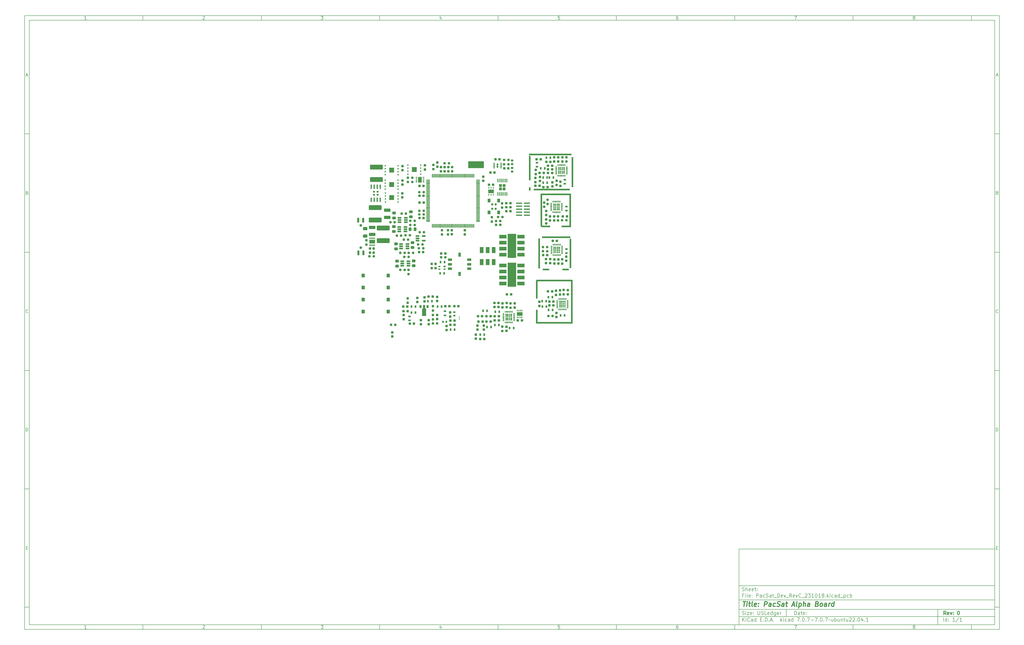
<source format=gbr>
%TF.GenerationSoftware,KiCad,Pcbnew,7.0.7-7.0.7~ubuntu22.04.1*%
%TF.CreationDate,2023-10-26T15:58:48-05:00*%
%TF.ProjectId,PacSat_Dev_RevC_231018,50616353-6174-45f4-9465-765f52657643,0*%
%TF.SameCoordinates,Original*%
%TF.FileFunction,Paste,Top*%
%TF.FilePolarity,Positive*%
%FSLAX46Y46*%
G04 Gerber Fmt 4.6, Leading zero omitted, Abs format (unit mm)*
G04 Created by KiCad (PCBNEW 7.0.7-7.0.7~ubuntu22.04.1) date 2023-10-26 15:58:48*
%MOMM*%
%LPD*%
G01*
G04 APERTURE LIST*
G04 Aperture macros list*
%AMRoundRect*
0 Rectangle with rounded corners*
0 $1 Rounding radius*
0 $2 $3 $4 $5 $6 $7 $8 $9 X,Y pos of 4 corners*
0 Add a 4 corners polygon primitive as box body*
4,1,4,$2,$3,$4,$5,$6,$7,$8,$9,$2,$3,0*
0 Add four circle primitives for the rounded corners*
1,1,$1+$1,$2,$3*
1,1,$1+$1,$4,$5*
1,1,$1+$1,$6,$7*
1,1,$1+$1,$8,$9*
0 Add four rect primitives between the rounded corners*
20,1,$1+$1,$2,$3,$4,$5,0*
20,1,$1+$1,$4,$5,$6,$7,0*
20,1,$1+$1,$6,$7,$8,$9,0*
20,1,$1+$1,$8,$9,$2,$3,0*%
%AMFreePoly0*
4,1,9,3.862500,-0.866500,0.737500,-0.866500,0.737500,-0.450000,-0.737500,-0.450000,-0.737500,0.450000,0.737500,0.450000,0.737500,0.866500,3.862500,0.866500,3.862500,-0.866500,3.862500,-0.866500,$1*%
G04 Aperture macros list end*
%ADD10C,0.100000*%
%ADD11C,0.150000*%
%ADD12C,0.300000*%
%ADD13C,0.400000*%
%ADD14C,0.200000*%
%ADD15RoundRect,0.237500X0.237500X-0.300000X0.237500X0.300000X-0.237500X0.300000X-0.237500X-0.300000X0*%
%ADD16RoundRect,0.237500X0.300000X0.237500X-0.300000X0.237500X-0.300000X-0.237500X0.300000X-0.237500X0*%
%ADD17RoundRect,0.237500X-0.237500X0.300000X-0.237500X-0.300000X0.237500X-0.300000X0.237500X0.300000X0*%
%ADD18RoundRect,0.237500X0.237500X-0.287500X0.237500X0.287500X-0.237500X0.287500X-0.237500X-0.287500X0*%
%ADD19R,0.300000X1.600000*%
%ADD20R,1.600000X0.300000*%
%ADD21RoundRect,0.250000X-0.475000X0.337500X-0.475000X-0.337500X0.475000X-0.337500X0.475000X0.337500X0*%
%ADD22RoundRect,0.237500X0.237500X-0.250000X0.237500X0.250000X-0.237500X0.250000X-0.237500X-0.250000X0*%
%ADD23RoundRect,0.237500X-0.300000X-0.237500X0.300000X-0.237500X0.300000X0.237500X-0.300000X0.237500X0*%
%ADD24R,0.660400X1.016000*%
%ADD25R,0.762000X10.414000*%
%ADD26R,18.064480X0.762000*%
%ADD27R,0.762000X1.369060*%
%ADD28R,0.762000X12.700000*%
%ADD29R,15.240000X0.762000*%
%ADD30RoundRect,0.237500X0.250000X0.237500X-0.250000X0.237500X-0.250000X-0.237500X0.250000X-0.237500X0*%
%ADD31RoundRect,0.237500X-0.250000X-0.237500X0.250000X-0.237500X0.250000X0.237500X-0.250000X0.237500X0*%
%ADD32RoundRect,0.249999X-2.450001X0.737501X-2.450001X-0.737501X2.450001X-0.737501X2.450001X0.737501X0*%
%ADD33R,0.900000X1.300000*%
%ADD34FreePoly0,270.000000*%
%ADD35R,2.000000X2.000000*%
%ADD36R,0.600000X0.500000*%
%ADD37RoundRect,0.254000X-0.254000X0.254000X-0.254000X-0.254000X0.254000X-0.254000X0.254000X0.254000X0*%
%ADD38RoundRect,0.200000X-0.200000X0.800000X-0.200000X-0.800000X0.200000X-0.800000X0.200000X0.800000X0*%
%ADD39RoundRect,0.237500X-0.237500X0.287500X-0.237500X-0.287500X0.237500X-0.287500X0.237500X0.287500X0*%
%ADD40R,2.390000X1.600000*%
%ADD41R,0.460000X0.710000*%
%ADD42RoundRect,0.182500X-0.182500X-0.222500X0.182500X-0.222500X0.182500X0.222500X-0.182500X0.222500X0*%
%ADD43RoundRect,0.075000X-0.275000X-0.075000X0.275000X-0.075000X0.275000X0.075000X-0.275000X0.075000X0*%
%ADD44R,2.350000X1.580000*%
%ADD45R,0.300000X0.700000*%
%ADD46R,0.900000X0.700000*%
%ADD47RoundRect,0.237500X-0.237500X0.250000X-0.237500X-0.250000X0.237500X-0.250000X0.237500X0.250000X0*%
%ADD48R,1.397000X1.524000*%
%ADD49R,1.560000X0.650000*%
%ADD50RoundRect,0.250000X0.475000X-0.337500X0.475000X0.337500X-0.475000X0.337500X-0.475000X-0.337500X0*%
%ADD51R,1.650000X2.540000*%
%ADD52RoundRect,0.250001X1.074999X-0.462499X1.074999X0.462499X-1.074999X0.462499X-1.074999X-0.462499X0*%
%ADD53R,1.016000X0.660400*%
%ADD54R,3.810000X0.762000*%
%ADD55R,0.762000X13.970000*%
%ADD56R,12.954000X0.762000*%
%ADD57R,0.939800X0.508000*%
%ADD58R,0.939800X0.787400*%
%ADD59RoundRect,0.237500X-0.287500X-0.237500X0.287500X-0.237500X0.287500X0.237500X-0.287500X0.237500X0*%
%ADD60RoundRect,0.218750X-0.256250X0.218750X-0.256250X-0.218750X0.256250X-0.218750X0.256250X0.218750X0*%
%ADD61RoundRect,0.200000X0.200000X0.250000X-0.200000X0.250000X-0.200000X-0.250000X0.200000X-0.250000X0*%
%ADD62RoundRect,0.250000X0.337500X0.475000X-0.337500X0.475000X-0.337500X-0.475000X0.337500X-0.475000X0*%
%ADD63RoundRect,0.250000X0.650000X-0.412500X0.650000X0.412500X-0.650000X0.412500X-0.650000X-0.412500X0*%
%ADD64R,0.650000X0.350000*%
%ADD65R,0.350000X0.650000*%
%ADD66R,0.350000X0.700000*%
%ADD67RoundRect,0.250001X0.374999X-0.354999X0.374999X0.354999X-0.374999X0.354999X-0.374999X-0.354999X0*%
%ADD68RoundRect,0.100000X0.100000X-0.687500X0.100000X0.687500X-0.100000X0.687500X-0.100000X-0.687500X0*%
%ADD69R,14.935200X0.762000*%
%ADD70R,0.762000X5.740400*%
%ADD71R,0.762000X7.874000*%
%ADD72R,0.762000X18.542000*%
%ADD73RoundRect,0.249999X2.450001X-0.737501X2.450001X0.737501X-2.450001X0.737501X-2.450001X-0.737501X0*%
%ADD74R,2.540000X0.508000*%
%ADD75R,0.700000X0.900000*%
%ADD76R,1.580000X2.350000*%
%ADD77R,0.700000X0.350000*%
%ADD78R,3.048000X1.524000*%
%ADD79R,3.556000X10.160000*%
%ADD80RoundRect,0.250001X-1.074999X0.462499X-1.074999X-0.462499X1.074999X-0.462499X1.074999X0.462499X0*%
%ADD81R,2.794000X0.762000*%
%ADD82R,12.090400X0.762000*%
%ADD83R,0.762000X12.446000*%
%ADD84RoundRect,0.090000X0.090000X-0.139000X0.090000X0.139000X-0.090000X0.139000X-0.090000X-0.139000X0*%
%ADD85RoundRect,0.254000X0.254000X-0.254000X0.254000X0.254000X-0.254000X0.254000X-0.254000X-0.254000X0*%
%ADD86RoundRect,0.200000X0.200000X-0.800000X0.200000X0.800000X-0.200000X0.800000X-0.200000X-0.800000X0*%
%ADD87R,1.778000X1.016000*%
%ADD88R,1.016000X1.778000*%
%ADD89R,1.300000X1.600000*%
%ADD90R,0.610000X1.910000*%
%ADD91R,0.930000X0.723000*%
G04 APERTURE END LIST*
D10*
D11*
X311800000Y-235400000D02*
X419800000Y-235400000D01*
X419800000Y-267400000D01*
X311800000Y-267400000D01*
X311800000Y-235400000D01*
D10*
D11*
X10000000Y-10000000D02*
X421800000Y-10000000D01*
X421800000Y-269400000D01*
X10000000Y-269400000D01*
X10000000Y-10000000D01*
D10*
D11*
X12000000Y-12000000D02*
X419800000Y-12000000D01*
X419800000Y-267400000D01*
X12000000Y-267400000D01*
X12000000Y-12000000D01*
D10*
D11*
X60000000Y-12000000D02*
X60000000Y-10000000D01*
D10*
D11*
X110000000Y-12000000D02*
X110000000Y-10000000D01*
D10*
D11*
X160000000Y-12000000D02*
X160000000Y-10000000D01*
D10*
D11*
X210000000Y-12000000D02*
X210000000Y-10000000D01*
D10*
D11*
X260000000Y-12000000D02*
X260000000Y-10000000D01*
D10*
D11*
X310000000Y-12000000D02*
X310000000Y-10000000D01*
D10*
D11*
X360000000Y-12000000D02*
X360000000Y-10000000D01*
D10*
D11*
X410000000Y-12000000D02*
X410000000Y-10000000D01*
D10*
D11*
X36089160Y-11593604D02*
X35346303Y-11593604D01*
X35717731Y-11593604D02*
X35717731Y-10293604D01*
X35717731Y-10293604D02*
X35593922Y-10479319D01*
X35593922Y-10479319D02*
X35470112Y-10603128D01*
X35470112Y-10603128D02*
X35346303Y-10665033D01*
D10*
D11*
X85346303Y-10417414D02*
X85408207Y-10355509D01*
X85408207Y-10355509D02*
X85532017Y-10293604D01*
X85532017Y-10293604D02*
X85841541Y-10293604D01*
X85841541Y-10293604D02*
X85965350Y-10355509D01*
X85965350Y-10355509D02*
X86027255Y-10417414D01*
X86027255Y-10417414D02*
X86089160Y-10541223D01*
X86089160Y-10541223D02*
X86089160Y-10665033D01*
X86089160Y-10665033D02*
X86027255Y-10850747D01*
X86027255Y-10850747D02*
X85284398Y-11593604D01*
X85284398Y-11593604D02*
X86089160Y-11593604D01*
D10*
D11*
X135284398Y-10293604D02*
X136089160Y-10293604D01*
X136089160Y-10293604D02*
X135655826Y-10788842D01*
X135655826Y-10788842D02*
X135841541Y-10788842D01*
X135841541Y-10788842D02*
X135965350Y-10850747D01*
X135965350Y-10850747D02*
X136027255Y-10912652D01*
X136027255Y-10912652D02*
X136089160Y-11036461D01*
X136089160Y-11036461D02*
X136089160Y-11345985D01*
X136089160Y-11345985D02*
X136027255Y-11469795D01*
X136027255Y-11469795D02*
X135965350Y-11531700D01*
X135965350Y-11531700D02*
X135841541Y-11593604D01*
X135841541Y-11593604D02*
X135470112Y-11593604D01*
X135470112Y-11593604D02*
X135346303Y-11531700D01*
X135346303Y-11531700D02*
X135284398Y-11469795D01*
D10*
D11*
X185965350Y-10726938D02*
X185965350Y-11593604D01*
X185655826Y-10231700D02*
X185346303Y-11160271D01*
X185346303Y-11160271D02*
X186151064Y-11160271D01*
D10*
D11*
X236027255Y-10293604D02*
X235408207Y-10293604D01*
X235408207Y-10293604D02*
X235346303Y-10912652D01*
X235346303Y-10912652D02*
X235408207Y-10850747D01*
X235408207Y-10850747D02*
X235532017Y-10788842D01*
X235532017Y-10788842D02*
X235841541Y-10788842D01*
X235841541Y-10788842D02*
X235965350Y-10850747D01*
X235965350Y-10850747D02*
X236027255Y-10912652D01*
X236027255Y-10912652D02*
X236089160Y-11036461D01*
X236089160Y-11036461D02*
X236089160Y-11345985D01*
X236089160Y-11345985D02*
X236027255Y-11469795D01*
X236027255Y-11469795D02*
X235965350Y-11531700D01*
X235965350Y-11531700D02*
X235841541Y-11593604D01*
X235841541Y-11593604D02*
X235532017Y-11593604D01*
X235532017Y-11593604D02*
X235408207Y-11531700D01*
X235408207Y-11531700D02*
X235346303Y-11469795D01*
D10*
D11*
X285965350Y-10293604D02*
X285717731Y-10293604D01*
X285717731Y-10293604D02*
X285593922Y-10355509D01*
X285593922Y-10355509D02*
X285532017Y-10417414D01*
X285532017Y-10417414D02*
X285408207Y-10603128D01*
X285408207Y-10603128D02*
X285346303Y-10850747D01*
X285346303Y-10850747D02*
X285346303Y-11345985D01*
X285346303Y-11345985D02*
X285408207Y-11469795D01*
X285408207Y-11469795D02*
X285470112Y-11531700D01*
X285470112Y-11531700D02*
X285593922Y-11593604D01*
X285593922Y-11593604D02*
X285841541Y-11593604D01*
X285841541Y-11593604D02*
X285965350Y-11531700D01*
X285965350Y-11531700D02*
X286027255Y-11469795D01*
X286027255Y-11469795D02*
X286089160Y-11345985D01*
X286089160Y-11345985D02*
X286089160Y-11036461D01*
X286089160Y-11036461D02*
X286027255Y-10912652D01*
X286027255Y-10912652D02*
X285965350Y-10850747D01*
X285965350Y-10850747D02*
X285841541Y-10788842D01*
X285841541Y-10788842D02*
X285593922Y-10788842D01*
X285593922Y-10788842D02*
X285470112Y-10850747D01*
X285470112Y-10850747D02*
X285408207Y-10912652D01*
X285408207Y-10912652D02*
X285346303Y-11036461D01*
D10*
D11*
X335284398Y-10293604D02*
X336151064Y-10293604D01*
X336151064Y-10293604D02*
X335593922Y-11593604D01*
D10*
D11*
X385593922Y-10850747D02*
X385470112Y-10788842D01*
X385470112Y-10788842D02*
X385408207Y-10726938D01*
X385408207Y-10726938D02*
X385346303Y-10603128D01*
X385346303Y-10603128D02*
X385346303Y-10541223D01*
X385346303Y-10541223D02*
X385408207Y-10417414D01*
X385408207Y-10417414D02*
X385470112Y-10355509D01*
X385470112Y-10355509D02*
X385593922Y-10293604D01*
X385593922Y-10293604D02*
X385841541Y-10293604D01*
X385841541Y-10293604D02*
X385965350Y-10355509D01*
X385965350Y-10355509D02*
X386027255Y-10417414D01*
X386027255Y-10417414D02*
X386089160Y-10541223D01*
X386089160Y-10541223D02*
X386089160Y-10603128D01*
X386089160Y-10603128D02*
X386027255Y-10726938D01*
X386027255Y-10726938D02*
X385965350Y-10788842D01*
X385965350Y-10788842D02*
X385841541Y-10850747D01*
X385841541Y-10850747D02*
X385593922Y-10850747D01*
X385593922Y-10850747D02*
X385470112Y-10912652D01*
X385470112Y-10912652D02*
X385408207Y-10974557D01*
X385408207Y-10974557D02*
X385346303Y-11098366D01*
X385346303Y-11098366D02*
X385346303Y-11345985D01*
X385346303Y-11345985D02*
X385408207Y-11469795D01*
X385408207Y-11469795D02*
X385470112Y-11531700D01*
X385470112Y-11531700D02*
X385593922Y-11593604D01*
X385593922Y-11593604D02*
X385841541Y-11593604D01*
X385841541Y-11593604D02*
X385965350Y-11531700D01*
X385965350Y-11531700D02*
X386027255Y-11469795D01*
X386027255Y-11469795D02*
X386089160Y-11345985D01*
X386089160Y-11345985D02*
X386089160Y-11098366D01*
X386089160Y-11098366D02*
X386027255Y-10974557D01*
X386027255Y-10974557D02*
X385965350Y-10912652D01*
X385965350Y-10912652D02*
X385841541Y-10850747D01*
D10*
D11*
X60000000Y-267400000D02*
X60000000Y-269400000D01*
D10*
D11*
X110000000Y-267400000D02*
X110000000Y-269400000D01*
D10*
D11*
X160000000Y-267400000D02*
X160000000Y-269400000D01*
D10*
D11*
X210000000Y-267400000D02*
X210000000Y-269400000D01*
D10*
D11*
X260000000Y-267400000D02*
X260000000Y-269400000D01*
D10*
D11*
X310000000Y-267400000D02*
X310000000Y-269400000D01*
D10*
D11*
X360000000Y-267400000D02*
X360000000Y-269400000D01*
D10*
D11*
X410000000Y-267400000D02*
X410000000Y-269400000D01*
D10*
D11*
X36089160Y-268993604D02*
X35346303Y-268993604D01*
X35717731Y-268993604D02*
X35717731Y-267693604D01*
X35717731Y-267693604D02*
X35593922Y-267879319D01*
X35593922Y-267879319D02*
X35470112Y-268003128D01*
X35470112Y-268003128D02*
X35346303Y-268065033D01*
D10*
D11*
X85346303Y-267817414D02*
X85408207Y-267755509D01*
X85408207Y-267755509D02*
X85532017Y-267693604D01*
X85532017Y-267693604D02*
X85841541Y-267693604D01*
X85841541Y-267693604D02*
X85965350Y-267755509D01*
X85965350Y-267755509D02*
X86027255Y-267817414D01*
X86027255Y-267817414D02*
X86089160Y-267941223D01*
X86089160Y-267941223D02*
X86089160Y-268065033D01*
X86089160Y-268065033D02*
X86027255Y-268250747D01*
X86027255Y-268250747D02*
X85284398Y-268993604D01*
X85284398Y-268993604D02*
X86089160Y-268993604D01*
D10*
D11*
X135284398Y-267693604D02*
X136089160Y-267693604D01*
X136089160Y-267693604D02*
X135655826Y-268188842D01*
X135655826Y-268188842D02*
X135841541Y-268188842D01*
X135841541Y-268188842D02*
X135965350Y-268250747D01*
X135965350Y-268250747D02*
X136027255Y-268312652D01*
X136027255Y-268312652D02*
X136089160Y-268436461D01*
X136089160Y-268436461D02*
X136089160Y-268745985D01*
X136089160Y-268745985D02*
X136027255Y-268869795D01*
X136027255Y-268869795D02*
X135965350Y-268931700D01*
X135965350Y-268931700D02*
X135841541Y-268993604D01*
X135841541Y-268993604D02*
X135470112Y-268993604D01*
X135470112Y-268993604D02*
X135346303Y-268931700D01*
X135346303Y-268931700D02*
X135284398Y-268869795D01*
D10*
D11*
X185965350Y-268126938D02*
X185965350Y-268993604D01*
X185655826Y-267631700D02*
X185346303Y-268560271D01*
X185346303Y-268560271D02*
X186151064Y-268560271D01*
D10*
D11*
X236027255Y-267693604D02*
X235408207Y-267693604D01*
X235408207Y-267693604D02*
X235346303Y-268312652D01*
X235346303Y-268312652D02*
X235408207Y-268250747D01*
X235408207Y-268250747D02*
X235532017Y-268188842D01*
X235532017Y-268188842D02*
X235841541Y-268188842D01*
X235841541Y-268188842D02*
X235965350Y-268250747D01*
X235965350Y-268250747D02*
X236027255Y-268312652D01*
X236027255Y-268312652D02*
X236089160Y-268436461D01*
X236089160Y-268436461D02*
X236089160Y-268745985D01*
X236089160Y-268745985D02*
X236027255Y-268869795D01*
X236027255Y-268869795D02*
X235965350Y-268931700D01*
X235965350Y-268931700D02*
X235841541Y-268993604D01*
X235841541Y-268993604D02*
X235532017Y-268993604D01*
X235532017Y-268993604D02*
X235408207Y-268931700D01*
X235408207Y-268931700D02*
X235346303Y-268869795D01*
D10*
D11*
X285965350Y-267693604D02*
X285717731Y-267693604D01*
X285717731Y-267693604D02*
X285593922Y-267755509D01*
X285593922Y-267755509D02*
X285532017Y-267817414D01*
X285532017Y-267817414D02*
X285408207Y-268003128D01*
X285408207Y-268003128D02*
X285346303Y-268250747D01*
X285346303Y-268250747D02*
X285346303Y-268745985D01*
X285346303Y-268745985D02*
X285408207Y-268869795D01*
X285408207Y-268869795D02*
X285470112Y-268931700D01*
X285470112Y-268931700D02*
X285593922Y-268993604D01*
X285593922Y-268993604D02*
X285841541Y-268993604D01*
X285841541Y-268993604D02*
X285965350Y-268931700D01*
X285965350Y-268931700D02*
X286027255Y-268869795D01*
X286027255Y-268869795D02*
X286089160Y-268745985D01*
X286089160Y-268745985D02*
X286089160Y-268436461D01*
X286089160Y-268436461D02*
X286027255Y-268312652D01*
X286027255Y-268312652D02*
X285965350Y-268250747D01*
X285965350Y-268250747D02*
X285841541Y-268188842D01*
X285841541Y-268188842D02*
X285593922Y-268188842D01*
X285593922Y-268188842D02*
X285470112Y-268250747D01*
X285470112Y-268250747D02*
X285408207Y-268312652D01*
X285408207Y-268312652D02*
X285346303Y-268436461D01*
D10*
D11*
X335284398Y-267693604D02*
X336151064Y-267693604D01*
X336151064Y-267693604D02*
X335593922Y-268993604D01*
D10*
D11*
X385593922Y-268250747D02*
X385470112Y-268188842D01*
X385470112Y-268188842D02*
X385408207Y-268126938D01*
X385408207Y-268126938D02*
X385346303Y-268003128D01*
X385346303Y-268003128D02*
X385346303Y-267941223D01*
X385346303Y-267941223D02*
X385408207Y-267817414D01*
X385408207Y-267817414D02*
X385470112Y-267755509D01*
X385470112Y-267755509D02*
X385593922Y-267693604D01*
X385593922Y-267693604D02*
X385841541Y-267693604D01*
X385841541Y-267693604D02*
X385965350Y-267755509D01*
X385965350Y-267755509D02*
X386027255Y-267817414D01*
X386027255Y-267817414D02*
X386089160Y-267941223D01*
X386089160Y-267941223D02*
X386089160Y-268003128D01*
X386089160Y-268003128D02*
X386027255Y-268126938D01*
X386027255Y-268126938D02*
X385965350Y-268188842D01*
X385965350Y-268188842D02*
X385841541Y-268250747D01*
X385841541Y-268250747D02*
X385593922Y-268250747D01*
X385593922Y-268250747D02*
X385470112Y-268312652D01*
X385470112Y-268312652D02*
X385408207Y-268374557D01*
X385408207Y-268374557D02*
X385346303Y-268498366D01*
X385346303Y-268498366D02*
X385346303Y-268745985D01*
X385346303Y-268745985D02*
X385408207Y-268869795D01*
X385408207Y-268869795D02*
X385470112Y-268931700D01*
X385470112Y-268931700D02*
X385593922Y-268993604D01*
X385593922Y-268993604D02*
X385841541Y-268993604D01*
X385841541Y-268993604D02*
X385965350Y-268931700D01*
X385965350Y-268931700D02*
X386027255Y-268869795D01*
X386027255Y-268869795D02*
X386089160Y-268745985D01*
X386089160Y-268745985D02*
X386089160Y-268498366D01*
X386089160Y-268498366D02*
X386027255Y-268374557D01*
X386027255Y-268374557D02*
X385965350Y-268312652D01*
X385965350Y-268312652D02*
X385841541Y-268250747D01*
D10*
D11*
X10000000Y-60000000D02*
X12000000Y-60000000D01*
D10*
D11*
X10000000Y-110000000D02*
X12000000Y-110000000D01*
D10*
D11*
X10000000Y-160000000D02*
X12000000Y-160000000D01*
D10*
D11*
X10000000Y-210000000D02*
X12000000Y-210000000D01*
D10*
D11*
X10000000Y-260000000D02*
X12000000Y-260000000D01*
D10*
D11*
X10690476Y-35222176D02*
X11309523Y-35222176D01*
X10566666Y-35593604D02*
X10999999Y-34293604D01*
X10999999Y-34293604D02*
X11433333Y-35593604D01*
D10*
D11*
X11092857Y-84912652D02*
X11278571Y-84974557D01*
X11278571Y-84974557D02*
X11340476Y-85036461D01*
X11340476Y-85036461D02*
X11402380Y-85160271D01*
X11402380Y-85160271D02*
X11402380Y-85345985D01*
X11402380Y-85345985D02*
X11340476Y-85469795D01*
X11340476Y-85469795D02*
X11278571Y-85531700D01*
X11278571Y-85531700D02*
X11154761Y-85593604D01*
X11154761Y-85593604D02*
X10659523Y-85593604D01*
X10659523Y-85593604D02*
X10659523Y-84293604D01*
X10659523Y-84293604D02*
X11092857Y-84293604D01*
X11092857Y-84293604D02*
X11216666Y-84355509D01*
X11216666Y-84355509D02*
X11278571Y-84417414D01*
X11278571Y-84417414D02*
X11340476Y-84541223D01*
X11340476Y-84541223D02*
X11340476Y-84665033D01*
X11340476Y-84665033D02*
X11278571Y-84788842D01*
X11278571Y-84788842D02*
X11216666Y-84850747D01*
X11216666Y-84850747D02*
X11092857Y-84912652D01*
X11092857Y-84912652D02*
X10659523Y-84912652D01*
D10*
D11*
X11402380Y-135469795D02*
X11340476Y-135531700D01*
X11340476Y-135531700D02*
X11154761Y-135593604D01*
X11154761Y-135593604D02*
X11030952Y-135593604D01*
X11030952Y-135593604D02*
X10845238Y-135531700D01*
X10845238Y-135531700D02*
X10721428Y-135407890D01*
X10721428Y-135407890D02*
X10659523Y-135284080D01*
X10659523Y-135284080D02*
X10597619Y-135036461D01*
X10597619Y-135036461D02*
X10597619Y-134850747D01*
X10597619Y-134850747D02*
X10659523Y-134603128D01*
X10659523Y-134603128D02*
X10721428Y-134479319D01*
X10721428Y-134479319D02*
X10845238Y-134355509D01*
X10845238Y-134355509D02*
X11030952Y-134293604D01*
X11030952Y-134293604D02*
X11154761Y-134293604D01*
X11154761Y-134293604D02*
X11340476Y-134355509D01*
X11340476Y-134355509D02*
X11402380Y-134417414D01*
D10*
D11*
X10659523Y-185593604D02*
X10659523Y-184293604D01*
X10659523Y-184293604D02*
X10969047Y-184293604D01*
X10969047Y-184293604D02*
X11154761Y-184355509D01*
X11154761Y-184355509D02*
X11278571Y-184479319D01*
X11278571Y-184479319D02*
X11340476Y-184603128D01*
X11340476Y-184603128D02*
X11402380Y-184850747D01*
X11402380Y-184850747D02*
X11402380Y-185036461D01*
X11402380Y-185036461D02*
X11340476Y-185284080D01*
X11340476Y-185284080D02*
X11278571Y-185407890D01*
X11278571Y-185407890D02*
X11154761Y-185531700D01*
X11154761Y-185531700D02*
X10969047Y-185593604D01*
X10969047Y-185593604D02*
X10659523Y-185593604D01*
D10*
D11*
X10721428Y-234912652D02*
X11154762Y-234912652D01*
X11340476Y-235593604D02*
X10721428Y-235593604D01*
X10721428Y-235593604D02*
X10721428Y-234293604D01*
X10721428Y-234293604D02*
X11340476Y-234293604D01*
D10*
D11*
X421800000Y-60000000D02*
X419800000Y-60000000D01*
D10*
D11*
X421800000Y-110000000D02*
X419800000Y-110000000D01*
D10*
D11*
X421800000Y-160000000D02*
X419800000Y-160000000D01*
D10*
D11*
X421800000Y-210000000D02*
X419800000Y-210000000D01*
D10*
D11*
X421800000Y-260000000D02*
X419800000Y-260000000D01*
D10*
D11*
X420490476Y-35222176D02*
X421109523Y-35222176D01*
X420366666Y-35593604D02*
X420799999Y-34293604D01*
X420799999Y-34293604D02*
X421233333Y-35593604D01*
D10*
D11*
X420892857Y-84912652D02*
X421078571Y-84974557D01*
X421078571Y-84974557D02*
X421140476Y-85036461D01*
X421140476Y-85036461D02*
X421202380Y-85160271D01*
X421202380Y-85160271D02*
X421202380Y-85345985D01*
X421202380Y-85345985D02*
X421140476Y-85469795D01*
X421140476Y-85469795D02*
X421078571Y-85531700D01*
X421078571Y-85531700D02*
X420954761Y-85593604D01*
X420954761Y-85593604D02*
X420459523Y-85593604D01*
X420459523Y-85593604D02*
X420459523Y-84293604D01*
X420459523Y-84293604D02*
X420892857Y-84293604D01*
X420892857Y-84293604D02*
X421016666Y-84355509D01*
X421016666Y-84355509D02*
X421078571Y-84417414D01*
X421078571Y-84417414D02*
X421140476Y-84541223D01*
X421140476Y-84541223D02*
X421140476Y-84665033D01*
X421140476Y-84665033D02*
X421078571Y-84788842D01*
X421078571Y-84788842D02*
X421016666Y-84850747D01*
X421016666Y-84850747D02*
X420892857Y-84912652D01*
X420892857Y-84912652D02*
X420459523Y-84912652D01*
D10*
D11*
X421202380Y-135469795D02*
X421140476Y-135531700D01*
X421140476Y-135531700D02*
X420954761Y-135593604D01*
X420954761Y-135593604D02*
X420830952Y-135593604D01*
X420830952Y-135593604D02*
X420645238Y-135531700D01*
X420645238Y-135531700D02*
X420521428Y-135407890D01*
X420521428Y-135407890D02*
X420459523Y-135284080D01*
X420459523Y-135284080D02*
X420397619Y-135036461D01*
X420397619Y-135036461D02*
X420397619Y-134850747D01*
X420397619Y-134850747D02*
X420459523Y-134603128D01*
X420459523Y-134603128D02*
X420521428Y-134479319D01*
X420521428Y-134479319D02*
X420645238Y-134355509D01*
X420645238Y-134355509D02*
X420830952Y-134293604D01*
X420830952Y-134293604D02*
X420954761Y-134293604D01*
X420954761Y-134293604D02*
X421140476Y-134355509D01*
X421140476Y-134355509D02*
X421202380Y-134417414D01*
D10*
D11*
X420459523Y-185593604D02*
X420459523Y-184293604D01*
X420459523Y-184293604D02*
X420769047Y-184293604D01*
X420769047Y-184293604D02*
X420954761Y-184355509D01*
X420954761Y-184355509D02*
X421078571Y-184479319D01*
X421078571Y-184479319D02*
X421140476Y-184603128D01*
X421140476Y-184603128D02*
X421202380Y-184850747D01*
X421202380Y-184850747D02*
X421202380Y-185036461D01*
X421202380Y-185036461D02*
X421140476Y-185284080D01*
X421140476Y-185284080D02*
X421078571Y-185407890D01*
X421078571Y-185407890D02*
X420954761Y-185531700D01*
X420954761Y-185531700D02*
X420769047Y-185593604D01*
X420769047Y-185593604D02*
X420459523Y-185593604D01*
D10*
D11*
X420521428Y-234912652D02*
X420954762Y-234912652D01*
X421140476Y-235593604D02*
X420521428Y-235593604D01*
X420521428Y-235593604D02*
X420521428Y-234293604D01*
X420521428Y-234293604D02*
X421140476Y-234293604D01*
D10*
D11*
X335255826Y-263186128D02*
X335255826Y-261686128D01*
X335255826Y-261686128D02*
X335612969Y-261686128D01*
X335612969Y-261686128D02*
X335827255Y-261757557D01*
X335827255Y-261757557D02*
X335970112Y-261900414D01*
X335970112Y-261900414D02*
X336041541Y-262043271D01*
X336041541Y-262043271D02*
X336112969Y-262328985D01*
X336112969Y-262328985D02*
X336112969Y-262543271D01*
X336112969Y-262543271D02*
X336041541Y-262828985D01*
X336041541Y-262828985D02*
X335970112Y-262971842D01*
X335970112Y-262971842D02*
X335827255Y-263114700D01*
X335827255Y-263114700D02*
X335612969Y-263186128D01*
X335612969Y-263186128D02*
X335255826Y-263186128D01*
X337398684Y-263186128D02*
X337398684Y-262400414D01*
X337398684Y-262400414D02*
X337327255Y-262257557D01*
X337327255Y-262257557D02*
X337184398Y-262186128D01*
X337184398Y-262186128D02*
X336898684Y-262186128D01*
X336898684Y-262186128D02*
X336755826Y-262257557D01*
X337398684Y-263114700D02*
X337255826Y-263186128D01*
X337255826Y-263186128D02*
X336898684Y-263186128D01*
X336898684Y-263186128D02*
X336755826Y-263114700D01*
X336755826Y-263114700D02*
X336684398Y-262971842D01*
X336684398Y-262971842D02*
X336684398Y-262828985D01*
X336684398Y-262828985D02*
X336755826Y-262686128D01*
X336755826Y-262686128D02*
X336898684Y-262614700D01*
X336898684Y-262614700D02*
X337255826Y-262614700D01*
X337255826Y-262614700D02*
X337398684Y-262543271D01*
X337898684Y-262186128D02*
X338470112Y-262186128D01*
X338112969Y-261686128D02*
X338112969Y-262971842D01*
X338112969Y-262971842D02*
X338184398Y-263114700D01*
X338184398Y-263114700D02*
X338327255Y-263186128D01*
X338327255Y-263186128D02*
X338470112Y-263186128D01*
X339541541Y-263114700D02*
X339398684Y-263186128D01*
X339398684Y-263186128D02*
X339112970Y-263186128D01*
X339112970Y-263186128D02*
X338970112Y-263114700D01*
X338970112Y-263114700D02*
X338898684Y-262971842D01*
X338898684Y-262971842D02*
X338898684Y-262400414D01*
X338898684Y-262400414D02*
X338970112Y-262257557D01*
X338970112Y-262257557D02*
X339112970Y-262186128D01*
X339112970Y-262186128D02*
X339398684Y-262186128D01*
X339398684Y-262186128D02*
X339541541Y-262257557D01*
X339541541Y-262257557D02*
X339612970Y-262400414D01*
X339612970Y-262400414D02*
X339612970Y-262543271D01*
X339612970Y-262543271D02*
X338898684Y-262686128D01*
X340255826Y-263043271D02*
X340327255Y-263114700D01*
X340327255Y-263114700D02*
X340255826Y-263186128D01*
X340255826Y-263186128D02*
X340184398Y-263114700D01*
X340184398Y-263114700D02*
X340255826Y-263043271D01*
X340255826Y-263043271D02*
X340255826Y-263186128D01*
X340255826Y-262257557D02*
X340327255Y-262328985D01*
X340327255Y-262328985D02*
X340255826Y-262400414D01*
X340255826Y-262400414D02*
X340184398Y-262328985D01*
X340184398Y-262328985D02*
X340255826Y-262257557D01*
X340255826Y-262257557D02*
X340255826Y-262400414D01*
D10*
D11*
X311800000Y-263900000D02*
X419800000Y-263900000D01*
D10*
D11*
X313255826Y-265986128D02*
X313255826Y-264486128D01*
X314112969Y-265986128D02*
X313470112Y-265128985D01*
X314112969Y-264486128D02*
X313255826Y-265343271D01*
X314755826Y-265986128D02*
X314755826Y-264986128D01*
X314755826Y-264486128D02*
X314684398Y-264557557D01*
X314684398Y-264557557D02*
X314755826Y-264628985D01*
X314755826Y-264628985D02*
X314827255Y-264557557D01*
X314827255Y-264557557D02*
X314755826Y-264486128D01*
X314755826Y-264486128D02*
X314755826Y-264628985D01*
X316327255Y-265843271D02*
X316255827Y-265914700D01*
X316255827Y-265914700D02*
X316041541Y-265986128D01*
X316041541Y-265986128D02*
X315898684Y-265986128D01*
X315898684Y-265986128D02*
X315684398Y-265914700D01*
X315684398Y-265914700D02*
X315541541Y-265771842D01*
X315541541Y-265771842D02*
X315470112Y-265628985D01*
X315470112Y-265628985D02*
X315398684Y-265343271D01*
X315398684Y-265343271D02*
X315398684Y-265128985D01*
X315398684Y-265128985D02*
X315470112Y-264843271D01*
X315470112Y-264843271D02*
X315541541Y-264700414D01*
X315541541Y-264700414D02*
X315684398Y-264557557D01*
X315684398Y-264557557D02*
X315898684Y-264486128D01*
X315898684Y-264486128D02*
X316041541Y-264486128D01*
X316041541Y-264486128D02*
X316255827Y-264557557D01*
X316255827Y-264557557D02*
X316327255Y-264628985D01*
X317612970Y-265986128D02*
X317612970Y-265200414D01*
X317612970Y-265200414D02*
X317541541Y-265057557D01*
X317541541Y-265057557D02*
X317398684Y-264986128D01*
X317398684Y-264986128D02*
X317112970Y-264986128D01*
X317112970Y-264986128D02*
X316970112Y-265057557D01*
X317612970Y-265914700D02*
X317470112Y-265986128D01*
X317470112Y-265986128D02*
X317112970Y-265986128D01*
X317112970Y-265986128D02*
X316970112Y-265914700D01*
X316970112Y-265914700D02*
X316898684Y-265771842D01*
X316898684Y-265771842D02*
X316898684Y-265628985D01*
X316898684Y-265628985D02*
X316970112Y-265486128D01*
X316970112Y-265486128D02*
X317112970Y-265414700D01*
X317112970Y-265414700D02*
X317470112Y-265414700D01*
X317470112Y-265414700D02*
X317612970Y-265343271D01*
X318970113Y-265986128D02*
X318970113Y-264486128D01*
X318970113Y-265914700D02*
X318827255Y-265986128D01*
X318827255Y-265986128D02*
X318541541Y-265986128D01*
X318541541Y-265986128D02*
X318398684Y-265914700D01*
X318398684Y-265914700D02*
X318327255Y-265843271D01*
X318327255Y-265843271D02*
X318255827Y-265700414D01*
X318255827Y-265700414D02*
X318255827Y-265271842D01*
X318255827Y-265271842D02*
X318327255Y-265128985D01*
X318327255Y-265128985D02*
X318398684Y-265057557D01*
X318398684Y-265057557D02*
X318541541Y-264986128D01*
X318541541Y-264986128D02*
X318827255Y-264986128D01*
X318827255Y-264986128D02*
X318970113Y-265057557D01*
X320827255Y-265200414D02*
X321327255Y-265200414D01*
X321541541Y-265986128D02*
X320827255Y-265986128D01*
X320827255Y-265986128D02*
X320827255Y-264486128D01*
X320827255Y-264486128D02*
X321541541Y-264486128D01*
X322184398Y-265843271D02*
X322255827Y-265914700D01*
X322255827Y-265914700D02*
X322184398Y-265986128D01*
X322184398Y-265986128D02*
X322112970Y-265914700D01*
X322112970Y-265914700D02*
X322184398Y-265843271D01*
X322184398Y-265843271D02*
X322184398Y-265986128D01*
X322898684Y-265986128D02*
X322898684Y-264486128D01*
X322898684Y-264486128D02*
X323255827Y-264486128D01*
X323255827Y-264486128D02*
X323470113Y-264557557D01*
X323470113Y-264557557D02*
X323612970Y-264700414D01*
X323612970Y-264700414D02*
X323684399Y-264843271D01*
X323684399Y-264843271D02*
X323755827Y-265128985D01*
X323755827Y-265128985D02*
X323755827Y-265343271D01*
X323755827Y-265343271D02*
X323684399Y-265628985D01*
X323684399Y-265628985D02*
X323612970Y-265771842D01*
X323612970Y-265771842D02*
X323470113Y-265914700D01*
X323470113Y-265914700D02*
X323255827Y-265986128D01*
X323255827Y-265986128D02*
X322898684Y-265986128D01*
X324398684Y-265843271D02*
X324470113Y-265914700D01*
X324470113Y-265914700D02*
X324398684Y-265986128D01*
X324398684Y-265986128D02*
X324327256Y-265914700D01*
X324327256Y-265914700D02*
X324398684Y-265843271D01*
X324398684Y-265843271D02*
X324398684Y-265986128D01*
X325041542Y-265557557D02*
X325755828Y-265557557D01*
X324898685Y-265986128D02*
X325398685Y-264486128D01*
X325398685Y-264486128D02*
X325898685Y-265986128D01*
X326398684Y-265843271D02*
X326470113Y-265914700D01*
X326470113Y-265914700D02*
X326398684Y-265986128D01*
X326398684Y-265986128D02*
X326327256Y-265914700D01*
X326327256Y-265914700D02*
X326398684Y-265843271D01*
X326398684Y-265843271D02*
X326398684Y-265986128D01*
X329398684Y-265986128D02*
X329398684Y-264486128D01*
X329541542Y-265414700D02*
X329970113Y-265986128D01*
X329970113Y-264986128D02*
X329398684Y-265557557D01*
X330612970Y-265986128D02*
X330612970Y-264986128D01*
X330612970Y-264486128D02*
X330541542Y-264557557D01*
X330541542Y-264557557D02*
X330612970Y-264628985D01*
X330612970Y-264628985D02*
X330684399Y-264557557D01*
X330684399Y-264557557D02*
X330612970Y-264486128D01*
X330612970Y-264486128D02*
X330612970Y-264628985D01*
X331970114Y-265914700D02*
X331827256Y-265986128D01*
X331827256Y-265986128D02*
X331541542Y-265986128D01*
X331541542Y-265986128D02*
X331398685Y-265914700D01*
X331398685Y-265914700D02*
X331327256Y-265843271D01*
X331327256Y-265843271D02*
X331255828Y-265700414D01*
X331255828Y-265700414D02*
X331255828Y-265271842D01*
X331255828Y-265271842D02*
X331327256Y-265128985D01*
X331327256Y-265128985D02*
X331398685Y-265057557D01*
X331398685Y-265057557D02*
X331541542Y-264986128D01*
X331541542Y-264986128D02*
X331827256Y-264986128D01*
X331827256Y-264986128D02*
X331970114Y-265057557D01*
X333255828Y-265986128D02*
X333255828Y-265200414D01*
X333255828Y-265200414D02*
X333184399Y-265057557D01*
X333184399Y-265057557D02*
X333041542Y-264986128D01*
X333041542Y-264986128D02*
X332755828Y-264986128D01*
X332755828Y-264986128D02*
X332612970Y-265057557D01*
X333255828Y-265914700D02*
X333112970Y-265986128D01*
X333112970Y-265986128D02*
X332755828Y-265986128D01*
X332755828Y-265986128D02*
X332612970Y-265914700D01*
X332612970Y-265914700D02*
X332541542Y-265771842D01*
X332541542Y-265771842D02*
X332541542Y-265628985D01*
X332541542Y-265628985D02*
X332612970Y-265486128D01*
X332612970Y-265486128D02*
X332755828Y-265414700D01*
X332755828Y-265414700D02*
X333112970Y-265414700D01*
X333112970Y-265414700D02*
X333255828Y-265343271D01*
X334612971Y-265986128D02*
X334612971Y-264486128D01*
X334612971Y-265914700D02*
X334470113Y-265986128D01*
X334470113Y-265986128D02*
X334184399Y-265986128D01*
X334184399Y-265986128D02*
X334041542Y-265914700D01*
X334041542Y-265914700D02*
X333970113Y-265843271D01*
X333970113Y-265843271D02*
X333898685Y-265700414D01*
X333898685Y-265700414D02*
X333898685Y-265271842D01*
X333898685Y-265271842D02*
X333970113Y-265128985D01*
X333970113Y-265128985D02*
X334041542Y-265057557D01*
X334041542Y-265057557D02*
X334184399Y-264986128D01*
X334184399Y-264986128D02*
X334470113Y-264986128D01*
X334470113Y-264986128D02*
X334612971Y-265057557D01*
X336327256Y-264486128D02*
X337327256Y-264486128D01*
X337327256Y-264486128D02*
X336684399Y-265986128D01*
X337898684Y-265843271D02*
X337970113Y-265914700D01*
X337970113Y-265914700D02*
X337898684Y-265986128D01*
X337898684Y-265986128D02*
X337827256Y-265914700D01*
X337827256Y-265914700D02*
X337898684Y-265843271D01*
X337898684Y-265843271D02*
X337898684Y-265986128D01*
X338898685Y-264486128D02*
X339041542Y-264486128D01*
X339041542Y-264486128D02*
X339184399Y-264557557D01*
X339184399Y-264557557D02*
X339255828Y-264628985D01*
X339255828Y-264628985D02*
X339327256Y-264771842D01*
X339327256Y-264771842D02*
X339398685Y-265057557D01*
X339398685Y-265057557D02*
X339398685Y-265414700D01*
X339398685Y-265414700D02*
X339327256Y-265700414D01*
X339327256Y-265700414D02*
X339255828Y-265843271D01*
X339255828Y-265843271D02*
X339184399Y-265914700D01*
X339184399Y-265914700D02*
X339041542Y-265986128D01*
X339041542Y-265986128D02*
X338898685Y-265986128D01*
X338898685Y-265986128D02*
X338755828Y-265914700D01*
X338755828Y-265914700D02*
X338684399Y-265843271D01*
X338684399Y-265843271D02*
X338612970Y-265700414D01*
X338612970Y-265700414D02*
X338541542Y-265414700D01*
X338541542Y-265414700D02*
X338541542Y-265057557D01*
X338541542Y-265057557D02*
X338612970Y-264771842D01*
X338612970Y-264771842D02*
X338684399Y-264628985D01*
X338684399Y-264628985D02*
X338755828Y-264557557D01*
X338755828Y-264557557D02*
X338898685Y-264486128D01*
X340041541Y-265843271D02*
X340112970Y-265914700D01*
X340112970Y-265914700D02*
X340041541Y-265986128D01*
X340041541Y-265986128D02*
X339970113Y-265914700D01*
X339970113Y-265914700D02*
X340041541Y-265843271D01*
X340041541Y-265843271D02*
X340041541Y-265986128D01*
X340612970Y-264486128D02*
X341612970Y-264486128D01*
X341612970Y-264486128D02*
X340970113Y-265986128D01*
X342184398Y-265414700D02*
X343327256Y-265414700D01*
X343898684Y-264486128D02*
X344898684Y-264486128D01*
X344898684Y-264486128D02*
X344255827Y-265986128D01*
X345470112Y-265843271D02*
X345541541Y-265914700D01*
X345541541Y-265914700D02*
X345470112Y-265986128D01*
X345470112Y-265986128D02*
X345398684Y-265914700D01*
X345398684Y-265914700D02*
X345470112Y-265843271D01*
X345470112Y-265843271D02*
X345470112Y-265986128D01*
X346470113Y-264486128D02*
X346612970Y-264486128D01*
X346612970Y-264486128D02*
X346755827Y-264557557D01*
X346755827Y-264557557D02*
X346827256Y-264628985D01*
X346827256Y-264628985D02*
X346898684Y-264771842D01*
X346898684Y-264771842D02*
X346970113Y-265057557D01*
X346970113Y-265057557D02*
X346970113Y-265414700D01*
X346970113Y-265414700D02*
X346898684Y-265700414D01*
X346898684Y-265700414D02*
X346827256Y-265843271D01*
X346827256Y-265843271D02*
X346755827Y-265914700D01*
X346755827Y-265914700D02*
X346612970Y-265986128D01*
X346612970Y-265986128D02*
X346470113Y-265986128D01*
X346470113Y-265986128D02*
X346327256Y-265914700D01*
X346327256Y-265914700D02*
X346255827Y-265843271D01*
X346255827Y-265843271D02*
X346184398Y-265700414D01*
X346184398Y-265700414D02*
X346112970Y-265414700D01*
X346112970Y-265414700D02*
X346112970Y-265057557D01*
X346112970Y-265057557D02*
X346184398Y-264771842D01*
X346184398Y-264771842D02*
X346255827Y-264628985D01*
X346255827Y-264628985D02*
X346327256Y-264557557D01*
X346327256Y-264557557D02*
X346470113Y-264486128D01*
X347612969Y-265843271D02*
X347684398Y-265914700D01*
X347684398Y-265914700D02*
X347612969Y-265986128D01*
X347612969Y-265986128D02*
X347541541Y-265914700D01*
X347541541Y-265914700D02*
X347612969Y-265843271D01*
X347612969Y-265843271D02*
X347612969Y-265986128D01*
X348184398Y-264486128D02*
X349184398Y-264486128D01*
X349184398Y-264486128D02*
X348541541Y-265986128D01*
X349541541Y-265414700D02*
X349612969Y-265343271D01*
X349612969Y-265343271D02*
X349755826Y-265271842D01*
X349755826Y-265271842D02*
X350041541Y-265414700D01*
X350041541Y-265414700D02*
X350184398Y-265343271D01*
X350184398Y-265343271D02*
X350255826Y-265271842D01*
X351470113Y-264986128D02*
X351470113Y-265986128D01*
X350827255Y-264986128D02*
X350827255Y-265771842D01*
X350827255Y-265771842D02*
X350898684Y-265914700D01*
X350898684Y-265914700D02*
X351041541Y-265986128D01*
X351041541Y-265986128D02*
X351255827Y-265986128D01*
X351255827Y-265986128D02*
X351398684Y-265914700D01*
X351398684Y-265914700D02*
X351470113Y-265843271D01*
X352184398Y-265986128D02*
X352184398Y-264486128D01*
X352184398Y-265057557D02*
X352327256Y-264986128D01*
X352327256Y-264986128D02*
X352612970Y-264986128D01*
X352612970Y-264986128D02*
X352755827Y-265057557D01*
X352755827Y-265057557D02*
X352827256Y-265128985D01*
X352827256Y-265128985D02*
X352898684Y-265271842D01*
X352898684Y-265271842D02*
X352898684Y-265700414D01*
X352898684Y-265700414D02*
X352827256Y-265843271D01*
X352827256Y-265843271D02*
X352755827Y-265914700D01*
X352755827Y-265914700D02*
X352612970Y-265986128D01*
X352612970Y-265986128D02*
X352327256Y-265986128D01*
X352327256Y-265986128D02*
X352184398Y-265914700D01*
X354184399Y-264986128D02*
X354184399Y-265986128D01*
X353541541Y-264986128D02*
X353541541Y-265771842D01*
X353541541Y-265771842D02*
X353612970Y-265914700D01*
X353612970Y-265914700D02*
X353755827Y-265986128D01*
X353755827Y-265986128D02*
X353970113Y-265986128D01*
X353970113Y-265986128D02*
X354112970Y-265914700D01*
X354112970Y-265914700D02*
X354184399Y-265843271D01*
X354898684Y-264986128D02*
X354898684Y-265986128D01*
X354898684Y-265128985D02*
X354970113Y-265057557D01*
X354970113Y-265057557D02*
X355112970Y-264986128D01*
X355112970Y-264986128D02*
X355327256Y-264986128D01*
X355327256Y-264986128D02*
X355470113Y-265057557D01*
X355470113Y-265057557D02*
X355541542Y-265200414D01*
X355541542Y-265200414D02*
X355541542Y-265986128D01*
X356041542Y-264986128D02*
X356612970Y-264986128D01*
X356255827Y-264486128D02*
X356255827Y-265771842D01*
X356255827Y-265771842D02*
X356327256Y-265914700D01*
X356327256Y-265914700D02*
X356470113Y-265986128D01*
X356470113Y-265986128D02*
X356612970Y-265986128D01*
X357755828Y-264986128D02*
X357755828Y-265986128D01*
X357112970Y-264986128D02*
X357112970Y-265771842D01*
X357112970Y-265771842D02*
X357184399Y-265914700D01*
X357184399Y-265914700D02*
X357327256Y-265986128D01*
X357327256Y-265986128D02*
X357541542Y-265986128D01*
X357541542Y-265986128D02*
X357684399Y-265914700D01*
X357684399Y-265914700D02*
X357755828Y-265843271D01*
X358398685Y-264628985D02*
X358470113Y-264557557D01*
X358470113Y-264557557D02*
X358612971Y-264486128D01*
X358612971Y-264486128D02*
X358970113Y-264486128D01*
X358970113Y-264486128D02*
X359112971Y-264557557D01*
X359112971Y-264557557D02*
X359184399Y-264628985D01*
X359184399Y-264628985D02*
X359255828Y-264771842D01*
X359255828Y-264771842D02*
X359255828Y-264914700D01*
X359255828Y-264914700D02*
X359184399Y-265128985D01*
X359184399Y-265128985D02*
X358327256Y-265986128D01*
X358327256Y-265986128D02*
X359255828Y-265986128D01*
X359827256Y-264628985D02*
X359898684Y-264557557D01*
X359898684Y-264557557D02*
X360041542Y-264486128D01*
X360041542Y-264486128D02*
X360398684Y-264486128D01*
X360398684Y-264486128D02*
X360541542Y-264557557D01*
X360541542Y-264557557D02*
X360612970Y-264628985D01*
X360612970Y-264628985D02*
X360684399Y-264771842D01*
X360684399Y-264771842D02*
X360684399Y-264914700D01*
X360684399Y-264914700D02*
X360612970Y-265128985D01*
X360612970Y-265128985D02*
X359755827Y-265986128D01*
X359755827Y-265986128D02*
X360684399Y-265986128D01*
X361327255Y-265843271D02*
X361398684Y-265914700D01*
X361398684Y-265914700D02*
X361327255Y-265986128D01*
X361327255Y-265986128D02*
X361255827Y-265914700D01*
X361255827Y-265914700D02*
X361327255Y-265843271D01*
X361327255Y-265843271D02*
X361327255Y-265986128D01*
X362327256Y-264486128D02*
X362470113Y-264486128D01*
X362470113Y-264486128D02*
X362612970Y-264557557D01*
X362612970Y-264557557D02*
X362684399Y-264628985D01*
X362684399Y-264628985D02*
X362755827Y-264771842D01*
X362755827Y-264771842D02*
X362827256Y-265057557D01*
X362827256Y-265057557D02*
X362827256Y-265414700D01*
X362827256Y-265414700D02*
X362755827Y-265700414D01*
X362755827Y-265700414D02*
X362684399Y-265843271D01*
X362684399Y-265843271D02*
X362612970Y-265914700D01*
X362612970Y-265914700D02*
X362470113Y-265986128D01*
X362470113Y-265986128D02*
X362327256Y-265986128D01*
X362327256Y-265986128D02*
X362184399Y-265914700D01*
X362184399Y-265914700D02*
X362112970Y-265843271D01*
X362112970Y-265843271D02*
X362041541Y-265700414D01*
X362041541Y-265700414D02*
X361970113Y-265414700D01*
X361970113Y-265414700D02*
X361970113Y-265057557D01*
X361970113Y-265057557D02*
X362041541Y-264771842D01*
X362041541Y-264771842D02*
X362112970Y-264628985D01*
X362112970Y-264628985D02*
X362184399Y-264557557D01*
X362184399Y-264557557D02*
X362327256Y-264486128D01*
X364112970Y-264986128D02*
X364112970Y-265986128D01*
X363755827Y-264414700D02*
X363398684Y-265486128D01*
X363398684Y-265486128D02*
X364327255Y-265486128D01*
X364898683Y-265843271D02*
X364970112Y-265914700D01*
X364970112Y-265914700D02*
X364898683Y-265986128D01*
X364898683Y-265986128D02*
X364827255Y-265914700D01*
X364827255Y-265914700D02*
X364898683Y-265843271D01*
X364898683Y-265843271D02*
X364898683Y-265986128D01*
X366398684Y-265986128D02*
X365541541Y-265986128D01*
X365970112Y-265986128D02*
X365970112Y-264486128D01*
X365970112Y-264486128D02*
X365827255Y-264700414D01*
X365827255Y-264700414D02*
X365684398Y-264843271D01*
X365684398Y-264843271D02*
X365541541Y-264914700D01*
D10*
D11*
X311800000Y-260900000D02*
X419800000Y-260900000D01*
D10*
D12*
X399211653Y-263178328D02*
X398711653Y-262464042D01*
X398354510Y-263178328D02*
X398354510Y-261678328D01*
X398354510Y-261678328D02*
X398925939Y-261678328D01*
X398925939Y-261678328D02*
X399068796Y-261749757D01*
X399068796Y-261749757D02*
X399140225Y-261821185D01*
X399140225Y-261821185D02*
X399211653Y-261964042D01*
X399211653Y-261964042D02*
X399211653Y-262178328D01*
X399211653Y-262178328D02*
X399140225Y-262321185D01*
X399140225Y-262321185D02*
X399068796Y-262392614D01*
X399068796Y-262392614D02*
X398925939Y-262464042D01*
X398925939Y-262464042D02*
X398354510Y-262464042D01*
X400425939Y-263106900D02*
X400283082Y-263178328D01*
X400283082Y-263178328D02*
X399997368Y-263178328D01*
X399997368Y-263178328D02*
X399854510Y-263106900D01*
X399854510Y-263106900D02*
X399783082Y-262964042D01*
X399783082Y-262964042D02*
X399783082Y-262392614D01*
X399783082Y-262392614D02*
X399854510Y-262249757D01*
X399854510Y-262249757D02*
X399997368Y-262178328D01*
X399997368Y-262178328D02*
X400283082Y-262178328D01*
X400283082Y-262178328D02*
X400425939Y-262249757D01*
X400425939Y-262249757D02*
X400497368Y-262392614D01*
X400497368Y-262392614D02*
X400497368Y-262535471D01*
X400497368Y-262535471D02*
X399783082Y-262678328D01*
X400997367Y-262178328D02*
X401354510Y-263178328D01*
X401354510Y-263178328D02*
X401711653Y-262178328D01*
X402283081Y-263035471D02*
X402354510Y-263106900D01*
X402354510Y-263106900D02*
X402283081Y-263178328D01*
X402283081Y-263178328D02*
X402211653Y-263106900D01*
X402211653Y-263106900D02*
X402283081Y-263035471D01*
X402283081Y-263035471D02*
X402283081Y-263178328D01*
X402283081Y-262249757D02*
X402354510Y-262321185D01*
X402354510Y-262321185D02*
X402283081Y-262392614D01*
X402283081Y-262392614D02*
X402211653Y-262321185D01*
X402211653Y-262321185D02*
X402283081Y-262249757D01*
X402283081Y-262249757D02*
X402283081Y-262392614D01*
X404425939Y-261678328D02*
X404568796Y-261678328D01*
X404568796Y-261678328D02*
X404711653Y-261749757D01*
X404711653Y-261749757D02*
X404783082Y-261821185D01*
X404783082Y-261821185D02*
X404854510Y-261964042D01*
X404854510Y-261964042D02*
X404925939Y-262249757D01*
X404925939Y-262249757D02*
X404925939Y-262606900D01*
X404925939Y-262606900D02*
X404854510Y-262892614D01*
X404854510Y-262892614D02*
X404783082Y-263035471D01*
X404783082Y-263035471D02*
X404711653Y-263106900D01*
X404711653Y-263106900D02*
X404568796Y-263178328D01*
X404568796Y-263178328D02*
X404425939Y-263178328D01*
X404425939Y-263178328D02*
X404283082Y-263106900D01*
X404283082Y-263106900D02*
X404211653Y-263035471D01*
X404211653Y-263035471D02*
X404140224Y-262892614D01*
X404140224Y-262892614D02*
X404068796Y-262606900D01*
X404068796Y-262606900D02*
X404068796Y-262249757D01*
X404068796Y-262249757D02*
X404140224Y-261964042D01*
X404140224Y-261964042D02*
X404211653Y-261821185D01*
X404211653Y-261821185D02*
X404283082Y-261749757D01*
X404283082Y-261749757D02*
X404425939Y-261678328D01*
D10*
D11*
X313184398Y-263114700D02*
X313398684Y-263186128D01*
X313398684Y-263186128D02*
X313755826Y-263186128D01*
X313755826Y-263186128D02*
X313898684Y-263114700D01*
X313898684Y-263114700D02*
X313970112Y-263043271D01*
X313970112Y-263043271D02*
X314041541Y-262900414D01*
X314041541Y-262900414D02*
X314041541Y-262757557D01*
X314041541Y-262757557D02*
X313970112Y-262614700D01*
X313970112Y-262614700D02*
X313898684Y-262543271D01*
X313898684Y-262543271D02*
X313755826Y-262471842D01*
X313755826Y-262471842D02*
X313470112Y-262400414D01*
X313470112Y-262400414D02*
X313327255Y-262328985D01*
X313327255Y-262328985D02*
X313255826Y-262257557D01*
X313255826Y-262257557D02*
X313184398Y-262114700D01*
X313184398Y-262114700D02*
X313184398Y-261971842D01*
X313184398Y-261971842D02*
X313255826Y-261828985D01*
X313255826Y-261828985D02*
X313327255Y-261757557D01*
X313327255Y-261757557D02*
X313470112Y-261686128D01*
X313470112Y-261686128D02*
X313827255Y-261686128D01*
X313827255Y-261686128D02*
X314041541Y-261757557D01*
X314684397Y-263186128D02*
X314684397Y-262186128D01*
X314684397Y-261686128D02*
X314612969Y-261757557D01*
X314612969Y-261757557D02*
X314684397Y-261828985D01*
X314684397Y-261828985D02*
X314755826Y-261757557D01*
X314755826Y-261757557D02*
X314684397Y-261686128D01*
X314684397Y-261686128D02*
X314684397Y-261828985D01*
X315255826Y-262186128D02*
X316041541Y-262186128D01*
X316041541Y-262186128D02*
X315255826Y-263186128D01*
X315255826Y-263186128D02*
X316041541Y-263186128D01*
X317184398Y-263114700D02*
X317041541Y-263186128D01*
X317041541Y-263186128D02*
X316755827Y-263186128D01*
X316755827Y-263186128D02*
X316612969Y-263114700D01*
X316612969Y-263114700D02*
X316541541Y-262971842D01*
X316541541Y-262971842D02*
X316541541Y-262400414D01*
X316541541Y-262400414D02*
X316612969Y-262257557D01*
X316612969Y-262257557D02*
X316755827Y-262186128D01*
X316755827Y-262186128D02*
X317041541Y-262186128D01*
X317041541Y-262186128D02*
X317184398Y-262257557D01*
X317184398Y-262257557D02*
X317255827Y-262400414D01*
X317255827Y-262400414D02*
X317255827Y-262543271D01*
X317255827Y-262543271D02*
X316541541Y-262686128D01*
X317898683Y-263043271D02*
X317970112Y-263114700D01*
X317970112Y-263114700D02*
X317898683Y-263186128D01*
X317898683Y-263186128D02*
X317827255Y-263114700D01*
X317827255Y-263114700D02*
X317898683Y-263043271D01*
X317898683Y-263043271D02*
X317898683Y-263186128D01*
X317898683Y-262257557D02*
X317970112Y-262328985D01*
X317970112Y-262328985D02*
X317898683Y-262400414D01*
X317898683Y-262400414D02*
X317827255Y-262328985D01*
X317827255Y-262328985D02*
X317898683Y-262257557D01*
X317898683Y-262257557D02*
X317898683Y-262400414D01*
X319755826Y-261686128D02*
X319755826Y-262900414D01*
X319755826Y-262900414D02*
X319827255Y-263043271D01*
X319827255Y-263043271D02*
X319898684Y-263114700D01*
X319898684Y-263114700D02*
X320041541Y-263186128D01*
X320041541Y-263186128D02*
X320327255Y-263186128D01*
X320327255Y-263186128D02*
X320470112Y-263114700D01*
X320470112Y-263114700D02*
X320541541Y-263043271D01*
X320541541Y-263043271D02*
X320612969Y-262900414D01*
X320612969Y-262900414D02*
X320612969Y-261686128D01*
X321255827Y-263114700D02*
X321470113Y-263186128D01*
X321470113Y-263186128D02*
X321827255Y-263186128D01*
X321827255Y-263186128D02*
X321970113Y-263114700D01*
X321970113Y-263114700D02*
X322041541Y-263043271D01*
X322041541Y-263043271D02*
X322112970Y-262900414D01*
X322112970Y-262900414D02*
X322112970Y-262757557D01*
X322112970Y-262757557D02*
X322041541Y-262614700D01*
X322041541Y-262614700D02*
X321970113Y-262543271D01*
X321970113Y-262543271D02*
X321827255Y-262471842D01*
X321827255Y-262471842D02*
X321541541Y-262400414D01*
X321541541Y-262400414D02*
X321398684Y-262328985D01*
X321398684Y-262328985D02*
X321327255Y-262257557D01*
X321327255Y-262257557D02*
X321255827Y-262114700D01*
X321255827Y-262114700D02*
X321255827Y-261971842D01*
X321255827Y-261971842D02*
X321327255Y-261828985D01*
X321327255Y-261828985D02*
X321398684Y-261757557D01*
X321398684Y-261757557D02*
X321541541Y-261686128D01*
X321541541Y-261686128D02*
X321898684Y-261686128D01*
X321898684Y-261686128D02*
X322112970Y-261757557D01*
X323470112Y-263186128D02*
X322755826Y-263186128D01*
X322755826Y-263186128D02*
X322755826Y-261686128D01*
X324541541Y-263114700D02*
X324398684Y-263186128D01*
X324398684Y-263186128D02*
X324112970Y-263186128D01*
X324112970Y-263186128D02*
X323970112Y-263114700D01*
X323970112Y-263114700D02*
X323898684Y-262971842D01*
X323898684Y-262971842D02*
X323898684Y-262400414D01*
X323898684Y-262400414D02*
X323970112Y-262257557D01*
X323970112Y-262257557D02*
X324112970Y-262186128D01*
X324112970Y-262186128D02*
X324398684Y-262186128D01*
X324398684Y-262186128D02*
X324541541Y-262257557D01*
X324541541Y-262257557D02*
X324612970Y-262400414D01*
X324612970Y-262400414D02*
X324612970Y-262543271D01*
X324612970Y-262543271D02*
X323898684Y-262686128D01*
X325898684Y-263186128D02*
X325898684Y-261686128D01*
X325898684Y-263114700D02*
X325755826Y-263186128D01*
X325755826Y-263186128D02*
X325470112Y-263186128D01*
X325470112Y-263186128D02*
X325327255Y-263114700D01*
X325327255Y-263114700D02*
X325255826Y-263043271D01*
X325255826Y-263043271D02*
X325184398Y-262900414D01*
X325184398Y-262900414D02*
X325184398Y-262471842D01*
X325184398Y-262471842D02*
X325255826Y-262328985D01*
X325255826Y-262328985D02*
X325327255Y-262257557D01*
X325327255Y-262257557D02*
X325470112Y-262186128D01*
X325470112Y-262186128D02*
X325755826Y-262186128D01*
X325755826Y-262186128D02*
X325898684Y-262257557D01*
X327255827Y-262186128D02*
X327255827Y-263400414D01*
X327255827Y-263400414D02*
X327184398Y-263543271D01*
X327184398Y-263543271D02*
X327112969Y-263614700D01*
X327112969Y-263614700D02*
X326970112Y-263686128D01*
X326970112Y-263686128D02*
X326755827Y-263686128D01*
X326755827Y-263686128D02*
X326612969Y-263614700D01*
X327255827Y-263114700D02*
X327112969Y-263186128D01*
X327112969Y-263186128D02*
X326827255Y-263186128D01*
X326827255Y-263186128D02*
X326684398Y-263114700D01*
X326684398Y-263114700D02*
X326612969Y-263043271D01*
X326612969Y-263043271D02*
X326541541Y-262900414D01*
X326541541Y-262900414D02*
X326541541Y-262471842D01*
X326541541Y-262471842D02*
X326612969Y-262328985D01*
X326612969Y-262328985D02*
X326684398Y-262257557D01*
X326684398Y-262257557D02*
X326827255Y-262186128D01*
X326827255Y-262186128D02*
X327112969Y-262186128D01*
X327112969Y-262186128D02*
X327255827Y-262257557D01*
X328541541Y-263114700D02*
X328398684Y-263186128D01*
X328398684Y-263186128D02*
X328112970Y-263186128D01*
X328112970Y-263186128D02*
X327970112Y-263114700D01*
X327970112Y-263114700D02*
X327898684Y-262971842D01*
X327898684Y-262971842D02*
X327898684Y-262400414D01*
X327898684Y-262400414D02*
X327970112Y-262257557D01*
X327970112Y-262257557D02*
X328112970Y-262186128D01*
X328112970Y-262186128D02*
X328398684Y-262186128D01*
X328398684Y-262186128D02*
X328541541Y-262257557D01*
X328541541Y-262257557D02*
X328612970Y-262400414D01*
X328612970Y-262400414D02*
X328612970Y-262543271D01*
X328612970Y-262543271D02*
X327898684Y-262686128D01*
X329255826Y-263186128D02*
X329255826Y-262186128D01*
X329255826Y-262471842D02*
X329327255Y-262328985D01*
X329327255Y-262328985D02*
X329398684Y-262257557D01*
X329398684Y-262257557D02*
X329541541Y-262186128D01*
X329541541Y-262186128D02*
X329684398Y-262186128D01*
D10*
D11*
X398255826Y-265986128D02*
X398255826Y-264486128D01*
X399612970Y-265986128D02*
X399612970Y-264486128D01*
X399612970Y-265914700D02*
X399470112Y-265986128D01*
X399470112Y-265986128D02*
X399184398Y-265986128D01*
X399184398Y-265986128D02*
X399041541Y-265914700D01*
X399041541Y-265914700D02*
X398970112Y-265843271D01*
X398970112Y-265843271D02*
X398898684Y-265700414D01*
X398898684Y-265700414D02*
X398898684Y-265271842D01*
X398898684Y-265271842D02*
X398970112Y-265128985D01*
X398970112Y-265128985D02*
X399041541Y-265057557D01*
X399041541Y-265057557D02*
X399184398Y-264986128D01*
X399184398Y-264986128D02*
X399470112Y-264986128D01*
X399470112Y-264986128D02*
X399612970Y-265057557D01*
X400327255Y-265843271D02*
X400398684Y-265914700D01*
X400398684Y-265914700D02*
X400327255Y-265986128D01*
X400327255Y-265986128D02*
X400255827Y-265914700D01*
X400255827Y-265914700D02*
X400327255Y-265843271D01*
X400327255Y-265843271D02*
X400327255Y-265986128D01*
X400327255Y-265057557D02*
X400398684Y-265128985D01*
X400398684Y-265128985D02*
X400327255Y-265200414D01*
X400327255Y-265200414D02*
X400255827Y-265128985D01*
X400255827Y-265128985D02*
X400327255Y-265057557D01*
X400327255Y-265057557D02*
X400327255Y-265200414D01*
X402970113Y-265986128D02*
X402112970Y-265986128D01*
X402541541Y-265986128D02*
X402541541Y-264486128D01*
X402541541Y-264486128D02*
X402398684Y-264700414D01*
X402398684Y-264700414D02*
X402255827Y-264843271D01*
X402255827Y-264843271D02*
X402112970Y-264914700D01*
X404684398Y-264414700D02*
X403398684Y-266343271D01*
X405970113Y-265986128D02*
X405112970Y-265986128D01*
X405541541Y-265986128D02*
X405541541Y-264486128D01*
X405541541Y-264486128D02*
X405398684Y-264700414D01*
X405398684Y-264700414D02*
X405255827Y-264843271D01*
X405255827Y-264843271D02*
X405112970Y-264914700D01*
D10*
D11*
X311800000Y-256900000D02*
X419800000Y-256900000D01*
D10*
D13*
X313491728Y-257604438D02*
X314634585Y-257604438D01*
X313813157Y-259604438D02*
X314063157Y-257604438D01*
X315051252Y-259604438D02*
X315217919Y-258271104D01*
X315301252Y-257604438D02*
X315194109Y-257699676D01*
X315194109Y-257699676D02*
X315277443Y-257794914D01*
X315277443Y-257794914D02*
X315384586Y-257699676D01*
X315384586Y-257699676D02*
X315301252Y-257604438D01*
X315301252Y-257604438D02*
X315277443Y-257794914D01*
X315884586Y-258271104D02*
X316646490Y-258271104D01*
X316253633Y-257604438D02*
X316039348Y-259318723D01*
X316039348Y-259318723D02*
X316110776Y-259509200D01*
X316110776Y-259509200D02*
X316289348Y-259604438D01*
X316289348Y-259604438D02*
X316479824Y-259604438D01*
X317432205Y-259604438D02*
X317253633Y-259509200D01*
X317253633Y-259509200D02*
X317182205Y-259318723D01*
X317182205Y-259318723D02*
X317396490Y-257604438D01*
X318967919Y-259509200D02*
X318765538Y-259604438D01*
X318765538Y-259604438D02*
X318384585Y-259604438D01*
X318384585Y-259604438D02*
X318206014Y-259509200D01*
X318206014Y-259509200D02*
X318134585Y-259318723D01*
X318134585Y-259318723D02*
X318229824Y-258556819D01*
X318229824Y-258556819D02*
X318348871Y-258366342D01*
X318348871Y-258366342D02*
X318551252Y-258271104D01*
X318551252Y-258271104D02*
X318932204Y-258271104D01*
X318932204Y-258271104D02*
X319110776Y-258366342D01*
X319110776Y-258366342D02*
X319182204Y-258556819D01*
X319182204Y-258556819D02*
X319158395Y-258747295D01*
X319158395Y-258747295D02*
X318182204Y-258937771D01*
X319932205Y-259413961D02*
X320015538Y-259509200D01*
X320015538Y-259509200D02*
X319908395Y-259604438D01*
X319908395Y-259604438D02*
X319825062Y-259509200D01*
X319825062Y-259509200D02*
X319932205Y-259413961D01*
X319932205Y-259413961D02*
X319908395Y-259604438D01*
X320063157Y-258366342D02*
X320146490Y-258461580D01*
X320146490Y-258461580D02*
X320039348Y-258556819D01*
X320039348Y-258556819D02*
X319956014Y-258461580D01*
X319956014Y-258461580D02*
X320063157Y-258366342D01*
X320063157Y-258366342D02*
X320039348Y-258556819D01*
X322384586Y-259604438D02*
X322634586Y-257604438D01*
X322634586Y-257604438D02*
X323396491Y-257604438D01*
X323396491Y-257604438D02*
X323575062Y-257699676D01*
X323575062Y-257699676D02*
X323658396Y-257794914D01*
X323658396Y-257794914D02*
X323729824Y-257985390D01*
X323729824Y-257985390D02*
X323694110Y-258271104D01*
X323694110Y-258271104D02*
X323575062Y-258461580D01*
X323575062Y-258461580D02*
X323467920Y-258556819D01*
X323467920Y-258556819D02*
X323265539Y-258652057D01*
X323265539Y-258652057D02*
X322503634Y-258652057D01*
X325241729Y-259604438D02*
X325372681Y-258556819D01*
X325372681Y-258556819D02*
X325301253Y-258366342D01*
X325301253Y-258366342D02*
X325122681Y-258271104D01*
X325122681Y-258271104D02*
X324741729Y-258271104D01*
X324741729Y-258271104D02*
X324539348Y-258366342D01*
X325253634Y-259509200D02*
X325051253Y-259604438D01*
X325051253Y-259604438D02*
X324575062Y-259604438D01*
X324575062Y-259604438D02*
X324396491Y-259509200D01*
X324396491Y-259509200D02*
X324325062Y-259318723D01*
X324325062Y-259318723D02*
X324348872Y-259128247D01*
X324348872Y-259128247D02*
X324467920Y-258937771D01*
X324467920Y-258937771D02*
X324670301Y-258842533D01*
X324670301Y-258842533D02*
X325146491Y-258842533D01*
X325146491Y-258842533D02*
X325348872Y-258747295D01*
X327063158Y-259509200D02*
X326860777Y-259604438D01*
X326860777Y-259604438D02*
X326479825Y-259604438D01*
X326479825Y-259604438D02*
X326301253Y-259509200D01*
X326301253Y-259509200D02*
X326217920Y-259413961D01*
X326217920Y-259413961D02*
X326146491Y-259223485D01*
X326146491Y-259223485D02*
X326217920Y-258652057D01*
X326217920Y-258652057D02*
X326336967Y-258461580D01*
X326336967Y-258461580D02*
X326444110Y-258366342D01*
X326444110Y-258366342D02*
X326646491Y-258271104D01*
X326646491Y-258271104D02*
X327027444Y-258271104D01*
X327027444Y-258271104D02*
X327206015Y-258366342D01*
X327825063Y-259509200D02*
X328098872Y-259604438D01*
X328098872Y-259604438D02*
X328575063Y-259604438D01*
X328575063Y-259604438D02*
X328777444Y-259509200D01*
X328777444Y-259509200D02*
X328884587Y-259413961D01*
X328884587Y-259413961D02*
X329003634Y-259223485D01*
X329003634Y-259223485D02*
X329027444Y-259033009D01*
X329027444Y-259033009D02*
X328956015Y-258842533D01*
X328956015Y-258842533D02*
X328872682Y-258747295D01*
X328872682Y-258747295D02*
X328694111Y-258652057D01*
X328694111Y-258652057D02*
X328325063Y-258556819D01*
X328325063Y-258556819D02*
X328146491Y-258461580D01*
X328146491Y-258461580D02*
X328063158Y-258366342D01*
X328063158Y-258366342D02*
X327991730Y-258175866D01*
X327991730Y-258175866D02*
X328015539Y-257985390D01*
X328015539Y-257985390D02*
X328134587Y-257794914D01*
X328134587Y-257794914D02*
X328241730Y-257699676D01*
X328241730Y-257699676D02*
X328444111Y-257604438D01*
X328444111Y-257604438D02*
X328920301Y-257604438D01*
X328920301Y-257604438D02*
X329194111Y-257699676D01*
X330670301Y-259604438D02*
X330801253Y-258556819D01*
X330801253Y-258556819D02*
X330729825Y-258366342D01*
X330729825Y-258366342D02*
X330551253Y-258271104D01*
X330551253Y-258271104D02*
X330170301Y-258271104D01*
X330170301Y-258271104D02*
X329967920Y-258366342D01*
X330682206Y-259509200D02*
X330479825Y-259604438D01*
X330479825Y-259604438D02*
X330003634Y-259604438D01*
X330003634Y-259604438D02*
X329825063Y-259509200D01*
X329825063Y-259509200D02*
X329753634Y-259318723D01*
X329753634Y-259318723D02*
X329777444Y-259128247D01*
X329777444Y-259128247D02*
X329896492Y-258937771D01*
X329896492Y-258937771D02*
X330098873Y-258842533D01*
X330098873Y-258842533D02*
X330575063Y-258842533D01*
X330575063Y-258842533D02*
X330777444Y-258747295D01*
X331503635Y-258271104D02*
X332265539Y-258271104D01*
X331872682Y-257604438D02*
X331658397Y-259318723D01*
X331658397Y-259318723D02*
X331729825Y-259509200D01*
X331729825Y-259509200D02*
X331908397Y-259604438D01*
X331908397Y-259604438D02*
X332098873Y-259604438D01*
X334265540Y-259033009D02*
X335217921Y-259033009D01*
X334003635Y-259604438D02*
X334920302Y-257604438D01*
X334920302Y-257604438D02*
X335336968Y-259604438D01*
X336289350Y-259604438D02*
X336110778Y-259509200D01*
X336110778Y-259509200D02*
X336039350Y-259318723D01*
X336039350Y-259318723D02*
X336253635Y-257604438D01*
X337217921Y-258271104D02*
X336967921Y-260271104D01*
X337206016Y-258366342D02*
X337408397Y-258271104D01*
X337408397Y-258271104D02*
X337789349Y-258271104D01*
X337789349Y-258271104D02*
X337967921Y-258366342D01*
X337967921Y-258366342D02*
X338051254Y-258461580D01*
X338051254Y-258461580D02*
X338122683Y-258652057D01*
X338122683Y-258652057D02*
X338051254Y-259223485D01*
X338051254Y-259223485D02*
X337932207Y-259413961D01*
X337932207Y-259413961D02*
X337825064Y-259509200D01*
X337825064Y-259509200D02*
X337622683Y-259604438D01*
X337622683Y-259604438D02*
X337241730Y-259604438D01*
X337241730Y-259604438D02*
X337063159Y-259509200D01*
X338860778Y-259604438D02*
X339110778Y-257604438D01*
X339717921Y-259604438D02*
X339848873Y-258556819D01*
X339848873Y-258556819D02*
X339777445Y-258366342D01*
X339777445Y-258366342D02*
X339598873Y-258271104D01*
X339598873Y-258271104D02*
X339313159Y-258271104D01*
X339313159Y-258271104D02*
X339110778Y-258366342D01*
X339110778Y-258366342D02*
X339003635Y-258461580D01*
X341527445Y-259604438D02*
X341658397Y-258556819D01*
X341658397Y-258556819D02*
X341586969Y-258366342D01*
X341586969Y-258366342D02*
X341408397Y-258271104D01*
X341408397Y-258271104D02*
X341027445Y-258271104D01*
X341027445Y-258271104D02*
X340825064Y-258366342D01*
X341539350Y-259509200D02*
X341336969Y-259604438D01*
X341336969Y-259604438D02*
X340860778Y-259604438D01*
X340860778Y-259604438D02*
X340682207Y-259509200D01*
X340682207Y-259509200D02*
X340610778Y-259318723D01*
X340610778Y-259318723D02*
X340634588Y-259128247D01*
X340634588Y-259128247D02*
X340753636Y-258937771D01*
X340753636Y-258937771D02*
X340956017Y-258842533D01*
X340956017Y-258842533D02*
X341432207Y-258842533D01*
X341432207Y-258842533D02*
X341634588Y-258747295D01*
X344801255Y-258556819D02*
X345075065Y-258652057D01*
X345075065Y-258652057D02*
X345158398Y-258747295D01*
X345158398Y-258747295D02*
X345229827Y-258937771D01*
X345229827Y-258937771D02*
X345194112Y-259223485D01*
X345194112Y-259223485D02*
X345075065Y-259413961D01*
X345075065Y-259413961D02*
X344967922Y-259509200D01*
X344967922Y-259509200D02*
X344765541Y-259604438D01*
X344765541Y-259604438D02*
X344003636Y-259604438D01*
X344003636Y-259604438D02*
X344253636Y-257604438D01*
X344253636Y-257604438D02*
X344920303Y-257604438D01*
X344920303Y-257604438D02*
X345098874Y-257699676D01*
X345098874Y-257699676D02*
X345182208Y-257794914D01*
X345182208Y-257794914D02*
X345253636Y-257985390D01*
X345253636Y-257985390D02*
X345229827Y-258175866D01*
X345229827Y-258175866D02*
X345110779Y-258366342D01*
X345110779Y-258366342D02*
X345003636Y-258461580D01*
X345003636Y-258461580D02*
X344801255Y-258556819D01*
X344801255Y-258556819D02*
X344134589Y-258556819D01*
X346289351Y-259604438D02*
X346110779Y-259509200D01*
X346110779Y-259509200D02*
X346027446Y-259413961D01*
X346027446Y-259413961D02*
X345956017Y-259223485D01*
X345956017Y-259223485D02*
X346027446Y-258652057D01*
X346027446Y-258652057D02*
X346146493Y-258461580D01*
X346146493Y-258461580D02*
X346253636Y-258366342D01*
X346253636Y-258366342D02*
X346456017Y-258271104D01*
X346456017Y-258271104D02*
X346741731Y-258271104D01*
X346741731Y-258271104D02*
X346920303Y-258366342D01*
X346920303Y-258366342D02*
X347003636Y-258461580D01*
X347003636Y-258461580D02*
X347075065Y-258652057D01*
X347075065Y-258652057D02*
X347003636Y-259223485D01*
X347003636Y-259223485D02*
X346884589Y-259413961D01*
X346884589Y-259413961D02*
X346777446Y-259509200D01*
X346777446Y-259509200D02*
X346575065Y-259604438D01*
X346575065Y-259604438D02*
X346289351Y-259604438D01*
X348670303Y-259604438D02*
X348801255Y-258556819D01*
X348801255Y-258556819D02*
X348729827Y-258366342D01*
X348729827Y-258366342D02*
X348551255Y-258271104D01*
X348551255Y-258271104D02*
X348170303Y-258271104D01*
X348170303Y-258271104D02*
X347967922Y-258366342D01*
X348682208Y-259509200D02*
X348479827Y-259604438D01*
X348479827Y-259604438D02*
X348003636Y-259604438D01*
X348003636Y-259604438D02*
X347825065Y-259509200D01*
X347825065Y-259509200D02*
X347753636Y-259318723D01*
X347753636Y-259318723D02*
X347777446Y-259128247D01*
X347777446Y-259128247D02*
X347896494Y-258937771D01*
X347896494Y-258937771D02*
X348098875Y-258842533D01*
X348098875Y-258842533D02*
X348575065Y-258842533D01*
X348575065Y-258842533D02*
X348777446Y-258747295D01*
X349622684Y-259604438D02*
X349789351Y-258271104D01*
X349741732Y-258652057D02*
X349860779Y-258461580D01*
X349860779Y-258461580D02*
X349967922Y-258366342D01*
X349967922Y-258366342D02*
X350170303Y-258271104D01*
X350170303Y-258271104D02*
X350360779Y-258271104D01*
X351717922Y-259604438D02*
X351967922Y-257604438D01*
X351729827Y-259509200D02*
X351527446Y-259604438D01*
X351527446Y-259604438D02*
X351146494Y-259604438D01*
X351146494Y-259604438D02*
X350967922Y-259509200D01*
X350967922Y-259509200D02*
X350884589Y-259413961D01*
X350884589Y-259413961D02*
X350813160Y-259223485D01*
X350813160Y-259223485D02*
X350884589Y-258652057D01*
X350884589Y-258652057D02*
X351003636Y-258461580D01*
X351003636Y-258461580D02*
X351110779Y-258366342D01*
X351110779Y-258366342D02*
X351313160Y-258271104D01*
X351313160Y-258271104D02*
X351694113Y-258271104D01*
X351694113Y-258271104D02*
X351872684Y-258366342D01*
D10*
D11*
X313755826Y-255000414D02*
X313255826Y-255000414D01*
X313255826Y-255786128D02*
X313255826Y-254286128D01*
X313255826Y-254286128D02*
X313970112Y-254286128D01*
X314541540Y-255786128D02*
X314541540Y-254786128D01*
X314541540Y-254286128D02*
X314470112Y-254357557D01*
X314470112Y-254357557D02*
X314541540Y-254428985D01*
X314541540Y-254428985D02*
X314612969Y-254357557D01*
X314612969Y-254357557D02*
X314541540Y-254286128D01*
X314541540Y-254286128D02*
X314541540Y-254428985D01*
X315470112Y-255786128D02*
X315327255Y-255714700D01*
X315327255Y-255714700D02*
X315255826Y-255571842D01*
X315255826Y-255571842D02*
X315255826Y-254286128D01*
X316612969Y-255714700D02*
X316470112Y-255786128D01*
X316470112Y-255786128D02*
X316184398Y-255786128D01*
X316184398Y-255786128D02*
X316041540Y-255714700D01*
X316041540Y-255714700D02*
X315970112Y-255571842D01*
X315970112Y-255571842D02*
X315970112Y-255000414D01*
X315970112Y-255000414D02*
X316041540Y-254857557D01*
X316041540Y-254857557D02*
X316184398Y-254786128D01*
X316184398Y-254786128D02*
X316470112Y-254786128D01*
X316470112Y-254786128D02*
X316612969Y-254857557D01*
X316612969Y-254857557D02*
X316684398Y-255000414D01*
X316684398Y-255000414D02*
X316684398Y-255143271D01*
X316684398Y-255143271D02*
X315970112Y-255286128D01*
X317327254Y-255643271D02*
X317398683Y-255714700D01*
X317398683Y-255714700D02*
X317327254Y-255786128D01*
X317327254Y-255786128D02*
X317255826Y-255714700D01*
X317255826Y-255714700D02*
X317327254Y-255643271D01*
X317327254Y-255643271D02*
X317327254Y-255786128D01*
X317327254Y-254857557D02*
X317398683Y-254928985D01*
X317398683Y-254928985D02*
X317327254Y-255000414D01*
X317327254Y-255000414D02*
X317255826Y-254928985D01*
X317255826Y-254928985D02*
X317327254Y-254857557D01*
X317327254Y-254857557D02*
X317327254Y-255000414D01*
X319184397Y-255786128D02*
X319184397Y-254286128D01*
X319184397Y-254286128D02*
X319755826Y-254286128D01*
X319755826Y-254286128D02*
X319898683Y-254357557D01*
X319898683Y-254357557D02*
X319970112Y-254428985D01*
X319970112Y-254428985D02*
X320041540Y-254571842D01*
X320041540Y-254571842D02*
X320041540Y-254786128D01*
X320041540Y-254786128D02*
X319970112Y-254928985D01*
X319970112Y-254928985D02*
X319898683Y-255000414D01*
X319898683Y-255000414D02*
X319755826Y-255071842D01*
X319755826Y-255071842D02*
X319184397Y-255071842D01*
X321327255Y-255786128D02*
X321327255Y-255000414D01*
X321327255Y-255000414D02*
X321255826Y-254857557D01*
X321255826Y-254857557D02*
X321112969Y-254786128D01*
X321112969Y-254786128D02*
X320827255Y-254786128D01*
X320827255Y-254786128D02*
X320684397Y-254857557D01*
X321327255Y-255714700D02*
X321184397Y-255786128D01*
X321184397Y-255786128D02*
X320827255Y-255786128D01*
X320827255Y-255786128D02*
X320684397Y-255714700D01*
X320684397Y-255714700D02*
X320612969Y-255571842D01*
X320612969Y-255571842D02*
X320612969Y-255428985D01*
X320612969Y-255428985D02*
X320684397Y-255286128D01*
X320684397Y-255286128D02*
X320827255Y-255214700D01*
X320827255Y-255214700D02*
X321184397Y-255214700D01*
X321184397Y-255214700D02*
X321327255Y-255143271D01*
X322684398Y-255714700D02*
X322541540Y-255786128D01*
X322541540Y-255786128D02*
X322255826Y-255786128D01*
X322255826Y-255786128D02*
X322112969Y-255714700D01*
X322112969Y-255714700D02*
X322041540Y-255643271D01*
X322041540Y-255643271D02*
X321970112Y-255500414D01*
X321970112Y-255500414D02*
X321970112Y-255071842D01*
X321970112Y-255071842D02*
X322041540Y-254928985D01*
X322041540Y-254928985D02*
X322112969Y-254857557D01*
X322112969Y-254857557D02*
X322255826Y-254786128D01*
X322255826Y-254786128D02*
X322541540Y-254786128D01*
X322541540Y-254786128D02*
X322684398Y-254857557D01*
X323255826Y-255714700D02*
X323470112Y-255786128D01*
X323470112Y-255786128D02*
X323827254Y-255786128D01*
X323827254Y-255786128D02*
X323970112Y-255714700D01*
X323970112Y-255714700D02*
X324041540Y-255643271D01*
X324041540Y-255643271D02*
X324112969Y-255500414D01*
X324112969Y-255500414D02*
X324112969Y-255357557D01*
X324112969Y-255357557D02*
X324041540Y-255214700D01*
X324041540Y-255214700D02*
X323970112Y-255143271D01*
X323970112Y-255143271D02*
X323827254Y-255071842D01*
X323827254Y-255071842D02*
X323541540Y-255000414D01*
X323541540Y-255000414D02*
X323398683Y-254928985D01*
X323398683Y-254928985D02*
X323327254Y-254857557D01*
X323327254Y-254857557D02*
X323255826Y-254714700D01*
X323255826Y-254714700D02*
X323255826Y-254571842D01*
X323255826Y-254571842D02*
X323327254Y-254428985D01*
X323327254Y-254428985D02*
X323398683Y-254357557D01*
X323398683Y-254357557D02*
X323541540Y-254286128D01*
X323541540Y-254286128D02*
X323898683Y-254286128D01*
X323898683Y-254286128D02*
X324112969Y-254357557D01*
X325398683Y-255786128D02*
X325398683Y-255000414D01*
X325398683Y-255000414D02*
X325327254Y-254857557D01*
X325327254Y-254857557D02*
X325184397Y-254786128D01*
X325184397Y-254786128D02*
X324898683Y-254786128D01*
X324898683Y-254786128D02*
X324755825Y-254857557D01*
X325398683Y-255714700D02*
X325255825Y-255786128D01*
X325255825Y-255786128D02*
X324898683Y-255786128D01*
X324898683Y-255786128D02*
X324755825Y-255714700D01*
X324755825Y-255714700D02*
X324684397Y-255571842D01*
X324684397Y-255571842D02*
X324684397Y-255428985D01*
X324684397Y-255428985D02*
X324755825Y-255286128D01*
X324755825Y-255286128D02*
X324898683Y-255214700D01*
X324898683Y-255214700D02*
X325255825Y-255214700D01*
X325255825Y-255214700D02*
X325398683Y-255143271D01*
X325898683Y-254786128D02*
X326470111Y-254786128D01*
X326112968Y-254286128D02*
X326112968Y-255571842D01*
X326112968Y-255571842D02*
X326184397Y-255714700D01*
X326184397Y-255714700D02*
X326327254Y-255786128D01*
X326327254Y-255786128D02*
X326470111Y-255786128D01*
X326612969Y-255928985D02*
X327755826Y-255928985D01*
X328112968Y-255786128D02*
X328112968Y-254286128D01*
X328112968Y-254286128D02*
X328470111Y-254286128D01*
X328470111Y-254286128D02*
X328684397Y-254357557D01*
X328684397Y-254357557D02*
X328827254Y-254500414D01*
X328827254Y-254500414D02*
X328898683Y-254643271D01*
X328898683Y-254643271D02*
X328970111Y-254928985D01*
X328970111Y-254928985D02*
X328970111Y-255143271D01*
X328970111Y-255143271D02*
X328898683Y-255428985D01*
X328898683Y-255428985D02*
X328827254Y-255571842D01*
X328827254Y-255571842D02*
X328684397Y-255714700D01*
X328684397Y-255714700D02*
X328470111Y-255786128D01*
X328470111Y-255786128D02*
X328112968Y-255786128D01*
X330184397Y-255714700D02*
X330041540Y-255786128D01*
X330041540Y-255786128D02*
X329755826Y-255786128D01*
X329755826Y-255786128D02*
X329612968Y-255714700D01*
X329612968Y-255714700D02*
X329541540Y-255571842D01*
X329541540Y-255571842D02*
X329541540Y-255000414D01*
X329541540Y-255000414D02*
X329612968Y-254857557D01*
X329612968Y-254857557D02*
X329755826Y-254786128D01*
X329755826Y-254786128D02*
X330041540Y-254786128D01*
X330041540Y-254786128D02*
X330184397Y-254857557D01*
X330184397Y-254857557D02*
X330255826Y-255000414D01*
X330255826Y-255000414D02*
X330255826Y-255143271D01*
X330255826Y-255143271D02*
X329541540Y-255286128D01*
X330755825Y-254786128D02*
X331112968Y-255786128D01*
X331112968Y-255786128D02*
X331470111Y-254786128D01*
X331684397Y-255928985D02*
X332827254Y-255928985D01*
X334041539Y-255786128D02*
X333541539Y-255071842D01*
X333184396Y-255786128D02*
X333184396Y-254286128D01*
X333184396Y-254286128D02*
X333755825Y-254286128D01*
X333755825Y-254286128D02*
X333898682Y-254357557D01*
X333898682Y-254357557D02*
X333970111Y-254428985D01*
X333970111Y-254428985D02*
X334041539Y-254571842D01*
X334041539Y-254571842D02*
X334041539Y-254786128D01*
X334041539Y-254786128D02*
X333970111Y-254928985D01*
X333970111Y-254928985D02*
X333898682Y-255000414D01*
X333898682Y-255000414D02*
X333755825Y-255071842D01*
X333755825Y-255071842D02*
X333184396Y-255071842D01*
X335255825Y-255714700D02*
X335112968Y-255786128D01*
X335112968Y-255786128D02*
X334827254Y-255786128D01*
X334827254Y-255786128D02*
X334684396Y-255714700D01*
X334684396Y-255714700D02*
X334612968Y-255571842D01*
X334612968Y-255571842D02*
X334612968Y-255000414D01*
X334612968Y-255000414D02*
X334684396Y-254857557D01*
X334684396Y-254857557D02*
X334827254Y-254786128D01*
X334827254Y-254786128D02*
X335112968Y-254786128D01*
X335112968Y-254786128D02*
X335255825Y-254857557D01*
X335255825Y-254857557D02*
X335327254Y-255000414D01*
X335327254Y-255000414D02*
X335327254Y-255143271D01*
X335327254Y-255143271D02*
X334612968Y-255286128D01*
X335827253Y-254786128D02*
X336184396Y-255786128D01*
X336184396Y-255786128D02*
X336541539Y-254786128D01*
X337970110Y-255643271D02*
X337898682Y-255714700D01*
X337898682Y-255714700D02*
X337684396Y-255786128D01*
X337684396Y-255786128D02*
X337541539Y-255786128D01*
X337541539Y-255786128D02*
X337327253Y-255714700D01*
X337327253Y-255714700D02*
X337184396Y-255571842D01*
X337184396Y-255571842D02*
X337112967Y-255428985D01*
X337112967Y-255428985D02*
X337041539Y-255143271D01*
X337041539Y-255143271D02*
X337041539Y-254928985D01*
X337041539Y-254928985D02*
X337112967Y-254643271D01*
X337112967Y-254643271D02*
X337184396Y-254500414D01*
X337184396Y-254500414D02*
X337327253Y-254357557D01*
X337327253Y-254357557D02*
X337541539Y-254286128D01*
X337541539Y-254286128D02*
X337684396Y-254286128D01*
X337684396Y-254286128D02*
X337898682Y-254357557D01*
X337898682Y-254357557D02*
X337970110Y-254428985D01*
X338255825Y-255928985D02*
X339398682Y-255928985D01*
X339684396Y-254428985D02*
X339755824Y-254357557D01*
X339755824Y-254357557D02*
X339898682Y-254286128D01*
X339898682Y-254286128D02*
X340255824Y-254286128D01*
X340255824Y-254286128D02*
X340398682Y-254357557D01*
X340398682Y-254357557D02*
X340470110Y-254428985D01*
X340470110Y-254428985D02*
X340541539Y-254571842D01*
X340541539Y-254571842D02*
X340541539Y-254714700D01*
X340541539Y-254714700D02*
X340470110Y-254928985D01*
X340470110Y-254928985D02*
X339612967Y-255786128D01*
X339612967Y-255786128D02*
X340541539Y-255786128D01*
X341041538Y-254286128D02*
X341970110Y-254286128D01*
X341970110Y-254286128D02*
X341470110Y-254857557D01*
X341470110Y-254857557D02*
X341684395Y-254857557D01*
X341684395Y-254857557D02*
X341827253Y-254928985D01*
X341827253Y-254928985D02*
X341898681Y-255000414D01*
X341898681Y-255000414D02*
X341970110Y-255143271D01*
X341970110Y-255143271D02*
X341970110Y-255500414D01*
X341970110Y-255500414D02*
X341898681Y-255643271D01*
X341898681Y-255643271D02*
X341827253Y-255714700D01*
X341827253Y-255714700D02*
X341684395Y-255786128D01*
X341684395Y-255786128D02*
X341255824Y-255786128D01*
X341255824Y-255786128D02*
X341112967Y-255714700D01*
X341112967Y-255714700D02*
X341041538Y-255643271D01*
X343398681Y-255786128D02*
X342541538Y-255786128D01*
X342970109Y-255786128D02*
X342970109Y-254286128D01*
X342970109Y-254286128D02*
X342827252Y-254500414D01*
X342827252Y-254500414D02*
X342684395Y-254643271D01*
X342684395Y-254643271D02*
X342541538Y-254714700D01*
X344327252Y-254286128D02*
X344470109Y-254286128D01*
X344470109Y-254286128D02*
X344612966Y-254357557D01*
X344612966Y-254357557D02*
X344684395Y-254428985D01*
X344684395Y-254428985D02*
X344755823Y-254571842D01*
X344755823Y-254571842D02*
X344827252Y-254857557D01*
X344827252Y-254857557D02*
X344827252Y-255214700D01*
X344827252Y-255214700D02*
X344755823Y-255500414D01*
X344755823Y-255500414D02*
X344684395Y-255643271D01*
X344684395Y-255643271D02*
X344612966Y-255714700D01*
X344612966Y-255714700D02*
X344470109Y-255786128D01*
X344470109Y-255786128D02*
X344327252Y-255786128D01*
X344327252Y-255786128D02*
X344184395Y-255714700D01*
X344184395Y-255714700D02*
X344112966Y-255643271D01*
X344112966Y-255643271D02*
X344041537Y-255500414D01*
X344041537Y-255500414D02*
X343970109Y-255214700D01*
X343970109Y-255214700D02*
X343970109Y-254857557D01*
X343970109Y-254857557D02*
X344041537Y-254571842D01*
X344041537Y-254571842D02*
X344112966Y-254428985D01*
X344112966Y-254428985D02*
X344184395Y-254357557D01*
X344184395Y-254357557D02*
X344327252Y-254286128D01*
X346255823Y-255786128D02*
X345398680Y-255786128D01*
X345827251Y-255786128D02*
X345827251Y-254286128D01*
X345827251Y-254286128D02*
X345684394Y-254500414D01*
X345684394Y-254500414D02*
X345541537Y-254643271D01*
X345541537Y-254643271D02*
X345398680Y-254714700D01*
X347112965Y-254928985D02*
X346970108Y-254857557D01*
X346970108Y-254857557D02*
X346898679Y-254786128D01*
X346898679Y-254786128D02*
X346827251Y-254643271D01*
X346827251Y-254643271D02*
X346827251Y-254571842D01*
X346827251Y-254571842D02*
X346898679Y-254428985D01*
X346898679Y-254428985D02*
X346970108Y-254357557D01*
X346970108Y-254357557D02*
X347112965Y-254286128D01*
X347112965Y-254286128D02*
X347398679Y-254286128D01*
X347398679Y-254286128D02*
X347541537Y-254357557D01*
X347541537Y-254357557D02*
X347612965Y-254428985D01*
X347612965Y-254428985D02*
X347684394Y-254571842D01*
X347684394Y-254571842D02*
X347684394Y-254643271D01*
X347684394Y-254643271D02*
X347612965Y-254786128D01*
X347612965Y-254786128D02*
X347541537Y-254857557D01*
X347541537Y-254857557D02*
X347398679Y-254928985D01*
X347398679Y-254928985D02*
X347112965Y-254928985D01*
X347112965Y-254928985D02*
X346970108Y-255000414D01*
X346970108Y-255000414D02*
X346898679Y-255071842D01*
X346898679Y-255071842D02*
X346827251Y-255214700D01*
X346827251Y-255214700D02*
X346827251Y-255500414D01*
X346827251Y-255500414D02*
X346898679Y-255643271D01*
X346898679Y-255643271D02*
X346970108Y-255714700D01*
X346970108Y-255714700D02*
X347112965Y-255786128D01*
X347112965Y-255786128D02*
X347398679Y-255786128D01*
X347398679Y-255786128D02*
X347541537Y-255714700D01*
X347541537Y-255714700D02*
X347612965Y-255643271D01*
X347612965Y-255643271D02*
X347684394Y-255500414D01*
X347684394Y-255500414D02*
X347684394Y-255214700D01*
X347684394Y-255214700D02*
X347612965Y-255071842D01*
X347612965Y-255071842D02*
X347541537Y-255000414D01*
X347541537Y-255000414D02*
X347398679Y-254928985D01*
X348327250Y-255643271D02*
X348398679Y-255714700D01*
X348398679Y-255714700D02*
X348327250Y-255786128D01*
X348327250Y-255786128D02*
X348255822Y-255714700D01*
X348255822Y-255714700D02*
X348327250Y-255643271D01*
X348327250Y-255643271D02*
X348327250Y-255786128D01*
X349041536Y-255786128D02*
X349041536Y-254286128D01*
X349184394Y-255214700D02*
X349612965Y-255786128D01*
X349612965Y-254786128D02*
X349041536Y-255357557D01*
X350255822Y-255786128D02*
X350255822Y-254786128D01*
X350255822Y-254286128D02*
X350184394Y-254357557D01*
X350184394Y-254357557D02*
X350255822Y-254428985D01*
X350255822Y-254428985D02*
X350327251Y-254357557D01*
X350327251Y-254357557D02*
X350255822Y-254286128D01*
X350255822Y-254286128D02*
X350255822Y-254428985D01*
X351612966Y-255714700D02*
X351470108Y-255786128D01*
X351470108Y-255786128D02*
X351184394Y-255786128D01*
X351184394Y-255786128D02*
X351041537Y-255714700D01*
X351041537Y-255714700D02*
X350970108Y-255643271D01*
X350970108Y-255643271D02*
X350898680Y-255500414D01*
X350898680Y-255500414D02*
X350898680Y-255071842D01*
X350898680Y-255071842D02*
X350970108Y-254928985D01*
X350970108Y-254928985D02*
X351041537Y-254857557D01*
X351041537Y-254857557D02*
X351184394Y-254786128D01*
X351184394Y-254786128D02*
X351470108Y-254786128D01*
X351470108Y-254786128D02*
X351612966Y-254857557D01*
X352898680Y-255786128D02*
X352898680Y-255000414D01*
X352898680Y-255000414D02*
X352827251Y-254857557D01*
X352827251Y-254857557D02*
X352684394Y-254786128D01*
X352684394Y-254786128D02*
X352398680Y-254786128D01*
X352398680Y-254786128D02*
X352255822Y-254857557D01*
X352898680Y-255714700D02*
X352755822Y-255786128D01*
X352755822Y-255786128D02*
X352398680Y-255786128D01*
X352398680Y-255786128D02*
X352255822Y-255714700D01*
X352255822Y-255714700D02*
X352184394Y-255571842D01*
X352184394Y-255571842D02*
X352184394Y-255428985D01*
X352184394Y-255428985D02*
X352255822Y-255286128D01*
X352255822Y-255286128D02*
X352398680Y-255214700D01*
X352398680Y-255214700D02*
X352755822Y-255214700D01*
X352755822Y-255214700D02*
X352898680Y-255143271D01*
X354255823Y-255786128D02*
X354255823Y-254286128D01*
X354255823Y-255714700D02*
X354112965Y-255786128D01*
X354112965Y-255786128D02*
X353827251Y-255786128D01*
X353827251Y-255786128D02*
X353684394Y-255714700D01*
X353684394Y-255714700D02*
X353612965Y-255643271D01*
X353612965Y-255643271D02*
X353541537Y-255500414D01*
X353541537Y-255500414D02*
X353541537Y-255071842D01*
X353541537Y-255071842D02*
X353612965Y-254928985D01*
X353612965Y-254928985D02*
X353684394Y-254857557D01*
X353684394Y-254857557D02*
X353827251Y-254786128D01*
X353827251Y-254786128D02*
X354112965Y-254786128D01*
X354112965Y-254786128D02*
X354255823Y-254857557D01*
X354612966Y-255928985D02*
X355755823Y-255928985D01*
X356112965Y-254786128D02*
X356112965Y-256286128D01*
X356112965Y-254857557D02*
X356255823Y-254786128D01*
X356255823Y-254786128D02*
X356541537Y-254786128D01*
X356541537Y-254786128D02*
X356684394Y-254857557D01*
X356684394Y-254857557D02*
X356755823Y-254928985D01*
X356755823Y-254928985D02*
X356827251Y-255071842D01*
X356827251Y-255071842D02*
X356827251Y-255500414D01*
X356827251Y-255500414D02*
X356755823Y-255643271D01*
X356755823Y-255643271D02*
X356684394Y-255714700D01*
X356684394Y-255714700D02*
X356541537Y-255786128D01*
X356541537Y-255786128D02*
X356255823Y-255786128D01*
X356255823Y-255786128D02*
X356112965Y-255714700D01*
X358112966Y-255714700D02*
X357970108Y-255786128D01*
X357970108Y-255786128D02*
X357684394Y-255786128D01*
X357684394Y-255786128D02*
X357541537Y-255714700D01*
X357541537Y-255714700D02*
X357470108Y-255643271D01*
X357470108Y-255643271D02*
X357398680Y-255500414D01*
X357398680Y-255500414D02*
X357398680Y-255071842D01*
X357398680Y-255071842D02*
X357470108Y-254928985D01*
X357470108Y-254928985D02*
X357541537Y-254857557D01*
X357541537Y-254857557D02*
X357684394Y-254786128D01*
X357684394Y-254786128D02*
X357970108Y-254786128D01*
X357970108Y-254786128D02*
X358112966Y-254857557D01*
X358755822Y-255786128D02*
X358755822Y-254286128D01*
X358755822Y-254857557D02*
X358898680Y-254786128D01*
X358898680Y-254786128D02*
X359184394Y-254786128D01*
X359184394Y-254786128D02*
X359327251Y-254857557D01*
X359327251Y-254857557D02*
X359398680Y-254928985D01*
X359398680Y-254928985D02*
X359470108Y-255071842D01*
X359470108Y-255071842D02*
X359470108Y-255500414D01*
X359470108Y-255500414D02*
X359398680Y-255643271D01*
X359398680Y-255643271D02*
X359327251Y-255714700D01*
X359327251Y-255714700D02*
X359184394Y-255786128D01*
X359184394Y-255786128D02*
X358898680Y-255786128D01*
X358898680Y-255786128D02*
X358755822Y-255714700D01*
D10*
D11*
X311800000Y-250900000D02*
X419800000Y-250900000D01*
D10*
D11*
X313184398Y-253014700D02*
X313398684Y-253086128D01*
X313398684Y-253086128D02*
X313755826Y-253086128D01*
X313755826Y-253086128D02*
X313898684Y-253014700D01*
X313898684Y-253014700D02*
X313970112Y-252943271D01*
X313970112Y-252943271D02*
X314041541Y-252800414D01*
X314041541Y-252800414D02*
X314041541Y-252657557D01*
X314041541Y-252657557D02*
X313970112Y-252514700D01*
X313970112Y-252514700D02*
X313898684Y-252443271D01*
X313898684Y-252443271D02*
X313755826Y-252371842D01*
X313755826Y-252371842D02*
X313470112Y-252300414D01*
X313470112Y-252300414D02*
X313327255Y-252228985D01*
X313327255Y-252228985D02*
X313255826Y-252157557D01*
X313255826Y-252157557D02*
X313184398Y-252014700D01*
X313184398Y-252014700D02*
X313184398Y-251871842D01*
X313184398Y-251871842D02*
X313255826Y-251728985D01*
X313255826Y-251728985D02*
X313327255Y-251657557D01*
X313327255Y-251657557D02*
X313470112Y-251586128D01*
X313470112Y-251586128D02*
X313827255Y-251586128D01*
X313827255Y-251586128D02*
X314041541Y-251657557D01*
X314684397Y-253086128D02*
X314684397Y-251586128D01*
X315327255Y-253086128D02*
X315327255Y-252300414D01*
X315327255Y-252300414D02*
X315255826Y-252157557D01*
X315255826Y-252157557D02*
X315112969Y-252086128D01*
X315112969Y-252086128D02*
X314898683Y-252086128D01*
X314898683Y-252086128D02*
X314755826Y-252157557D01*
X314755826Y-252157557D02*
X314684397Y-252228985D01*
X316612969Y-253014700D02*
X316470112Y-253086128D01*
X316470112Y-253086128D02*
X316184398Y-253086128D01*
X316184398Y-253086128D02*
X316041540Y-253014700D01*
X316041540Y-253014700D02*
X315970112Y-252871842D01*
X315970112Y-252871842D02*
X315970112Y-252300414D01*
X315970112Y-252300414D02*
X316041540Y-252157557D01*
X316041540Y-252157557D02*
X316184398Y-252086128D01*
X316184398Y-252086128D02*
X316470112Y-252086128D01*
X316470112Y-252086128D02*
X316612969Y-252157557D01*
X316612969Y-252157557D02*
X316684398Y-252300414D01*
X316684398Y-252300414D02*
X316684398Y-252443271D01*
X316684398Y-252443271D02*
X315970112Y-252586128D01*
X317898683Y-253014700D02*
X317755826Y-253086128D01*
X317755826Y-253086128D02*
X317470112Y-253086128D01*
X317470112Y-253086128D02*
X317327254Y-253014700D01*
X317327254Y-253014700D02*
X317255826Y-252871842D01*
X317255826Y-252871842D02*
X317255826Y-252300414D01*
X317255826Y-252300414D02*
X317327254Y-252157557D01*
X317327254Y-252157557D02*
X317470112Y-252086128D01*
X317470112Y-252086128D02*
X317755826Y-252086128D01*
X317755826Y-252086128D02*
X317898683Y-252157557D01*
X317898683Y-252157557D02*
X317970112Y-252300414D01*
X317970112Y-252300414D02*
X317970112Y-252443271D01*
X317970112Y-252443271D02*
X317255826Y-252586128D01*
X318398683Y-252086128D02*
X318970111Y-252086128D01*
X318612968Y-251586128D02*
X318612968Y-252871842D01*
X318612968Y-252871842D02*
X318684397Y-253014700D01*
X318684397Y-253014700D02*
X318827254Y-253086128D01*
X318827254Y-253086128D02*
X318970111Y-253086128D01*
X319470111Y-252943271D02*
X319541540Y-253014700D01*
X319541540Y-253014700D02*
X319470111Y-253086128D01*
X319470111Y-253086128D02*
X319398683Y-253014700D01*
X319398683Y-253014700D02*
X319470111Y-252943271D01*
X319470111Y-252943271D02*
X319470111Y-253086128D01*
X319470111Y-252157557D02*
X319541540Y-252228985D01*
X319541540Y-252228985D02*
X319470111Y-252300414D01*
X319470111Y-252300414D02*
X319398683Y-252228985D01*
X319398683Y-252228985D02*
X319470111Y-252157557D01*
X319470111Y-252157557D02*
X319470111Y-252300414D01*
D10*
D12*
D10*
D11*
D10*
D11*
D10*
D11*
D10*
D11*
D10*
D11*
X331800000Y-260900000D02*
X331800000Y-263900000D01*
D10*
D11*
X395800000Y-260900000D02*
X395800000Y-267400000D01*
D14*
X197485000Y-71628000D02*
X203885800Y-71628000D01*
X203885800Y-74396600D01*
X197485000Y-74396600D01*
X197485000Y-71628000D01*
G36*
X197485000Y-71628000D02*
G01*
X203885800Y-71628000D01*
X203885800Y-74396600D01*
X197485000Y-74396600D01*
X197485000Y-71628000D01*
G37*
D11*
%TO.C,U156*%
X213257800Y-136104400D02*
X213657800Y-136104400D01*
X213257800Y-136204400D02*
X213657800Y-136204400D01*
X213257800Y-136304400D02*
X213257800Y-136204400D01*
X213257800Y-136404400D02*
X213657800Y-136404400D01*
X213257800Y-136504400D02*
X213257800Y-136104400D01*
X213257800Y-136504400D02*
X213257800Y-136404400D01*
X213257800Y-136804400D02*
X213657800Y-136804400D01*
X213257800Y-136904400D02*
X213657800Y-136904400D01*
X213257800Y-137004400D02*
X213257800Y-136904400D01*
X213257800Y-137104400D02*
X213657800Y-137104400D01*
X213257800Y-137204400D02*
X213257800Y-136804400D01*
X213257800Y-137204400D02*
X213257800Y-137104400D01*
X213257800Y-137623600D02*
X213657800Y-137623600D01*
X213257800Y-137723600D02*
X213657800Y-137723600D01*
X213257800Y-137823600D02*
X213257800Y-137723600D01*
X213257800Y-137923600D02*
X213657800Y-137923600D01*
X213257800Y-138023600D02*
X213257800Y-137623600D01*
X213257800Y-138023600D02*
X213257800Y-137923600D01*
X213257800Y-138323600D02*
X213657800Y-138323600D01*
X213257800Y-138423600D02*
X213657800Y-138423600D01*
X213257800Y-138523600D02*
X213257800Y-138423600D01*
X213257800Y-138623600D02*
X213657800Y-138623600D01*
X213257800Y-138723600D02*
X213257800Y-138323600D01*
X213257800Y-138723600D02*
X213257800Y-138623600D01*
X213657800Y-136104400D02*
X213657800Y-136504400D01*
X213657800Y-136304400D02*
X213257800Y-136304400D01*
X213657800Y-136404400D02*
X213657800Y-136304400D01*
X213657800Y-136504400D02*
X213257800Y-136504400D01*
X213657800Y-136804400D02*
X213657800Y-137204400D01*
X213657800Y-137004400D02*
X213257800Y-137004400D01*
X213657800Y-137104400D02*
X213657800Y-137004400D01*
X213657800Y-137204400D02*
X213257800Y-137204400D01*
X213657800Y-137623600D02*
X213657800Y-138023600D01*
X213657800Y-137823600D02*
X213257800Y-137823600D01*
X213657800Y-137923600D02*
X213657800Y-137823600D01*
X213657800Y-138023600D02*
X213257800Y-138023600D01*
X213657800Y-138323600D02*
X213657800Y-138723600D01*
X213657800Y-138523600D02*
X213257800Y-138523600D01*
X213657800Y-138623600D02*
X213657800Y-138523600D01*
X213657800Y-138723600D02*
X213257800Y-138723600D01*
X213957800Y-136104400D02*
X214357800Y-136104400D01*
X213957800Y-136204400D02*
X214357800Y-136204400D01*
X213957800Y-136304400D02*
X213957800Y-136204400D01*
X213957800Y-136404400D02*
X214357800Y-136404400D01*
X213957800Y-136504400D02*
X213957800Y-136104400D01*
X213957800Y-136504400D02*
X213957800Y-136404400D01*
X213957800Y-136804400D02*
X214357800Y-136804400D01*
X213957800Y-136904400D02*
X214357800Y-136904400D01*
X213957800Y-137004400D02*
X213957800Y-136904400D01*
X213957800Y-137104400D02*
X214357800Y-137104400D01*
X213957800Y-137204400D02*
X213957800Y-136804400D01*
X213957800Y-137204400D02*
X213957800Y-137104400D01*
X213957800Y-137623600D02*
X214357800Y-137623600D01*
X213957800Y-137723600D02*
X214357800Y-137723600D01*
X213957800Y-137823600D02*
X213957800Y-137723600D01*
X213957800Y-137923600D02*
X214357800Y-137923600D01*
X213957800Y-138023600D02*
X213957800Y-137623600D01*
X213957800Y-138023600D02*
X213957800Y-137923600D01*
X213957800Y-138323600D02*
X214357800Y-138323600D01*
X213957800Y-138423600D02*
X214357800Y-138423600D01*
X213957800Y-138523600D02*
X213957800Y-138423600D01*
X213957800Y-138623600D02*
X214357800Y-138623600D01*
X213957800Y-138723600D02*
X213957800Y-138323600D01*
X213957800Y-138723600D02*
X213957800Y-138623600D01*
X214357800Y-136104400D02*
X214357800Y-136504400D01*
X214357800Y-136304400D02*
X213957800Y-136304400D01*
X214357800Y-136404400D02*
X214357800Y-136304400D01*
X214357800Y-136504400D02*
X213957800Y-136504400D01*
X214357800Y-136804400D02*
X214357800Y-137204400D01*
X214357800Y-137004400D02*
X213957800Y-137004400D01*
X214357800Y-137104400D02*
X214357800Y-137004400D01*
X214357800Y-137204400D02*
X213957800Y-137204400D01*
X214357800Y-137623600D02*
X214357800Y-138023600D01*
X214357800Y-137823600D02*
X213957800Y-137823600D01*
X214357800Y-137923600D02*
X214357800Y-137823600D01*
X214357800Y-138023600D02*
X213957800Y-138023600D01*
X214357800Y-138323600D02*
X214357800Y-138723600D01*
X214357800Y-138523600D02*
X213957800Y-138523600D01*
X214357800Y-138623600D02*
X214357800Y-138523600D01*
X214357800Y-138723600D02*
X213957800Y-138723600D01*
X214726200Y-137628400D02*
X215126200Y-137628400D01*
X214726200Y-137728400D02*
X215126200Y-137728400D01*
X214726200Y-137828400D02*
X214726200Y-137728400D01*
X214726200Y-137928400D02*
X215126200Y-137928400D01*
X214726200Y-138028400D02*
X214726200Y-137628400D01*
X214726200Y-138028400D02*
X214726200Y-137928400D01*
X214726200Y-138328400D02*
X215126200Y-138328400D01*
X214726200Y-138428400D02*
X215126200Y-138428400D01*
X214726200Y-138528400D02*
X214726200Y-138428400D01*
X214726200Y-138628400D02*
X215126200Y-138628400D01*
X214726200Y-138728400D02*
X214726200Y-138328400D01*
X214726200Y-138728400D02*
X214726200Y-138628400D01*
X214731000Y-136104400D02*
X215131000Y-136104400D01*
X214731000Y-136204400D02*
X215131000Y-136204400D01*
X214731000Y-136304400D02*
X214731000Y-136204400D01*
X214731000Y-136404400D02*
X215131000Y-136404400D01*
X214731000Y-136504400D02*
X214731000Y-136104400D01*
X214731000Y-136504400D02*
X214731000Y-136404400D01*
X214731000Y-136804400D02*
X215131000Y-136804400D01*
X214731000Y-136904400D02*
X215131000Y-136904400D01*
X214731000Y-137004400D02*
X214731000Y-136904400D01*
X214731000Y-137104400D02*
X215131000Y-137104400D01*
X214731000Y-137204400D02*
X214731000Y-136804400D01*
X214731000Y-137204400D02*
X214731000Y-137104400D01*
X215126200Y-137628400D02*
X215126200Y-138028400D01*
X215126200Y-137828400D02*
X214726200Y-137828400D01*
X215126200Y-137928400D02*
X215126200Y-137828400D01*
X215126200Y-138028400D02*
X214726200Y-138028400D01*
X215126200Y-138328400D02*
X215126200Y-138728400D01*
X215126200Y-138528400D02*
X214726200Y-138528400D01*
X215126200Y-138628400D02*
X215126200Y-138528400D01*
X215126200Y-138728400D02*
X214726200Y-138728400D01*
X215131000Y-136104400D02*
X215131000Y-136504400D01*
X215131000Y-136304400D02*
X214731000Y-136304400D01*
X215131000Y-136404400D02*
X215131000Y-136304400D01*
X215131000Y-136504400D02*
X214731000Y-136504400D01*
X215131000Y-136804400D02*
X215131000Y-137204400D01*
X215131000Y-137004400D02*
X214731000Y-137004400D01*
X215131000Y-137104400D02*
X215131000Y-137004400D01*
X215131000Y-137204400D02*
X214731000Y-137204400D01*
X215426200Y-137628400D02*
X215826200Y-137628400D01*
X215426200Y-137728400D02*
X215826200Y-137728400D01*
X215426200Y-137828400D02*
X215426200Y-137728400D01*
X215426200Y-137928400D02*
X215826200Y-137928400D01*
X215426200Y-138028400D02*
X215426200Y-137628400D01*
X215426200Y-138028400D02*
X215426200Y-137928400D01*
X215426200Y-138328400D02*
X215826200Y-138328400D01*
X215426200Y-138428400D02*
X215826200Y-138428400D01*
X215426200Y-138528400D02*
X215426200Y-138428400D01*
X215426200Y-138628400D02*
X215826200Y-138628400D01*
X215426200Y-138728400D02*
X215426200Y-138328400D01*
X215426200Y-138728400D02*
X215426200Y-138628400D01*
X215431000Y-136104400D02*
X215831000Y-136104400D01*
X215431000Y-136204400D02*
X215831000Y-136204400D01*
X215431000Y-136304400D02*
X215431000Y-136204400D01*
X215431000Y-136404400D02*
X215831000Y-136404400D01*
X215431000Y-136504400D02*
X215431000Y-136104400D01*
X215431000Y-136504400D02*
X215431000Y-136404400D01*
X215431000Y-136804400D02*
X215831000Y-136804400D01*
X215431000Y-136904400D02*
X215831000Y-136904400D01*
X215431000Y-137004400D02*
X215431000Y-136904400D01*
X215431000Y-137104400D02*
X215831000Y-137104400D01*
X215431000Y-137204400D02*
X215431000Y-136804400D01*
X215431000Y-137204400D02*
X215431000Y-137104400D01*
X215826200Y-137628400D02*
X215826200Y-138028400D01*
X215826200Y-137828400D02*
X215426200Y-137828400D01*
X215826200Y-137928400D02*
X215826200Y-137828400D01*
X215826200Y-138028400D02*
X215426200Y-138028400D01*
X215826200Y-138328400D02*
X215826200Y-138728400D01*
X215826200Y-138528400D02*
X215426200Y-138528400D01*
X215826200Y-138628400D02*
X215826200Y-138528400D01*
X215826200Y-138728400D02*
X215426200Y-138728400D01*
X215831000Y-136104400D02*
X215831000Y-136504400D01*
X215831000Y-136304400D02*
X215431000Y-136304400D01*
X215831000Y-136404400D02*
X215831000Y-136304400D01*
X215831000Y-136504400D02*
X215431000Y-136504400D01*
X215831000Y-136804400D02*
X215831000Y-137204400D01*
X215831000Y-137004400D02*
X215431000Y-137004400D01*
X215831000Y-137104400D02*
X215831000Y-137004400D01*
X215831000Y-137204400D02*
X215431000Y-137204400D01*
%TO.C,U405*%
X235532273Y-74108475D02*
X235932273Y-74108475D01*
X235532273Y-74208475D02*
X235932273Y-74208475D01*
X235532273Y-74308475D02*
X235532273Y-74208475D01*
X235532273Y-74408475D02*
X235932273Y-74408475D01*
X235532273Y-74508475D02*
X235532273Y-74108475D01*
X235532273Y-74508475D02*
X235532273Y-74408475D01*
X235532273Y-74808475D02*
X235932273Y-74808475D01*
X235532273Y-74908475D02*
X235932273Y-74908475D01*
X235532273Y-75008475D02*
X235532273Y-74908475D01*
X235532273Y-75108475D02*
X235932273Y-75108475D01*
X235532273Y-75208475D02*
X235532273Y-74808475D01*
X235532273Y-75208475D02*
X235532273Y-75108475D01*
X235532273Y-75627675D02*
X235932273Y-75627675D01*
X235532273Y-75727675D02*
X235932273Y-75727675D01*
X235532273Y-75827675D02*
X235532273Y-75727675D01*
X235532273Y-75927675D02*
X235932273Y-75927675D01*
X235532273Y-76027675D02*
X235532273Y-75627675D01*
X235532273Y-76027675D02*
X235532273Y-75927675D01*
X235532273Y-76327675D02*
X235932273Y-76327675D01*
X235532273Y-76427675D02*
X235932273Y-76427675D01*
X235532273Y-76527675D02*
X235532273Y-76427675D01*
X235532273Y-76627675D02*
X235932273Y-76627675D01*
X235532273Y-76727675D02*
X235532273Y-76327675D01*
X235532273Y-76727675D02*
X235532273Y-76627675D01*
X235932273Y-74108475D02*
X235932273Y-74508475D01*
X235932273Y-74308475D02*
X235532273Y-74308475D01*
X235932273Y-74408475D02*
X235932273Y-74308475D01*
X235932273Y-74508475D02*
X235532273Y-74508475D01*
X235932273Y-74808475D02*
X235932273Y-75208475D01*
X235932273Y-75008475D02*
X235532273Y-75008475D01*
X235932273Y-75108475D02*
X235932273Y-75008475D01*
X235932273Y-75208475D02*
X235532273Y-75208475D01*
X235932273Y-75627675D02*
X235932273Y-76027675D01*
X235932273Y-75827675D02*
X235532273Y-75827675D01*
X235932273Y-75927675D02*
X235932273Y-75827675D01*
X235932273Y-76027675D02*
X235532273Y-76027675D01*
X235932273Y-76327675D02*
X235932273Y-76727675D01*
X235932273Y-76527675D02*
X235532273Y-76527675D01*
X235932273Y-76627675D02*
X235932273Y-76527675D01*
X235932273Y-76727675D02*
X235532273Y-76727675D01*
X236232273Y-74108475D02*
X236632273Y-74108475D01*
X236232273Y-74208475D02*
X236632273Y-74208475D01*
X236232273Y-74308475D02*
X236232273Y-74208475D01*
X236232273Y-74408475D02*
X236632273Y-74408475D01*
X236232273Y-74508475D02*
X236232273Y-74108475D01*
X236232273Y-74508475D02*
X236232273Y-74408475D01*
X236232273Y-74808475D02*
X236632273Y-74808475D01*
X236232273Y-74908475D02*
X236632273Y-74908475D01*
X236232273Y-75008475D02*
X236232273Y-74908475D01*
X236232273Y-75108475D02*
X236632273Y-75108475D01*
X236232273Y-75208475D02*
X236232273Y-74808475D01*
X236232273Y-75208475D02*
X236232273Y-75108475D01*
X236232273Y-75627675D02*
X236632273Y-75627675D01*
X236232273Y-75727675D02*
X236632273Y-75727675D01*
X236232273Y-75827675D02*
X236232273Y-75727675D01*
X236232273Y-75927675D02*
X236632273Y-75927675D01*
X236232273Y-76027675D02*
X236232273Y-75627675D01*
X236232273Y-76027675D02*
X236232273Y-75927675D01*
X236232273Y-76327675D02*
X236632273Y-76327675D01*
X236232273Y-76427675D02*
X236632273Y-76427675D01*
X236232273Y-76527675D02*
X236232273Y-76427675D01*
X236232273Y-76627675D02*
X236632273Y-76627675D01*
X236232273Y-76727675D02*
X236232273Y-76327675D01*
X236232273Y-76727675D02*
X236232273Y-76627675D01*
X236632273Y-74108475D02*
X236632273Y-74508475D01*
X236632273Y-74308475D02*
X236232273Y-74308475D01*
X236632273Y-74408475D02*
X236632273Y-74308475D01*
X236632273Y-74508475D02*
X236232273Y-74508475D01*
X236632273Y-74808475D02*
X236632273Y-75208475D01*
X236632273Y-75008475D02*
X236232273Y-75008475D01*
X236632273Y-75108475D02*
X236632273Y-75008475D01*
X236632273Y-75208475D02*
X236232273Y-75208475D01*
X236632273Y-75627675D02*
X236632273Y-76027675D01*
X236632273Y-75827675D02*
X236232273Y-75827675D01*
X236632273Y-75927675D02*
X236632273Y-75827675D01*
X236632273Y-76027675D02*
X236232273Y-76027675D01*
X236632273Y-76327675D02*
X236632273Y-76727675D01*
X236632273Y-76527675D02*
X236232273Y-76527675D01*
X236632273Y-76627675D02*
X236632273Y-76527675D01*
X236632273Y-76727675D02*
X236232273Y-76727675D01*
X237000673Y-75632475D02*
X237400673Y-75632475D01*
X237000673Y-75732475D02*
X237400673Y-75732475D01*
X237000673Y-75832475D02*
X237000673Y-75732475D01*
X237000673Y-75932475D02*
X237400673Y-75932475D01*
X237000673Y-76032475D02*
X237000673Y-75632475D01*
X237000673Y-76032475D02*
X237000673Y-75932475D01*
X237000673Y-76332475D02*
X237400673Y-76332475D01*
X237000673Y-76432475D02*
X237400673Y-76432475D01*
X237000673Y-76532475D02*
X237000673Y-76432475D01*
X237000673Y-76632475D02*
X237400673Y-76632475D01*
X237000673Y-76732475D02*
X237000673Y-76332475D01*
X237000673Y-76732475D02*
X237000673Y-76632475D01*
X237005473Y-74108475D02*
X237405473Y-74108475D01*
X237005473Y-74208475D02*
X237405473Y-74208475D01*
X237005473Y-74308475D02*
X237005473Y-74208475D01*
X237005473Y-74408475D02*
X237405473Y-74408475D01*
X237005473Y-74508475D02*
X237005473Y-74108475D01*
X237005473Y-74508475D02*
X237005473Y-74408475D01*
X237005473Y-74808475D02*
X237405473Y-74808475D01*
X237005473Y-74908475D02*
X237405473Y-74908475D01*
X237005473Y-75008475D02*
X237005473Y-74908475D01*
X237005473Y-75108475D02*
X237405473Y-75108475D01*
X237005473Y-75208475D02*
X237005473Y-74808475D01*
X237005473Y-75208475D02*
X237005473Y-75108475D01*
X237400673Y-75632475D02*
X237400673Y-76032475D01*
X237400673Y-75832475D02*
X237000673Y-75832475D01*
X237400673Y-75932475D02*
X237400673Y-75832475D01*
X237400673Y-76032475D02*
X237000673Y-76032475D01*
X237400673Y-76332475D02*
X237400673Y-76732475D01*
X237400673Y-76532475D02*
X237000673Y-76532475D01*
X237400673Y-76632475D02*
X237400673Y-76532475D01*
X237400673Y-76732475D02*
X237000673Y-76732475D01*
X237405473Y-74108475D02*
X237405473Y-74508475D01*
X237405473Y-74308475D02*
X237005473Y-74308475D01*
X237405473Y-74408475D02*
X237405473Y-74308475D01*
X237405473Y-74508475D02*
X237005473Y-74508475D01*
X237405473Y-74808475D02*
X237405473Y-75208475D01*
X237405473Y-75008475D02*
X237005473Y-75008475D01*
X237405473Y-75108475D02*
X237405473Y-75008475D01*
X237405473Y-75208475D02*
X237005473Y-75208475D01*
X237700673Y-75632475D02*
X238100673Y-75632475D01*
X237700673Y-75732475D02*
X238100673Y-75732475D01*
X237700673Y-75832475D02*
X237700673Y-75732475D01*
X237700673Y-75932475D02*
X238100673Y-75932475D01*
X237700673Y-76032475D02*
X237700673Y-75632475D01*
X237700673Y-76032475D02*
X237700673Y-75932475D01*
X237700673Y-76332475D02*
X238100673Y-76332475D01*
X237700673Y-76432475D02*
X238100673Y-76432475D01*
X237700673Y-76532475D02*
X237700673Y-76432475D01*
X237700673Y-76632475D02*
X238100673Y-76632475D01*
X237700673Y-76732475D02*
X237700673Y-76332475D01*
X237700673Y-76732475D02*
X237700673Y-76632475D01*
X237705473Y-74108475D02*
X238105473Y-74108475D01*
X237705473Y-74208475D02*
X238105473Y-74208475D01*
X237705473Y-74308475D02*
X237705473Y-74208475D01*
X237705473Y-74408475D02*
X238105473Y-74408475D01*
X237705473Y-74508475D02*
X237705473Y-74108475D01*
X237705473Y-74508475D02*
X237705473Y-74408475D01*
X237705473Y-74808475D02*
X238105473Y-74808475D01*
X237705473Y-74908475D02*
X238105473Y-74908475D01*
X237705473Y-75008475D02*
X237705473Y-74908475D01*
X237705473Y-75108475D02*
X238105473Y-75108475D01*
X237705473Y-75208475D02*
X237705473Y-74808475D01*
X237705473Y-75208475D02*
X237705473Y-75108475D01*
X238100673Y-75632475D02*
X238100673Y-76032475D01*
X238100673Y-75832475D02*
X237700673Y-75832475D01*
X238100673Y-75932475D02*
X238100673Y-75832475D01*
X238100673Y-76032475D02*
X237700673Y-76032475D01*
X238100673Y-76332475D02*
X238100673Y-76732475D01*
X238100673Y-76532475D02*
X237700673Y-76532475D01*
X238100673Y-76632475D02*
X238100673Y-76532475D01*
X238100673Y-76732475D02*
X237700673Y-76732475D01*
X238105473Y-74108475D02*
X238105473Y-74508475D01*
X238105473Y-74308475D02*
X237705473Y-74308475D01*
X238105473Y-74408475D02*
X238105473Y-74308475D01*
X238105473Y-74508475D02*
X237705473Y-74508475D01*
X238105473Y-74808475D02*
X238105473Y-75208475D01*
X238105473Y-75008475D02*
X237705473Y-75008475D01*
X238105473Y-75108475D02*
X238105473Y-75008475D01*
X238105473Y-75208475D02*
X237705473Y-75208475D01*
%TO.C,U305*%
X233386400Y-92124800D02*
X233386400Y-91724800D01*
X233486400Y-92124800D02*
X233486400Y-91724800D01*
X233586400Y-92124800D02*
X233486400Y-92124800D01*
X233686400Y-92124800D02*
X233686400Y-91724800D01*
X233786400Y-92124800D02*
X233386400Y-92124800D01*
X233786400Y-92124800D02*
X233686400Y-92124800D01*
X234086400Y-92124800D02*
X234086400Y-91724800D01*
X234186400Y-92124800D02*
X234186400Y-91724800D01*
X234286400Y-92124800D02*
X234186400Y-92124800D01*
X234386400Y-92124800D02*
X234386400Y-91724800D01*
X234486400Y-92124800D02*
X234086400Y-92124800D01*
X234486400Y-92124800D02*
X234386400Y-92124800D01*
X234905600Y-92124800D02*
X234905600Y-91724800D01*
X235005600Y-92124800D02*
X235005600Y-91724800D01*
X235105600Y-92124800D02*
X235005600Y-92124800D01*
X235205600Y-92124800D02*
X235205600Y-91724800D01*
X235305600Y-92124800D02*
X234905600Y-92124800D01*
X235305600Y-92124800D02*
X235205600Y-92124800D01*
X235605600Y-92124800D02*
X235605600Y-91724800D01*
X235705600Y-92124800D02*
X235705600Y-91724800D01*
X235805600Y-92124800D02*
X235705600Y-92124800D01*
X235905600Y-92124800D02*
X235905600Y-91724800D01*
X236005600Y-92124800D02*
X235605600Y-92124800D01*
X236005600Y-92124800D02*
X235905600Y-92124800D01*
X233386400Y-91724800D02*
X233786400Y-91724800D01*
X233586400Y-91724800D02*
X233586400Y-92124800D01*
X233686400Y-91724800D02*
X233586400Y-91724800D01*
X233786400Y-91724800D02*
X233786400Y-92124800D01*
X234086400Y-91724800D02*
X234486400Y-91724800D01*
X234286400Y-91724800D02*
X234286400Y-92124800D01*
X234386400Y-91724800D02*
X234286400Y-91724800D01*
X234486400Y-91724800D02*
X234486400Y-92124800D01*
X234905600Y-91724800D02*
X235305600Y-91724800D01*
X235105600Y-91724800D02*
X235105600Y-92124800D01*
X235205600Y-91724800D02*
X235105600Y-91724800D01*
X235305600Y-91724800D02*
X235305600Y-92124800D01*
X235605600Y-91724800D02*
X236005600Y-91724800D01*
X235805600Y-91724800D02*
X235805600Y-92124800D01*
X235905600Y-91724800D02*
X235805600Y-91724800D01*
X236005600Y-91724800D02*
X236005600Y-92124800D01*
X233386400Y-91424800D02*
X233386400Y-91024800D01*
X233486400Y-91424800D02*
X233486400Y-91024800D01*
X233586400Y-91424800D02*
X233486400Y-91424800D01*
X233686400Y-91424800D02*
X233686400Y-91024800D01*
X233786400Y-91424800D02*
X233386400Y-91424800D01*
X233786400Y-91424800D02*
X233686400Y-91424800D01*
X234086400Y-91424800D02*
X234086400Y-91024800D01*
X234186400Y-91424800D02*
X234186400Y-91024800D01*
X234286400Y-91424800D02*
X234186400Y-91424800D01*
X234386400Y-91424800D02*
X234386400Y-91024800D01*
X234486400Y-91424800D02*
X234086400Y-91424800D01*
X234486400Y-91424800D02*
X234386400Y-91424800D01*
X234905600Y-91424800D02*
X234905600Y-91024800D01*
X235005600Y-91424800D02*
X235005600Y-91024800D01*
X235105600Y-91424800D02*
X235005600Y-91424800D01*
X235205600Y-91424800D02*
X235205600Y-91024800D01*
X235305600Y-91424800D02*
X234905600Y-91424800D01*
X235305600Y-91424800D02*
X235205600Y-91424800D01*
X235605600Y-91424800D02*
X235605600Y-91024800D01*
X235705600Y-91424800D02*
X235705600Y-91024800D01*
X235805600Y-91424800D02*
X235705600Y-91424800D01*
X235905600Y-91424800D02*
X235905600Y-91024800D01*
X236005600Y-91424800D02*
X235605600Y-91424800D01*
X236005600Y-91424800D02*
X235905600Y-91424800D01*
X233386400Y-91024800D02*
X233786400Y-91024800D01*
X233586400Y-91024800D02*
X233586400Y-91424800D01*
X233686400Y-91024800D02*
X233586400Y-91024800D01*
X233786400Y-91024800D02*
X233786400Y-91424800D01*
X234086400Y-91024800D02*
X234486400Y-91024800D01*
X234286400Y-91024800D02*
X234286400Y-91424800D01*
X234386400Y-91024800D02*
X234286400Y-91024800D01*
X234486400Y-91024800D02*
X234486400Y-91424800D01*
X234905600Y-91024800D02*
X235305600Y-91024800D01*
X235105600Y-91024800D02*
X235105600Y-91424800D01*
X235205600Y-91024800D02*
X235105600Y-91024800D01*
X235305600Y-91024800D02*
X235305600Y-91424800D01*
X235605600Y-91024800D02*
X236005600Y-91024800D01*
X235805600Y-91024800D02*
X235805600Y-91424800D01*
X235905600Y-91024800D02*
X235805600Y-91024800D01*
X236005600Y-91024800D02*
X236005600Y-91424800D01*
X234910400Y-90656400D02*
X234910400Y-90256400D01*
X235010400Y-90656400D02*
X235010400Y-90256400D01*
X235110400Y-90656400D02*
X235010400Y-90656400D01*
X235210400Y-90656400D02*
X235210400Y-90256400D01*
X235310400Y-90656400D02*
X234910400Y-90656400D01*
X235310400Y-90656400D02*
X235210400Y-90656400D01*
X235610400Y-90656400D02*
X235610400Y-90256400D01*
X235710400Y-90656400D02*
X235710400Y-90256400D01*
X235810400Y-90656400D02*
X235710400Y-90656400D01*
X235910400Y-90656400D02*
X235910400Y-90256400D01*
X236010400Y-90656400D02*
X235610400Y-90656400D01*
X236010400Y-90656400D02*
X235910400Y-90656400D01*
X233386400Y-90651600D02*
X233386400Y-90251600D01*
X233486400Y-90651600D02*
X233486400Y-90251600D01*
X233586400Y-90651600D02*
X233486400Y-90651600D01*
X233686400Y-90651600D02*
X233686400Y-90251600D01*
X233786400Y-90651600D02*
X233386400Y-90651600D01*
X233786400Y-90651600D02*
X233686400Y-90651600D01*
X234086400Y-90651600D02*
X234086400Y-90251600D01*
X234186400Y-90651600D02*
X234186400Y-90251600D01*
X234286400Y-90651600D02*
X234186400Y-90651600D01*
X234386400Y-90651600D02*
X234386400Y-90251600D01*
X234486400Y-90651600D02*
X234086400Y-90651600D01*
X234486400Y-90651600D02*
X234386400Y-90651600D01*
X234910400Y-90256400D02*
X235310400Y-90256400D01*
X235110400Y-90256400D02*
X235110400Y-90656400D01*
X235210400Y-90256400D02*
X235110400Y-90256400D01*
X235310400Y-90256400D02*
X235310400Y-90656400D01*
X235610400Y-90256400D02*
X236010400Y-90256400D01*
X235810400Y-90256400D02*
X235810400Y-90656400D01*
X235910400Y-90256400D02*
X235810400Y-90256400D01*
X236010400Y-90256400D02*
X236010400Y-90656400D01*
X233386400Y-90251600D02*
X233786400Y-90251600D01*
X233586400Y-90251600D02*
X233586400Y-90651600D01*
X233686400Y-90251600D02*
X233586400Y-90251600D01*
X233786400Y-90251600D02*
X233786400Y-90651600D01*
X234086400Y-90251600D02*
X234486400Y-90251600D01*
X234286400Y-90251600D02*
X234286400Y-90651600D01*
X234386400Y-90251600D02*
X234286400Y-90251600D01*
X234486400Y-90251600D02*
X234486400Y-90651600D01*
X234910400Y-89956400D02*
X234910400Y-89556400D01*
X235010400Y-89956400D02*
X235010400Y-89556400D01*
X235110400Y-89956400D02*
X235010400Y-89956400D01*
X235210400Y-89956400D02*
X235210400Y-89556400D01*
X235310400Y-89956400D02*
X234910400Y-89956400D01*
X235310400Y-89956400D02*
X235210400Y-89956400D01*
X235610400Y-89956400D02*
X235610400Y-89556400D01*
X235710400Y-89956400D02*
X235710400Y-89556400D01*
X235810400Y-89956400D02*
X235710400Y-89956400D01*
X235910400Y-89956400D02*
X235910400Y-89556400D01*
X236010400Y-89956400D02*
X235610400Y-89956400D01*
X236010400Y-89956400D02*
X235910400Y-89956400D01*
X233386400Y-89951600D02*
X233386400Y-89551600D01*
X233486400Y-89951600D02*
X233486400Y-89551600D01*
X233586400Y-89951600D02*
X233486400Y-89951600D01*
X233686400Y-89951600D02*
X233686400Y-89551600D01*
X233786400Y-89951600D02*
X233386400Y-89951600D01*
X233786400Y-89951600D02*
X233686400Y-89951600D01*
X234086400Y-89951600D02*
X234086400Y-89551600D01*
X234186400Y-89951600D02*
X234186400Y-89551600D01*
X234286400Y-89951600D02*
X234186400Y-89951600D01*
X234386400Y-89951600D02*
X234386400Y-89551600D01*
X234486400Y-89951600D02*
X234086400Y-89951600D01*
X234486400Y-89951600D02*
X234386400Y-89951600D01*
X234910400Y-89556400D02*
X235310400Y-89556400D01*
X235110400Y-89556400D02*
X235110400Y-89956400D01*
X235210400Y-89556400D02*
X235110400Y-89556400D01*
X235310400Y-89556400D02*
X235310400Y-89956400D01*
X235610400Y-89556400D02*
X236010400Y-89556400D01*
X235810400Y-89556400D02*
X235810400Y-89956400D01*
X235910400Y-89556400D02*
X235810400Y-89556400D01*
X236010400Y-89556400D02*
X236010400Y-89956400D01*
X233386400Y-89551600D02*
X233786400Y-89551600D01*
X233586400Y-89551600D02*
X233586400Y-89951600D01*
X233686400Y-89551600D02*
X233586400Y-89551600D01*
X233786400Y-89551600D02*
X233786400Y-89951600D01*
X234086400Y-89551600D02*
X234486400Y-89551600D01*
X234286400Y-89551600D02*
X234286400Y-89951600D01*
X234386400Y-89551600D02*
X234286400Y-89551600D01*
X234486400Y-89551600D02*
X234486400Y-89951600D01*
%TO.C,U505*%
X235927800Y-130619400D02*
X236327800Y-130619400D01*
X235927800Y-130719400D02*
X236327800Y-130719400D01*
X235927800Y-130819400D02*
X235927800Y-130719400D01*
X235927800Y-130919400D02*
X236327800Y-130919400D01*
X235927800Y-131019400D02*
X235927800Y-130619400D01*
X235927800Y-131019400D02*
X235927800Y-130919400D01*
X235927800Y-131319400D02*
X236327800Y-131319400D01*
X235927800Y-131419400D02*
X236327800Y-131419400D01*
X235927800Y-131519400D02*
X235927800Y-131419400D01*
X235927800Y-131619400D02*
X236327800Y-131619400D01*
X235927800Y-131719400D02*
X235927800Y-131319400D01*
X235927800Y-131719400D02*
X235927800Y-131619400D01*
X235927800Y-132138600D02*
X236327800Y-132138600D01*
X235927800Y-132238600D02*
X236327800Y-132238600D01*
X235927800Y-132338600D02*
X235927800Y-132238600D01*
X235927800Y-132438600D02*
X236327800Y-132438600D01*
X235927800Y-132538600D02*
X235927800Y-132138600D01*
X235927800Y-132538600D02*
X235927800Y-132438600D01*
X235927800Y-132838600D02*
X236327800Y-132838600D01*
X235927800Y-132938600D02*
X236327800Y-132938600D01*
X235927800Y-133038600D02*
X235927800Y-132938600D01*
X235927800Y-133138600D02*
X236327800Y-133138600D01*
X235927800Y-133238600D02*
X235927800Y-132838600D01*
X235927800Y-133238600D02*
X235927800Y-133138600D01*
X236327800Y-130619400D02*
X236327800Y-131019400D01*
X236327800Y-130819400D02*
X235927800Y-130819400D01*
X236327800Y-130919400D02*
X236327800Y-130819400D01*
X236327800Y-131019400D02*
X235927800Y-131019400D01*
X236327800Y-131319400D02*
X236327800Y-131719400D01*
X236327800Y-131519400D02*
X235927800Y-131519400D01*
X236327800Y-131619400D02*
X236327800Y-131519400D01*
X236327800Y-131719400D02*
X235927800Y-131719400D01*
X236327800Y-132138600D02*
X236327800Y-132538600D01*
X236327800Y-132338600D02*
X235927800Y-132338600D01*
X236327800Y-132438600D02*
X236327800Y-132338600D01*
X236327800Y-132538600D02*
X235927800Y-132538600D01*
X236327800Y-132838600D02*
X236327800Y-133238600D01*
X236327800Y-133038600D02*
X235927800Y-133038600D01*
X236327800Y-133138600D02*
X236327800Y-133038600D01*
X236327800Y-133238600D02*
X235927800Y-133238600D01*
X236627800Y-130619400D02*
X237027800Y-130619400D01*
X236627800Y-130719400D02*
X237027800Y-130719400D01*
X236627800Y-130819400D02*
X236627800Y-130719400D01*
X236627800Y-130919400D02*
X237027800Y-130919400D01*
X236627800Y-131019400D02*
X236627800Y-130619400D01*
X236627800Y-131019400D02*
X236627800Y-130919400D01*
X236627800Y-131319400D02*
X237027800Y-131319400D01*
X236627800Y-131419400D02*
X237027800Y-131419400D01*
X236627800Y-131519400D02*
X236627800Y-131419400D01*
X236627800Y-131619400D02*
X237027800Y-131619400D01*
X236627800Y-131719400D02*
X236627800Y-131319400D01*
X236627800Y-131719400D02*
X236627800Y-131619400D01*
X236627800Y-132138600D02*
X237027800Y-132138600D01*
X236627800Y-132238600D02*
X237027800Y-132238600D01*
X236627800Y-132338600D02*
X236627800Y-132238600D01*
X236627800Y-132438600D02*
X237027800Y-132438600D01*
X236627800Y-132538600D02*
X236627800Y-132138600D01*
X236627800Y-132538600D02*
X236627800Y-132438600D01*
X236627800Y-132838600D02*
X237027800Y-132838600D01*
X236627800Y-132938600D02*
X237027800Y-132938600D01*
X236627800Y-133038600D02*
X236627800Y-132938600D01*
X236627800Y-133138600D02*
X237027800Y-133138600D01*
X236627800Y-133238600D02*
X236627800Y-132838600D01*
X236627800Y-133238600D02*
X236627800Y-133138600D01*
X237027800Y-130619400D02*
X237027800Y-131019400D01*
X237027800Y-130819400D02*
X236627800Y-130819400D01*
X237027800Y-130919400D02*
X237027800Y-130819400D01*
X237027800Y-131019400D02*
X236627800Y-131019400D01*
X237027800Y-131319400D02*
X237027800Y-131719400D01*
X237027800Y-131519400D02*
X236627800Y-131519400D01*
X237027800Y-131619400D02*
X237027800Y-131519400D01*
X237027800Y-131719400D02*
X236627800Y-131719400D01*
X237027800Y-132138600D02*
X237027800Y-132538600D01*
X237027800Y-132338600D02*
X236627800Y-132338600D01*
X237027800Y-132438600D02*
X237027800Y-132338600D01*
X237027800Y-132538600D02*
X236627800Y-132538600D01*
X237027800Y-132838600D02*
X237027800Y-133238600D01*
X237027800Y-133038600D02*
X236627800Y-133038600D01*
X237027800Y-133138600D02*
X237027800Y-133038600D01*
X237027800Y-133238600D02*
X236627800Y-133238600D01*
X237396200Y-132143400D02*
X237796200Y-132143400D01*
X237396200Y-132243400D02*
X237796200Y-132243400D01*
X237396200Y-132343400D02*
X237396200Y-132243400D01*
X237396200Y-132443400D02*
X237796200Y-132443400D01*
X237396200Y-132543400D02*
X237396200Y-132143400D01*
X237396200Y-132543400D02*
X237396200Y-132443400D01*
X237396200Y-132843400D02*
X237796200Y-132843400D01*
X237396200Y-132943400D02*
X237796200Y-132943400D01*
X237396200Y-133043400D02*
X237396200Y-132943400D01*
X237396200Y-133143400D02*
X237796200Y-133143400D01*
X237396200Y-133243400D02*
X237396200Y-132843400D01*
X237396200Y-133243400D02*
X237396200Y-133143400D01*
X237401000Y-130619400D02*
X237801000Y-130619400D01*
X237401000Y-130719400D02*
X237801000Y-130719400D01*
X237401000Y-130819400D02*
X237401000Y-130719400D01*
X237401000Y-130919400D02*
X237801000Y-130919400D01*
X237401000Y-131019400D02*
X237401000Y-130619400D01*
X237401000Y-131019400D02*
X237401000Y-130919400D01*
X237401000Y-131319400D02*
X237801000Y-131319400D01*
X237401000Y-131419400D02*
X237801000Y-131419400D01*
X237401000Y-131519400D02*
X237401000Y-131419400D01*
X237401000Y-131619400D02*
X237801000Y-131619400D01*
X237401000Y-131719400D02*
X237401000Y-131319400D01*
X237401000Y-131719400D02*
X237401000Y-131619400D01*
X237796200Y-132143400D02*
X237796200Y-132543400D01*
X237796200Y-132343400D02*
X237396200Y-132343400D01*
X237796200Y-132443400D02*
X237796200Y-132343400D01*
X237796200Y-132543400D02*
X237396200Y-132543400D01*
X237796200Y-132843400D02*
X237796200Y-133243400D01*
X237796200Y-133043400D02*
X237396200Y-133043400D01*
X237796200Y-133143400D02*
X237796200Y-133043400D01*
X237796200Y-133243400D02*
X237396200Y-133243400D01*
X237801000Y-130619400D02*
X237801000Y-131019400D01*
X237801000Y-130819400D02*
X237401000Y-130819400D01*
X237801000Y-130919400D02*
X237801000Y-130819400D01*
X237801000Y-131019400D02*
X237401000Y-131019400D01*
X237801000Y-131319400D02*
X237801000Y-131719400D01*
X237801000Y-131519400D02*
X237401000Y-131519400D01*
X237801000Y-131619400D02*
X237801000Y-131519400D01*
X237801000Y-131719400D02*
X237401000Y-131719400D01*
X238096200Y-132143400D02*
X238496200Y-132143400D01*
X238096200Y-132243400D02*
X238496200Y-132243400D01*
X238096200Y-132343400D02*
X238096200Y-132243400D01*
X238096200Y-132443400D02*
X238496200Y-132443400D01*
X238096200Y-132543400D02*
X238096200Y-132143400D01*
X238096200Y-132543400D02*
X238096200Y-132443400D01*
X238096200Y-132843400D02*
X238496200Y-132843400D01*
X238096200Y-132943400D02*
X238496200Y-132943400D01*
X238096200Y-133043400D02*
X238096200Y-132943400D01*
X238096200Y-133143400D02*
X238496200Y-133143400D01*
X238096200Y-133243400D02*
X238096200Y-132843400D01*
X238096200Y-133243400D02*
X238096200Y-133143400D01*
X238101000Y-130619400D02*
X238501000Y-130619400D01*
X238101000Y-130719400D02*
X238501000Y-130719400D01*
X238101000Y-130819400D02*
X238101000Y-130719400D01*
X238101000Y-130919400D02*
X238501000Y-130919400D01*
X238101000Y-131019400D02*
X238101000Y-130619400D01*
X238101000Y-131019400D02*
X238101000Y-130919400D01*
X238101000Y-131319400D02*
X238501000Y-131319400D01*
X238101000Y-131419400D02*
X238501000Y-131419400D01*
X238101000Y-131519400D02*
X238101000Y-131419400D01*
X238101000Y-131619400D02*
X238501000Y-131619400D01*
X238101000Y-131719400D02*
X238101000Y-131319400D01*
X238101000Y-131719400D02*
X238101000Y-131619400D01*
X238496200Y-132143400D02*
X238496200Y-132543400D01*
X238496200Y-132343400D02*
X238096200Y-132343400D01*
X238496200Y-132443400D02*
X238496200Y-132343400D01*
X238496200Y-132543400D02*
X238096200Y-132543400D01*
X238496200Y-132843400D02*
X238496200Y-133243400D01*
X238496200Y-133043400D02*
X238096200Y-133043400D01*
X238496200Y-133143400D02*
X238496200Y-133043400D01*
X238496200Y-133243400D02*
X238096200Y-133243400D01*
X238501000Y-130619400D02*
X238501000Y-131019400D01*
X238501000Y-130819400D02*
X238101000Y-130819400D01*
X238501000Y-130919400D02*
X238501000Y-130819400D01*
X238501000Y-131019400D02*
X238101000Y-131019400D01*
X238501000Y-131319400D02*
X238501000Y-131719400D01*
X238501000Y-131519400D02*
X238101000Y-131519400D01*
X238501000Y-131619400D02*
X238501000Y-131519400D01*
X238501000Y-131719400D02*
X238101000Y-131719400D01*
%TO.C,U205*%
X233513400Y-110291500D02*
X233513400Y-109891500D01*
X233613400Y-110291500D02*
X233613400Y-109891500D01*
X233713400Y-110291500D02*
X233613400Y-110291500D01*
X233813400Y-110291500D02*
X233813400Y-109891500D01*
X233913400Y-110291500D02*
X233513400Y-110291500D01*
X233913400Y-110291500D02*
X233813400Y-110291500D01*
X234213400Y-110291500D02*
X234213400Y-109891500D01*
X234313400Y-110291500D02*
X234313400Y-109891500D01*
X234413400Y-110291500D02*
X234313400Y-110291500D01*
X234513400Y-110291500D02*
X234513400Y-109891500D01*
X234613400Y-110291500D02*
X234213400Y-110291500D01*
X234613400Y-110291500D02*
X234513400Y-110291500D01*
X235032600Y-110291500D02*
X235032600Y-109891500D01*
X235132600Y-110291500D02*
X235132600Y-109891500D01*
X235232600Y-110291500D02*
X235132600Y-110291500D01*
X235332600Y-110291500D02*
X235332600Y-109891500D01*
X235432600Y-110291500D02*
X235032600Y-110291500D01*
X235432600Y-110291500D02*
X235332600Y-110291500D01*
X235732600Y-110291500D02*
X235732600Y-109891500D01*
X235832600Y-110291500D02*
X235832600Y-109891500D01*
X235932600Y-110291500D02*
X235832600Y-110291500D01*
X236032600Y-110291500D02*
X236032600Y-109891500D01*
X236132600Y-110291500D02*
X235732600Y-110291500D01*
X236132600Y-110291500D02*
X236032600Y-110291500D01*
X233513400Y-109891500D02*
X233913400Y-109891500D01*
X233713400Y-109891500D02*
X233713400Y-110291500D01*
X233813400Y-109891500D02*
X233713400Y-109891500D01*
X233913400Y-109891500D02*
X233913400Y-110291500D01*
X234213400Y-109891500D02*
X234613400Y-109891500D01*
X234413400Y-109891500D02*
X234413400Y-110291500D01*
X234513400Y-109891500D02*
X234413400Y-109891500D01*
X234613400Y-109891500D02*
X234613400Y-110291500D01*
X235032600Y-109891500D02*
X235432600Y-109891500D01*
X235232600Y-109891500D02*
X235232600Y-110291500D01*
X235332600Y-109891500D02*
X235232600Y-109891500D01*
X235432600Y-109891500D02*
X235432600Y-110291500D01*
X235732600Y-109891500D02*
X236132600Y-109891500D01*
X235932600Y-109891500D02*
X235932600Y-110291500D01*
X236032600Y-109891500D02*
X235932600Y-109891500D01*
X236132600Y-109891500D02*
X236132600Y-110291500D01*
X233513400Y-109591500D02*
X233513400Y-109191500D01*
X233613400Y-109591500D02*
X233613400Y-109191500D01*
X233713400Y-109591500D02*
X233613400Y-109591500D01*
X233813400Y-109591500D02*
X233813400Y-109191500D01*
X233913400Y-109591500D02*
X233513400Y-109591500D01*
X233913400Y-109591500D02*
X233813400Y-109591500D01*
X234213400Y-109591500D02*
X234213400Y-109191500D01*
X234313400Y-109591500D02*
X234313400Y-109191500D01*
X234413400Y-109591500D02*
X234313400Y-109591500D01*
X234513400Y-109591500D02*
X234513400Y-109191500D01*
X234613400Y-109591500D02*
X234213400Y-109591500D01*
X234613400Y-109591500D02*
X234513400Y-109591500D01*
X235032600Y-109591500D02*
X235032600Y-109191500D01*
X235132600Y-109591500D02*
X235132600Y-109191500D01*
X235232600Y-109591500D02*
X235132600Y-109591500D01*
X235332600Y-109591500D02*
X235332600Y-109191500D01*
X235432600Y-109591500D02*
X235032600Y-109591500D01*
X235432600Y-109591500D02*
X235332600Y-109591500D01*
X235732600Y-109591500D02*
X235732600Y-109191500D01*
X235832600Y-109591500D02*
X235832600Y-109191500D01*
X235932600Y-109591500D02*
X235832600Y-109591500D01*
X236032600Y-109591500D02*
X236032600Y-109191500D01*
X236132600Y-109591500D02*
X235732600Y-109591500D01*
X236132600Y-109591500D02*
X236032600Y-109591500D01*
X233513400Y-109191500D02*
X233913400Y-109191500D01*
X233713400Y-109191500D02*
X233713400Y-109591500D01*
X233813400Y-109191500D02*
X233713400Y-109191500D01*
X233913400Y-109191500D02*
X233913400Y-109591500D01*
X234213400Y-109191500D02*
X234613400Y-109191500D01*
X234413400Y-109191500D02*
X234413400Y-109591500D01*
X234513400Y-109191500D02*
X234413400Y-109191500D01*
X234613400Y-109191500D02*
X234613400Y-109591500D01*
X235032600Y-109191500D02*
X235432600Y-109191500D01*
X235232600Y-109191500D02*
X235232600Y-109591500D01*
X235332600Y-109191500D02*
X235232600Y-109191500D01*
X235432600Y-109191500D02*
X235432600Y-109591500D01*
X235732600Y-109191500D02*
X236132600Y-109191500D01*
X235932600Y-109191500D02*
X235932600Y-109591500D01*
X236032600Y-109191500D02*
X235932600Y-109191500D01*
X236132600Y-109191500D02*
X236132600Y-109591500D01*
X235037400Y-108823100D02*
X235037400Y-108423100D01*
X235137400Y-108823100D02*
X235137400Y-108423100D01*
X235237400Y-108823100D02*
X235137400Y-108823100D01*
X235337400Y-108823100D02*
X235337400Y-108423100D01*
X235437400Y-108823100D02*
X235037400Y-108823100D01*
X235437400Y-108823100D02*
X235337400Y-108823100D01*
X235737400Y-108823100D02*
X235737400Y-108423100D01*
X235837400Y-108823100D02*
X235837400Y-108423100D01*
X235937400Y-108823100D02*
X235837400Y-108823100D01*
X236037400Y-108823100D02*
X236037400Y-108423100D01*
X236137400Y-108823100D02*
X235737400Y-108823100D01*
X236137400Y-108823100D02*
X236037400Y-108823100D01*
X233513400Y-108818300D02*
X233513400Y-108418300D01*
X233613400Y-108818300D02*
X233613400Y-108418300D01*
X233713400Y-108818300D02*
X233613400Y-108818300D01*
X233813400Y-108818300D02*
X233813400Y-108418300D01*
X233913400Y-108818300D02*
X233513400Y-108818300D01*
X233913400Y-108818300D02*
X233813400Y-108818300D01*
X234213400Y-108818300D02*
X234213400Y-108418300D01*
X234313400Y-108818300D02*
X234313400Y-108418300D01*
X234413400Y-108818300D02*
X234313400Y-108818300D01*
X234513400Y-108818300D02*
X234513400Y-108418300D01*
X234613400Y-108818300D02*
X234213400Y-108818300D01*
X234613400Y-108818300D02*
X234513400Y-108818300D01*
X235037400Y-108423100D02*
X235437400Y-108423100D01*
X235237400Y-108423100D02*
X235237400Y-108823100D01*
X235337400Y-108423100D02*
X235237400Y-108423100D01*
X235437400Y-108423100D02*
X235437400Y-108823100D01*
X235737400Y-108423100D02*
X236137400Y-108423100D01*
X235937400Y-108423100D02*
X235937400Y-108823100D01*
X236037400Y-108423100D02*
X235937400Y-108423100D01*
X236137400Y-108423100D02*
X236137400Y-108823100D01*
X233513400Y-108418300D02*
X233913400Y-108418300D01*
X233713400Y-108418300D02*
X233713400Y-108818300D01*
X233813400Y-108418300D02*
X233713400Y-108418300D01*
X233913400Y-108418300D02*
X233913400Y-108818300D01*
X234213400Y-108418300D02*
X234613400Y-108418300D01*
X234413400Y-108418300D02*
X234413400Y-108818300D01*
X234513400Y-108418300D02*
X234413400Y-108418300D01*
X234613400Y-108418300D02*
X234613400Y-108818300D01*
X235037400Y-108123100D02*
X235037400Y-107723100D01*
X235137400Y-108123100D02*
X235137400Y-107723100D01*
X235237400Y-108123100D02*
X235137400Y-108123100D01*
X235337400Y-108123100D02*
X235337400Y-107723100D01*
X235437400Y-108123100D02*
X235037400Y-108123100D01*
X235437400Y-108123100D02*
X235337400Y-108123100D01*
X235737400Y-108123100D02*
X235737400Y-107723100D01*
X235837400Y-108123100D02*
X235837400Y-107723100D01*
X235937400Y-108123100D02*
X235837400Y-108123100D01*
X236037400Y-108123100D02*
X236037400Y-107723100D01*
X236137400Y-108123100D02*
X235737400Y-108123100D01*
X236137400Y-108123100D02*
X236037400Y-108123100D01*
X233513400Y-108118300D02*
X233513400Y-107718300D01*
X233613400Y-108118300D02*
X233613400Y-107718300D01*
X233713400Y-108118300D02*
X233613400Y-108118300D01*
X233813400Y-108118300D02*
X233813400Y-107718300D01*
X233913400Y-108118300D02*
X233513400Y-108118300D01*
X233913400Y-108118300D02*
X233813400Y-108118300D01*
X234213400Y-108118300D02*
X234213400Y-107718300D01*
X234313400Y-108118300D02*
X234313400Y-107718300D01*
X234413400Y-108118300D02*
X234313400Y-108118300D01*
X234513400Y-108118300D02*
X234513400Y-107718300D01*
X234613400Y-108118300D02*
X234213400Y-108118300D01*
X234613400Y-108118300D02*
X234513400Y-108118300D01*
X235037400Y-107723100D02*
X235437400Y-107723100D01*
X235237400Y-107723100D02*
X235237400Y-108123100D01*
X235337400Y-107723100D02*
X235237400Y-107723100D01*
X235437400Y-107723100D02*
X235437400Y-108123100D01*
X235737400Y-107723100D02*
X236137400Y-107723100D01*
X235937400Y-107723100D02*
X235937400Y-108123100D01*
X236037400Y-107723100D02*
X235937400Y-107723100D01*
X236137400Y-107723100D02*
X236137400Y-108123100D01*
X233513400Y-107718300D02*
X233913400Y-107718300D01*
X233713400Y-107718300D02*
X233713400Y-108118300D01*
X233813400Y-107718300D02*
X233713400Y-107718300D01*
X233913400Y-107718300D02*
X233913400Y-108118300D01*
X234213400Y-107718300D02*
X234613400Y-107718300D01*
X234413400Y-107718300D02*
X234413400Y-108118300D01*
X234513400Y-107718300D02*
X234413400Y-107718300D01*
X234613400Y-107718300D02*
X234613400Y-108118300D01*
%TD*%
D15*
%TO.C,C2*%
X203771500Y-79793000D03*
X203771500Y-78068000D03*
%TD*%
%TO.C,C3*%
X185928000Y-75792500D03*
X185928000Y-74067500D03*
%TD*%
D16*
%TO.C,C4*%
X178535500Y-95504000D03*
X176810500Y-95504000D03*
%TD*%
D17*
%TO.C,C5*%
X195961000Y-100737500D03*
X195961000Y-102462500D03*
%TD*%
%TO.C,C6*%
X190449200Y-100712100D03*
X190449200Y-102437100D03*
%TD*%
D16*
%TO.C,C7*%
X178535500Y-82016600D03*
X176810500Y-82016600D03*
%TD*%
%TO.C,C8*%
X178535500Y-86106000D03*
X176810500Y-86106000D03*
%TD*%
%TO.C,C9*%
X178586300Y-89027000D03*
X176861300Y-89027000D03*
%TD*%
D18*
%TO.C,D2*%
X187452000Y-75805000D03*
X187452000Y-74055000D03*
%TD*%
%TO.C,D3*%
X189052200Y-75805000D03*
X189052200Y-74055000D03*
%TD*%
D19*
%TO.C,U2*%
X199758000Y-77715000D03*
X199258000Y-77715000D03*
X198758000Y-77715000D03*
X198258000Y-77715000D03*
X197758000Y-77715000D03*
X197258000Y-77715000D03*
X196758000Y-77715000D03*
X196258000Y-77715000D03*
X195758000Y-77715000D03*
X195258000Y-77715000D03*
X194758000Y-77715000D03*
X194258000Y-77715000D03*
X193758000Y-77715000D03*
X193258000Y-77715000D03*
X192758000Y-77715000D03*
X192258000Y-77715000D03*
X191758000Y-77715000D03*
X191258000Y-77715000D03*
X190758000Y-77715000D03*
X190258000Y-77715000D03*
X189758000Y-77715000D03*
X189258000Y-77715000D03*
X188758000Y-77715000D03*
X188258000Y-77715000D03*
X187758000Y-77715000D03*
X187258000Y-77715000D03*
X186758000Y-77715000D03*
X186258000Y-77715000D03*
X185758000Y-77715000D03*
X185258000Y-77715000D03*
X184758000Y-77715000D03*
X184258000Y-77715000D03*
X183758000Y-77715000D03*
X183258000Y-77715000D03*
X182758000Y-77715000D03*
X182258000Y-77715000D03*
D20*
X180458000Y-79515000D03*
X180458000Y-80015000D03*
X180458000Y-80515000D03*
X180458000Y-81015000D03*
X180458000Y-81515000D03*
X180458000Y-82015000D03*
X180458000Y-82515000D03*
X180458000Y-83015000D03*
X180458000Y-83515000D03*
X180458000Y-84015000D03*
X180458000Y-84515000D03*
X180458000Y-85015000D03*
X180458000Y-85515000D03*
X180458000Y-86015000D03*
X180458000Y-86515000D03*
X180458000Y-87015000D03*
X180458000Y-87515000D03*
X180458000Y-88015000D03*
X180458000Y-88515000D03*
X180458000Y-89015000D03*
X180458000Y-89515000D03*
X180458000Y-90015000D03*
X180458000Y-90515000D03*
X180458000Y-91015000D03*
X180458000Y-91515000D03*
X180458000Y-92015000D03*
X180458000Y-92515000D03*
X180458000Y-93015000D03*
X180458000Y-93515000D03*
X180458000Y-94015000D03*
X180458000Y-94515000D03*
X180458000Y-95015000D03*
X180458000Y-95515000D03*
X180458000Y-96015000D03*
X180458000Y-96515000D03*
X180458000Y-97015000D03*
D19*
X182258000Y-98815000D03*
X182758000Y-98815000D03*
X183258000Y-98815000D03*
X183758000Y-98815000D03*
X184258000Y-98815000D03*
X184758000Y-98815000D03*
X185258000Y-98815000D03*
X185758000Y-98815000D03*
X186258000Y-98815000D03*
X186758000Y-98815000D03*
X187258000Y-98815000D03*
X187758000Y-98815000D03*
X188258000Y-98815000D03*
X188758000Y-98815000D03*
X189258000Y-98815000D03*
X189758000Y-98815000D03*
X190258000Y-98815000D03*
X190758000Y-98815000D03*
X191258000Y-98815000D03*
X191758000Y-98815000D03*
X192258000Y-98815000D03*
X192758000Y-98815000D03*
X193258000Y-98815000D03*
X193758000Y-98815000D03*
X194258000Y-98815000D03*
X194758000Y-98815000D03*
X195258000Y-98815000D03*
X195758000Y-98815000D03*
X196258000Y-98815000D03*
X196758000Y-98815000D03*
X197258000Y-98815000D03*
X197758000Y-98815000D03*
X198258000Y-98815000D03*
X198758000Y-98815000D03*
X199258000Y-98815000D03*
X199758000Y-98815000D03*
D20*
X201558000Y-97015000D03*
X201558000Y-96515000D03*
X201558000Y-96015000D03*
X201558000Y-95515000D03*
X201558000Y-95015000D03*
X201558000Y-94515000D03*
X201558000Y-94015000D03*
X201558000Y-93515000D03*
X201558000Y-93015000D03*
X201558000Y-92515000D03*
X201558000Y-92015000D03*
X201558000Y-91515000D03*
X201558000Y-91015000D03*
X201558000Y-90515000D03*
X201558000Y-90015000D03*
X201558000Y-89515000D03*
X201558000Y-89015000D03*
X201558000Y-88515000D03*
X201558000Y-88015000D03*
X201558000Y-87515000D03*
X201558000Y-87015000D03*
X201558000Y-86515000D03*
X201558000Y-86015000D03*
X201558000Y-85515000D03*
X201558000Y-85015000D03*
X201558000Y-84515000D03*
X201558000Y-84015000D03*
X201558000Y-83515000D03*
X201558000Y-83015000D03*
X201558000Y-82515000D03*
X201558000Y-82015000D03*
X201558000Y-81515000D03*
X201558000Y-81015000D03*
X201558000Y-80515000D03*
X201558000Y-80015000D03*
X201558000Y-79515000D03*
%TD*%
D21*
%TO.C,C98*%
X165989000Y-99170500D03*
X165989000Y-101245500D03*
%TD*%
%TO.C,C99*%
X166924000Y-106462500D03*
X166924000Y-108537500D03*
%TD*%
D22*
%TO.C,R402*%
X238866973Y-71677575D03*
X238866973Y-69852575D03*
%TD*%
D23*
%TO.C,C702*%
X189904000Y-140628000D03*
X191629000Y-140628000D03*
%TD*%
D15*
%TO.C,C709*%
X180746400Y-140436600D03*
X180746400Y-138711600D03*
%TD*%
D24*
%TO.C,L505*%
X236411400Y-136677400D03*
X238111400Y-136677400D03*
%TD*%
D16*
%TO.C,C502*%
X233411200Y-130864473D03*
X231686200Y-130864473D03*
%TD*%
D25*
%TO.C,U401*%
X223396173Y-74422675D03*
D26*
X232032173Y-68682275D03*
D27*
X223396173Y-83261875D03*
D28*
X241430173Y-76137175D03*
D29*
X232717973Y-83541275D03*
%TD*%
D15*
%TO.C,C711*%
X178968400Y-130784600D03*
X178968400Y-129059600D03*
%TD*%
D30*
%TO.C,R92*%
X178423254Y-108334546D03*
X176598254Y-108334546D03*
%TD*%
D31*
%TO.C,R109*%
X170943900Y-102844600D03*
X172768900Y-102844600D03*
%TD*%
D17*
%TO.C,C202*%
X235482000Y-113031800D03*
X235482000Y-114756800D03*
%TD*%
%TO.C,C162*%
X211875000Y-131598500D03*
X211875000Y-133323500D03*
%TD*%
D32*
%TO.C,C91*%
X158115000Y-91139500D03*
X158115000Y-96414500D03*
%TD*%
D33*
%TO.C,Q701*%
X180238400Y-132970100D03*
D34*
X178738400Y-133057600D03*
D33*
X177238400Y-132970100D03*
%TD*%
D15*
%TO.C,C713*%
X175920400Y-131038600D03*
X175920400Y-129313600D03*
%TD*%
D35*
%TO.C,U77*%
X165067000Y-81407000D03*
D36*
X162367000Y-79502000D03*
X162367000Y-80772000D03*
X162367000Y-82042000D03*
X162367000Y-83312000D03*
X167767000Y-83312000D03*
X167767000Y-82042000D03*
X167767000Y-80772000D03*
X167767000Y-79502000D03*
%TD*%
D23*
%TO.C,C651*%
X209195500Y-98425000D03*
X210920500Y-98425000D03*
%TD*%
D30*
%TO.C,R93*%
X166374500Y-97282000D03*
X164549500Y-97282000D03*
%TD*%
D37*
%TO.C,TP2*%
X152019000Y-98682800D03*
D38*
X153074000Y-96494600D03*
X150964000Y-96494600D03*
%TD*%
D23*
%TO.C,C206*%
X229031500Y-111227300D03*
X230756500Y-111227300D03*
%TD*%
D22*
%TO.C,R8*%
X182702200Y-74912500D03*
X182702200Y-73087500D03*
%TD*%
D17*
%TO.C,C203*%
X232053000Y-112904800D03*
X232053000Y-114629800D03*
%TD*%
D39*
%TO.C,D5*%
X165328600Y-143854200D03*
X165328600Y-145604200D03*
%TD*%
D23*
%TO.C,C652*%
X213513500Y-89281000D03*
X215238500Y-89281000D03*
%TD*%
D22*
%TO.C,R601*%
X181973489Y-116736500D03*
X181973489Y-114911500D03*
%TD*%
D17*
%TO.C,C403*%
X227690973Y-78157575D03*
X227690973Y-79882575D03*
%TD*%
D23*
%TO.C,C401*%
X225812473Y-81900000D03*
X227537473Y-81900000D03*
%TD*%
D40*
%TO.C,U26*%
X207042000Y-84247500D03*
D41*
X206092000Y-85747500D03*
X207042000Y-85747500D03*
X207992000Y-85747500D03*
X207992000Y-82747500D03*
X207042000Y-82747500D03*
X206092000Y-82747500D03*
%TD*%
D17*
%TO.C,C302*%
X235307000Y-94870100D03*
X235307000Y-96595100D03*
%TD*%
D42*
%TO.C,U28*%
X209807500Y-72906000D03*
X209807500Y-73906000D03*
D43*
X208332500Y-72406000D03*
X208332500Y-72906000D03*
X208332500Y-73406000D03*
X208332500Y-73906000D03*
X208332500Y-74406000D03*
X211282500Y-74406000D03*
X211282500Y-73906000D03*
X211282500Y-73406000D03*
X211282500Y-72906000D03*
X211282500Y-72406000D03*
%TD*%
D30*
%TO.C,R107*%
X174800900Y-98526600D03*
X172975900Y-98526600D03*
%TD*%
D31*
%TO.C,R98*%
X172268500Y-110241000D03*
X174093500Y-110241000D03*
%TD*%
%TO.C,R30*%
X171961800Y-78562200D03*
X173786800Y-78562200D03*
%TD*%
D15*
%TO.C,C506*%
X234500000Y-128026500D03*
X234500000Y-126301500D03*
%TD*%
D24*
%TO.C,L403*%
X229107488Y-80597940D03*
X230807488Y-80597940D03*
%TD*%
D31*
%TO.C,R90*%
X176243000Y-106751000D03*
X178068000Y-106751000D03*
%TD*%
D23*
%TO.C,C405*%
X226320473Y-70765075D03*
X228045473Y-70765075D03*
%TD*%
D44*
%TO.C,U87*%
X156853000Y-105568500D03*
D45*
X155853000Y-107043500D03*
X156353000Y-107043500D03*
X156853000Y-107043500D03*
X157353000Y-107043500D03*
X157853000Y-107043500D03*
X157853000Y-104093500D03*
X157353000Y-104093500D03*
X156853000Y-104093500D03*
X156353000Y-104093500D03*
X155853000Y-104093500D03*
%TD*%
D16*
%TO.C,C152*%
X204189500Y-146685000D03*
X202464500Y-146685000D03*
%TD*%
D15*
%TO.C,C204*%
X238784000Y-113613800D03*
X238784000Y-111888800D03*
%TD*%
%TO.C,C413*%
X233760473Y-71627575D03*
X233760473Y-69902575D03*
%TD*%
D46*
%TO.C,L703*%
X191528500Y-135356000D03*
X191528500Y-136756000D03*
%TD*%
D17*
%TO.C,C89*%
X157480000Y-108438000D03*
X157480000Y-110163000D03*
%TD*%
D39*
%TO.C,L401*%
X225800000Y-78625000D03*
X225800000Y-80375000D03*
%TD*%
D17*
%TO.C,C77*%
X169602354Y-79667153D03*
X169602354Y-81392153D03*
%TD*%
D47*
%TO.C,R201*%
X237133000Y-112981800D03*
X237133000Y-114806800D03*
%TD*%
D24*
%TO.C,L708*%
X173445900Y-135510100D03*
X175145900Y-135510100D03*
%TD*%
D48*
%TO.C,U705*%
X163601400Y-135102600D03*
X153060400Y-135102600D03*
X163601400Y-130022600D03*
X153060400Y-130022600D03*
X163601400Y-124942600D03*
X153060400Y-124942600D03*
X163601400Y-119862600D03*
X153060400Y-119862600D03*
%TD*%
D31*
%TO.C,R108*%
X172975900Y-96748600D03*
X174800900Y-96748600D03*
%TD*%
D23*
%TO.C,C603*%
X185993500Y-110490000D03*
X187718500Y-110490000D03*
%TD*%
D24*
%TO.C,L702*%
X189916500Y-142660000D03*
X191616500Y-142660000D03*
%TD*%
%TO.C,L706*%
X182104400Y-130684100D03*
X180404400Y-130684100D03*
%TD*%
D47*
%TO.C,R401*%
X234757029Y-79781412D03*
X234757029Y-81606412D03*
%TD*%
D16*
%TO.C,C29*%
X214374900Y-74523600D03*
X212649900Y-74523600D03*
%TD*%
D17*
%TO.C,C76*%
X169642268Y-73580276D03*
X169642268Y-75305276D03*
%TD*%
D16*
%TO.C,C606*%
X215492500Y-127762000D03*
X213767500Y-127762000D03*
%TD*%
%TO.C,C154*%
X203462500Y-139300000D03*
X201737500Y-139300000D03*
%TD*%
D24*
%TO.C,L504*%
X231335808Y-134368333D03*
X233035808Y-134368333D03*
%TD*%
%TO.C,L501*%
X228664400Y-130708400D03*
X230364400Y-130708400D03*
%TD*%
%TO.C,L153*%
X205398000Y-141605000D03*
X207098000Y-141605000D03*
%TD*%
D47*
%TO.C,R99*%
X172212000Y-117451500D03*
X172212000Y-119276500D03*
%TD*%
D17*
%TO.C,C79*%
X179113526Y-73310865D03*
X179113526Y-75035865D03*
%TD*%
D49*
%TO.C,U91*%
X168359500Y-95448000D03*
X168359500Y-96398000D03*
X168359500Y-97348000D03*
X171059500Y-97348000D03*
X171059500Y-96398000D03*
X171059500Y-95448000D03*
%TD*%
D22*
%TO.C,R702*%
X182524400Y-134644600D03*
X182524400Y-132819600D03*
%TD*%
D23*
%TO.C,C705*%
X191567900Y-132816600D03*
X193292900Y-132816600D03*
%TD*%
D15*
%TO.C,C714*%
X177444400Y-140436600D03*
X177444400Y-138711600D03*
%TD*%
D30*
%TO.C,R203*%
X230806500Y-107798300D03*
X228981500Y-107798300D03*
%TD*%
D50*
%TO.C,C97*%
X166106500Y-95525500D03*
X166106500Y-93450500D03*
%TD*%
D51*
%TO.C,T601*%
X203073000Y-114173000D03*
X205613000Y-114173000D03*
X208153000Y-114173000D03*
X208153000Y-109093000D03*
X205613000Y-109093000D03*
X203073000Y-109093000D03*
%TD*%
D17*
%TO.C,C160*%
X213614000Y-141504500D03*
X213614000Y-143229500D03*
%TD*%
D52*
%TO.C,L87*%
X156869000Y-102471500D03*
X156869000Y-99496500D03*
%TD*%
D16*
%TO.C,C157*%
X210324500Y-137033000D03*
X208599500Y-137033000D03*
%TD*%
D17*
%TO.C,C408*%
X232970847Y-80426806D03*
X232970847Y-82151806D03*
%TD*%
D53*
%TO.C,L709*%
X172618400Y-138812100D03*
X172618400Y-137112100D03*
%TD*%
D16*
%TO.C,C30*%
X210626500Y-70723000D03*
X208901500Y-70723000D03*
%TD*%
D24*
%TO.C,L151*%
X202477000Y-144780000D03*
X204177000Y-144780000D03*
%TD*%
D30*
%TO.C,R202*%
X230806500Y-109576300D03*
X228981500Y-109576300D03*
%TD*%
D24*
%TO.C,L502*%
X228724684Y-132923840D03*
X230424684Y-132923840D03*
%TD*%
D31*
%TO.C,R29*%
X212599900Y-72847200D03*
X214424900Y-72847200D03*
%TD*%
D49*
%TO.C,U92*%
X168242000Y-99319000D03*
X168242000Y-100269000D03*
X168242000Y-101219000D03*
X170942000Y-101219000D03*
X170942000Y-100269000D03*
X170942000Y-99319000D03*
%TD*%
D54*
%TO.C,U301*%
X230155732Y-99060000D03*
D55*
X228346000Y-92163266D03*
D56*
X234397532Y-85547200D03*
D55*
X240468132Y-92481400D03*
D54*
X238766332Y-99060000D03*
%TD*%
D31*
%TO.C,R652*%
X210034500Y-95123000D03*
X211859500Y-95123000D03*
%TD*%
%TO.C,R301*%
X237061500Y-96494600D03*
X238886500Y-96494600D03*
%TD*%
D16*
%TO.C,C411*%
X232865000Y-73406000D03*
X231140000Y-73406000D03*
%TD*%
D31*
%TO.C,R31*%
X171961800Y-80340200D03*
X173786800Y-80340200D03*
%TD*%
D17*
%TO.C,C301*%
X233705400Y-94870100D03*
X233705400Y-96595100D03*
%TD*%
%TO.C,C701*%
X188226500Y-141136000D03*
X188226500Y-142861000D03*
%TD*%
D57*
%TO.C,Q601*%
X187404900Y-117171500D03*
D58*
X187404900Y-116028500D03*
D57*
X185195100Y-116028500D03*
X185195100Y-117171500D03*
%TD*%
D30*
%TO.C,R91*%
X178726500Y-101544000D03*
X176901500Y-101544000D03*
%TD*%
D17*
%TO.C,C412*%
X236313172Y-80237363D03*
X236313172Y-81962363D03*
%TD*%
D31*
%TO.C,R13*%
X176760500Y-84582000D03*
X178585500Y-84582000D03*
%TD*%
D30*
%TO.C,R113*%
X157525000Y-111700000D03*
X155700000Y-111700000D03*
%TD*%
D16*
%TO.C,C712*%
X171702900Y-132970100D03*
X169977900Y-132970100D03*
%TD*%
D35*
%TO.C,U76*%
X165067000Y-75307000D03*
D36*
X162367000Y-73402000D03*
X162367000Y-74672000D03*
X162367000Y-75942000D03*
X162367000Y-77212000D03*
X167767000Y-77212000D03*
X167767000Y-75942000D03*
X167767000Y-74672000D03*
X167767000Y-73402000D03*
%TD*%
D16*
%TO.C,C159*%
X210197500Y-133096000D03*
X208472500Y-133096000D03*
%TD*%
D59*
%TO.C,L154*%
X205125000Y-137000000D03*
X206875000Y-137000000D03*
%TD*%
D16*
%TO.C,C503*%
X233411200Y-132434371D03*
X231686200Y-132434371D03*
%TD*%
D23*
%TO.C,C706*%
X187757900Y-132816600D03*
X189482900Y-132816600D03*
%TD*%
D60*
%TO.C,D27*%
X215987000Y-74355000D03*
X215987000Y-75930000D03*
%TD*%
D23*
%TO.C,C653*%
X213513500Y-90978500D03*
X215238500Y-90978500D03*
%TD*%
D61*
%TO.C,Y602*%
X208979600Y-91628400D03*
X208979600Y-89778400D03*
X207529600Y-89778400D03*
X207529600Y-91628400D03*
%TD*%
D62*
%TO.C,C122*%
X174942598Y-100317884D03*
X172867598Y-100317884D03*
%TD*%
D16*
%TO.C,C703*%
X191629000Y-138850000D03*
X189904000Y-138850000D03*
%TD*%
D23*
%TO.C,C406*%
X229172930Y-82488046D03*
X230897930Y-82488046D03*
%TD*%
D63*
%TO.C,C92*%
X153900000Y-103162500D03*
X153900000Y-100037500D03*
%TD*%
D15*
%TO.C,C163*%
X217082000Y-133349231D03*
X217082000Y-131624231D03*
%TD*%
D64*
%TO.C,U156*%
X212317000Y-135914000D03*
X212317000Y-136414000D03*
X212317000Y-136914000D03*
X212317000Y-137414000D03*
X212317000Y-137914000D03*
X212317000Y-138414000D03*
X212317000Y-138914000D03*
D65*
X213042000Y-139639000D03*
X213542000Y-139639000D03*
X214042000Y-139639000D03*
X214542000Y-139639000D03*
X215042000Y-139639000D03*
X215542000Y-139639000D03*
X216042000Y-139639000D03*
D64*
X216767000Y-138914000D03*
X216767000Y-138414000D03*
X216767000Y-137914000D03*
X216767000Y-137414000D03*
X216767000Y-136914000D03*
X216767000Y-136414000D03*
X216767000Y-135914000D03*
D65*
X216042000Y-135189000D03*
X215542000Y-135189000D03*
X215042000Y-135189000D03*
X214542000Y-135189000D03*
X214042000Y-135189000D03*
X213542000Y-135189000D03*
X213042000Y-135189000D03*
%TD*%
D24*
%TO.C,L601*%
X187413000Y-114173000D03*
X185713000Y-114173000D03*
%TD*%
D17*
%TO.C,C507*%
X236151000Y-126137500D03*
X236151000Y-127862500D03*
%TD*%
D22*
%TO.C,R701*%
X182524400Y-138351100D03*
X182524400Y-136526100D03*
%TD*%
D49*
%TO.C,U93*%
X169050000Y-106550000D03*
X169050000Y-107500000D03*
X169050000Y-108450000D03*
X171750000Y-108450000D03*
X171750000Y-107500000D03*
X171750000Y-106550000D03*
%TD*%
D50*
%TO.C,C123*%
X173829000Y-108024500D03*
X173829000Y-105949500D03*
%TD*%
D31*
%TO.C,R96*%
X168736000Y-117480000D03*
X170561000Y-117480000D03*
%TD*%
D44*
%TO.C,U29*%
X219161000Y-136095000D03*
D66*
X220136000Y-134620000D03*
X219486000Y-134620000D03*
X218836000Y-134620000D03*
X218186000Y-134620000D03*
X218186000Y-137570000D03*
X218836000Y-137570000D03*
X219486000Y-137545000D03*
X220136000Y-137545000D03*
%TD*%
D67*
%TO.C,U652*%
X211048000Y-83288000D03*
X212598000Y-83288000D03*
X211048000Y-81788000D03*
X212598000Y-81788000D03*
D68*
X209873000Y-85400500D03*
X210523000Y-85400500D03*
X211173000Y-85400500D03*
X211823000Y-85400500D03*
X212473000Y-85400500D03*
X213123000Y-85400500D03*
X213773000Y-85400500D03*
X213773000Y-79675500D03*
X213123000Y-79675500D03*
X212473000Y-79675500D03*
X211823000Y-79675500D03*
X211173000Y-79675500D03*
X210523000Y-79675500D03*
X209873000Y-79675500D03*
%TD*%
D21*
%TO.C,C100*%
X167386000Y-113775500D03*
X167386000Y-115850500D03*
%TD*%
D17*
%TO.C,C78*%
X169555526Y-85134988D03*
X169555526Y-86859988D03*
%TD*%
%TO.C,C201*%
X233781600Y-113031100D03*
X233781600Y-114756100D03*
%TD*%
D22*
%TO.C,FB651*%
X207391000Y-97051500D03*
X207391000Y-95226500D03*
%TD*%
D17*
%TO.C,C303*%
X231910000Y-94870100D03*
X231910000Y-96595100D03*
%TD*%
D15*
%TO.C,C414*%
X235411473Y-71627575D03*
X235411473Y-69902575D03*
%TD*%
D16*
%TO.C,C155*%
X203262500Y-137000000D03*
X201537500Y-137000000D03*
%TD*%
D18*
%TO.C,D4*%
X184327800Y-73875000D03*
X184327800Y-72125000D03*
%TD*%
D22*
%TO.C,FB652*%
X211751896Y-91156548D03*
X211751896Y-89331548D03*
%TD*%
D24*
%TO.C,L156*%
X208700000Y-140716000D03*
X210400000Y-140716000D03*
%TD*%
D31*
%TO.C,R110*%
X170435900Y-111988600D03*
X172260900Y-111988600D03*
%TD*%
D23*
%TO.C,C28*%
X206179500Y-81456000D03*
X207904500Y-81456000D03*
%TD*%
%TO.C,C207*%
X233095500Y-105157800D03*
X234820500Y-105157800D03*
%TD*%
D53*
%TO.C,L704*%
X187565000Y-136652000D03*
X187565000Y-134952000D03*
%TD*%
D31*
%TO.C,R11*%
X176760500Y-93980000D03*
X178585500Y-93980000D03*
%TD*%
D17*
%TO.C,C151*%
X200660000Y-144806500D03*
X200660000Y-146531500D03*
%TD*%
D69*
%TO.C,U501*%
X233730800Y-139789507D03*
D70*
X226364800Y-137198707D03*
D71*
X226364800Y-125641707D03*
D69*
X233730800Y-121984107D03*
D72*
X241198400Y-130950307D03*
%TD*%
D73*
%TO.C,C88*%
X158623000Y-79299000D03*
X158623000Y-74024000D03*
%TD*%
D31*
%TO.C,R12*%
X176760500Y-92456000D03*
X178585500Y-92456000D03*
%TD*%
D15*
%TO.C,C708*%
X184302400Y-130631100D03*
X184302400Y-128906100D03*
%TD*%
D31*
%TO.C,R95*%
X168712500Y-110241000D03*
X170537500Y-110241000D03*
%TD*%
D49*
%TO.C,U90*%
X175950000Y-103195000D03*
X175950000Y-104145000D03*
X175950000Y-105095000D03*
X178650000Y-105095000D03*
X178650000Y-103195000D03*
%TD*%
D74*
%TO.C,J2*%
X222250000Y-94361000D03*
X218948000Y-94361000D03*
X222250000Y-93091000D03*
X218948000Y-93091000D03*
X222250000Y-91821000D03*
X218948000Y-91821000D03*
X222250000Y-90551000D03*
X218948000Y-90551000D03*
X222250000Y-89281000D03*
X218948000Y-89281000D03*
%TD*%
D31*
%TO.C,R100*%
X169258000Y-93670000D03*
X171083000Y-93670000D03*
%TD*%
D22*
%TO.C,R9*%
X188823600Y-102487100D03*
X188823600Y-100662100D03*
%TD*%
D16*
%TO.C,C710*%
X182405972Y-128737163D03*
X180680972Y-128737163D03*
%TD*%
D24*
%TO.C,L503*%
X232999637Y-128942766D03*
X231299637Y-128942766D03*
%TD*%
D22*
%TO.C,R403*%
X237189473Y-71677575D03*
X237189473Y-69852575D03*
%TD*%
D24*
%TO.C,L406*%
X231690329Y-78447653D03*
X233390329Y-78447653D03*
%TD*%
D15*
%TO.C,C707*%
X184302400Y-138251100D03*
X184302400Y-136526100D03*
%TD*%
D32*
%TO.C,C94*%
X161544000Y-99805000D03*
X161544000Y-105080000D03*
%TD*%
D24*
%TO.C,L158*%
X214884000Y-141986000D03*
X216584000Y-141986000D03*
%TD*%
D17*
%TO.C,C153*%
X201295000Y-140996500D03*
X201295000Y-142721500D03*
%TD*%
D16*
%TO.C,C96*%
X178362500Y-109900000D03*
X176637500Y-109900000D03*
%TD*%
D24*
%TO.C,L152*%
X203659000Y-134747000D03*
X205359000Y-134747000D03*
%TD*%
D16*
%TO.C,C158*%
X210324500Y-138811000D03*
X208599500Y-138811000D03*
%TD*%
D75*
%TO.C,L701*%
X186764500Y-139358000D03*
X188164500Y-139358000D03*
%TD*%
D16*
%TO.C,C409*%
X232851468Y-74948612D03*
X231126468Y-74948612D03*
%TD*%
D53*
%TO.C,L301*%
X238863000Y-92391600D03*
X238863000Y-90691600D03*
%TD*%
D15*
%TO.C,C717*%
X170180000Y-138276500D03*
X170180000Y-136551500D03*
%TD*%
D76*
%TO.C,U30*%
X177038000Y-79349600D03*
D77*
X175563000Y-78374600D03*
X175563000Y-79024600D03*
X175563000Y-79674600D03*
X175563000Y-80324600D03*
X178513000Y-80324600D03*
X178513000Y-79674600D03*
X178488000Y-79024600D03*
X178488000Y-78374600D03*
%TD*%
D31*
%TO.C,R14*%
X164771700Y-140639800D03*
X166596700Y-140639800D03*
%TD*%
D78*
%TO.C,PS602*%
X212090000Y-103378000D03*
X212090000Y-105918000D03*
X212090000Y-108458000D03*
X212090000Y-110998000D03*
X219710000Y-110998000D03*
X219710000Y-108458000D03*
X219710000Y-105918000D03*
X219710000Y-103378000D03*
D79*
X215900000Y-107315000D03*
%TD*%
D80*
%TO.C,L86*%
X163195000Y-92279500D03*
X163195000Y-95254500D03*
%TD*%
D22*
%TO.C,R10*%
X186283600Y-102512500D03*
X186283600Y-100687500D03*
%TD*%
%TO.C,R502*%
X239453000Y-127822500D03*
X239453000Y-125997500D03*
%TD*%
D64*
%TO.C,U405*%
X234591473Y-73918075D03*
X234591473Y-74418075D03*
X234591473Y-74918075D03*
X234591473Y-75418075D03*
X234591473Y-75918075D03*
X234591473Y-76418075D03*
X234591473Y-76918075D03*
D65*
X235316473Y-77643075D03*
X235816473Y-77643075D03*
X236316473Y-77643075D03*
X236816473Y-77643075D03*
X237316473Y-77643075D03*
X237816473Y-77643075D03*
X238316473Y-77643075D03*
D64*
X239041473Y-76918075D03*
X239041473Y-76418075D03*
X239041473Y-75918075D03*
X239041473Y-75418075D03*
X239041473Y-74918075D03*
X239041473Y-74418075D03*
X239041473Y-73918075D03*
D65*
X238316473Y-73193075D03*
X237816473Y-73193075D03*
X237316473Y-73193075D03*
X236816473Y-73193075D03*
X236316473Y-73193075D03*
X235816473Y-73193075D03*
X235316473Y-73193075D03*
%TD*%
D59*
%TO.C,L155*%
X205125000Y-139319000D03*
X206875000Y-139319000D03*
%TD*%
D65*
%TO.C,U305*%
X233196000Y-93065600D03*
X233696000Y-93065600D03*
X234196000Y-93065600D03*
X234696000Y-93065600D03*
X235196000Y-93065600D03*
X235696000Y-93065600D03*
X236196000Y-93065600D03*
D64*
X236921000Y-92340600D03*
X236921000Y-91840600D03*
X236921000Y-91340600D03*
X236921000Y-90840600D03*
X236921000Y-90340600D03*
X236921000Y-89840600D03*
X236921000Y-89340600D03*
D65*
X236196000Y-88615600D03*
X235696000Y-88615600D03*
X235196000Y-88615600D03*
X234696000Y-88615600D03*
X234196000Y-88615600D03*
X233696000Y-88615600D03*
X233196000Y-88615600D03*
D64*
X232471000Y-89340600D03*
X232471000Y-89840600D03*
X232471000Y-90340600D03*
X232471000Y-90840600D03*
X232471000Y-91340600D03*
X232471000Y-91840600D03*
X232471000Y-92340600D03*
%TD*%
D23*
%TO.C,C161*%
X208472500Y-131445000D03*
X210197500Y-131445000D03*
%TD*%
%TO.C,C654*%
X213513500Y-92629500D03*
X215238500Y-92629500D03*
%TD*%
D24*
%TO.C,L705*%
X186168400Y-132970100D03*
X184468400Y-132970100D03*
%TD*%
D17*
%TO.C,C156*%
X204001000Y-140996500D03*
X204001000Y-142721500D03*
%TD*%
%TO.C,C505*%
X234629940Y-135677297D03*
X234629940Y-137402297D03*
%TD*%
D24*
%TO.C,L404*%
X228084473Y-74575075D03*
X229784473Y-74575075D03*
%TD*%
D17*
%TO.C,C402*%
X225912973Y-75261975D03*
X225912973Y-76986975D03*
%TD*%
D24*
%TO.C,L405*%
X229088002Y-78396065D03*
X230788002Y-78396065D03*
%TD*%
D31*
%TO.C,R651*%
X209145500Y-96774000D03*
X210970500Y-96774000D03*
%TD*%
D23*
%TO.C,C716*%
X172771900Y-140182600D03*
X174496900Y-140182600D03*
%TD*%
D16*
%TO.C,C404*%
X229288973Y-76480075D03*
X227563973Y-76480075D03*
%TD*%
%TO.C,C31*%
X220064500Y-138815000D03*
X218339500Y-138815000D03*
%TD*%
D17*
%TO.C,C205*%
X230275000Y-112904800D03*
X230275000Y-114629800D03*
%TD*%
D24*
%TO.C,L707*%
X175145900Y-132970100D03*
X173445900Y-132970100D03*
%TD*%
D23*
%TO.C,C27*%
X206809000Y-76327000D03*
X208534000Y-76327000D03*
%TD*%
D35*
%TO.C,U78*%
X165100000Y-86868000D03*
D36*
X162400000Y-84963000D03*
X162400000Y-86233000D03*
X162400000Y-87503000D03*
X162400000Y-88773000D03*
X167800000Y-88773000D03*
X167800000Y-87503000D03*
X167800000Y-86233000D03*
X167800000Y-84963000D03*
%TD*%
D47*
%TO.C,R86*%
X154432000Y-104959000D03*
X154432000Y-106784000D03*
%TD*%
D17*
%TO.C,C501*%
X227431600Y-130951822D03*
X227431600Y-132676822D03*
%TD*%
D60*
%TO.C,D26*%
X215987000Y-71205500D03*
X215987000Y-72780500D03*
%TD*%
D53*
%TO.C,L201*%
X238887000Y-110324000D03*
X238887000Y-108624000D03*
%TD*%
D16*
%TO.C,C504*%
X232865000Y-126492000D03*
X231140000Y-126492000D03*
%TD*%
D22*
%TO.C,R302*%
X230973344Y-89628976D03*
X230973344Y-87803976D03*
%TD*%
%TO.C,R303*%
X229478960Y-90823179D03*
X229478960Y-88998179D03*
%TD*%
D81*
%TO.C,U201*%
X230251000Y-117271800D03*
D28*
X227380800Y-110523816D03*
D82*
X234543600Y-103657400D03*
D83*
X240588800Y-110566200D03*
D81*
X238556800Y-117322600D03*
%TD*%
D22*
%TO.C,R152*%
X215297335Y-133435794D03*
X215297335Y-131610794D03*
%TD*%
D53*
%TO.C,L408*%
X238205473Y-81052075D03*
X238205473Y-79352075D03*
%TD*%
D64*
%TO.C,U505*%
X234987000Y-130429000D03*
X234987000Y-130929000D03*
X234987000Y-131429000D03*
X234987000Y-131929000D03*
X234987000Y-132429000D03*
X234987000Y-132929000D03*
X234987000Y-133429000D03*
D65*
X235712000Y-134154000D03*
X236212000Y-134154000D03*
X236712000Y-134154000D03*
X237212000Y-134154000D03*
X237712000Y-134154000D03*
X238212000Y-134154000D03*
X238712000Y-134154000D03*
D64*
X239437000Y-133429000D03*
X239437000Y-132929000D03*
X239437000Y-132429000D03*
X239437000Y-131929000D03*
X239437000Y-131429000D03*
X239437000Y-130929000D03*
X239437000Y-130429000D03*
D65*
X238712000Y-129704000D03*
X238212000Y-129704000D03*
X237712000Y-129704000D03*
X237212000Y-129704000D03*
X236712000Y-129704000D03*
X236212000Y-129704000D03*
X235712000Y-129704000D03*
%TD*%
D30*
%TO.C,R603*%
X187768500Y-112141000D03*
X185943500Y-112141000D03*
%TD*%
D78*
%TO.C,PS601*%
X212090000Y-115570000D03*
X212090000Y-118110000D03*
X212090000Y-120650000D03*
X212090000Y-123190000D03*
X219710000Y-123190000D03*
X219710000Y-120650000D03*
X219710000Y-118110000D03*
X219710000Y-115570000D03*
D79*
X215900000Y-119507000D03*
%TD*%
D49*
%TO.C,U94*%
X169512000Y-113797000D03*
X169512000Y-114747000D03*
X169512000Y-115697000D03*
X172212000Y-115697000D03*
X172212000Y-114747000D03*
X172212000Y-113797000D03*
%TD*%
D84*
%TO.C,L710*%
X193700000Y-138232500D03*
X193700000Y-137367500D03*
%TD*%
D23*
%TO.C,C304*%
X237389500Y-94843600D03*
X239114500Y-94843600D03*
%TD*%
D31*
%TO.C,R94*%
X167235500Y-103002000D03*
X169060500Y-103002000D03*
%TD*%
D47*
%TO.C,R151*%
X211836000Y-141454500D03*
X211836000Y-143279500D03*
%TD*%
D24*
%TO.C,L157*%
X208866000Y-135128000D03*
X210566000Y-135128000D03*
%TD*%
D31*
%TO.C,R97*%
X170187500Y-104653000D03*
X172012500Y-104653000D03*
%TD*%
D50*
%TO.C,C101*%
X174371000Y-115723500D03*
X174371000Y-113648500D03*
%TD*%
D15*
%TO.C,C306*%
X230378000Y-94309100D03*
X230378000Y-92584100D03*
%TD*%
D16*
%TO.C,C407*%
X232134289Y-71849857D03*
X230409289Y-71849857D03*
%TD*%
D31*
%TO.C,R28*%
X212587500Y-71000000D03*
X214412500Y-71000000D03*
%TD*%
D30*
%TO.C,FB701*%
X184302400Y-140082100D03*
X182477400Y-140082100D03*
%TD*%
D16*
%TO.C,C715*%
X171804500Y-134874000D03*
X170079500Y-134874000D03*
%TD*%
D47*
%TO.C,FB702*%
X171856400Y-129517600D03*
X171856400Y-131342600D03*
%TD*%
D15*
%TO.C,C704*%
X189750500Y-137172500D03*
X189750500Y-135447500D03*
%TD*%
D22*
%TO.C,R7*%
X190652400Y-75842500D03*
X190652400Y-74017500D03*
%TD*%
D17*
%TO.C,C86*%
X155956000Y-108438000D03*
X155956000Y-110163000D03*
%TD*%
D65*
%TO.C,U205*%
X233323000Y-111232300D03*
X233823000Y-111232300D03*
X234323000Y-111232300D03*
X234823000Y-111232300D03*
X235323000Y-111232300D03*
X235823000Y-111232300D03*
X236323000Y-111232300D03*
D64*
X237048000Y-110507300D03*
X237048000Y-110007300D03*
X237048000Y-109507300D03*
X237048000Y-109007300D03*
X237048000Y-108507300D03*
X237048000Y-108007300D03*
X237048000Y-107507300D03*
D65*
X236323000Y-106782300D03*
X235823000Y-106782300D03*
X235323000Y-106782300D03*
X234823000Y-106782300D03*
X234323000Y-106782300D03*
X233823000Y-106782300D03*
X233323000Y-106782300D03*
D64*
X232598000Y-107507300D03*
X232598000Y-108007300D03*
X232598000Y-108507300D03*
X232598000Y-109007300D03*
X232598000Y-109507300D03*
X232598000Y-110007300D03*
X232598000Y-110507300D03*
%TD*%
D85*
%TO.C,TP1*%
X152030800Y-108073200D03*
D86*
X150975800Y-110261400D03*
X153085800Y-110261400D03*
%TD*%
D53*
%TO.C,L402*%
X226420973Y-73901075D03*
X226420973Y-72201075D03*
%TD*%
D22*
%TO.C,R153*%
X213629500Y-133246500D03*
X213629500Y-131421500D03*
%TD*%
D87*
%TO.C,U604*%
X189738000Y-113157000D03*
X189738000Y-115062000D03*
X189738000Y-116967000D03*
D88*
X193802000Y-119126000D03*
D87*
X197866000Y-116967000D03*
X197866000Y-115062000D03*
X197866000Y-113157000D03*
D88*
X193802000Y-110998000D03*
%TD*%
D22*
%TO.C,R503*%
X237728000Y-127762000D03*
X237728000Y-125937000D03*
%TD*%
D24*
%TO.C,L407*%
X230444963Y-70015323D03*
X232144963Y-70015323D03*
%TD*%
D35*
%TO.C,U79*%
X174658000Y-75057000D03*
D36*
X171958000Y-73152000D03*
X171958000Y-74422000D03*
X171958000Y-75692000D03*
X171958000Y-76962000D03*
X177358000Y-76962000D03*
X177358000Y-75692000D03*
X177358000Y-74422000D03*
X177358000Y-73152000D03*
%TD*%
D17*
%TO.C,C305*%
X230378000Y-96140100D03*
X230378000Y-97865100D03*
%TD*%
D89*
%TO.C,Y601*%
X210254600Y-93203400D03*
X210254600Y-88203400D03*
X206254600Y-88203400D03*
X206254600Y-93203400D03*
%TD*%
D30*
%TO.C,R501*%
X233068500Y-136906000D03*
X231243500Y-136906000D03*
%TD*%
D16*
%TO.C,C410*%
X232844973Y-76480075D03*
X231119973Y-76480075D03*
%TD*%
D90*
%TO.C,U86*%
X160274000Y-82296000D03*
X159004000Y-82296000D03*
X157734000Y-82296000D03*
X156464000Y-82296000D03*
X156464000Y-87856000D03*
X157734000Y-87856000D03*
X159004000Y-87856000D03*
X160274000Y-87856000D03*
D91*
X159144000Y-84473500D03*
X157594000Y-84473500D03*
X159144000Y-85678500D03*
X157594000Y-85678500D03*
%TD*%
D50*
%TO.C,C121*%
X173228000Y-95017500D03*
X173228000Y-92942500D03*
%TD*%
D24*
%TO.C,L602*%
X185586000Y-118872000D03*
X187286000Y-118872000D03*
%TD*%
D30*
%TO.C,R6*%
X189253500Y-72390000D03*
X187428500Y-72390000D03*
%TD*%
D15*
%TO.C,C601*%
X183642000Y-116686500D03*
X183642000Y-114961500D03*
%TD*%
M02*

</source>
